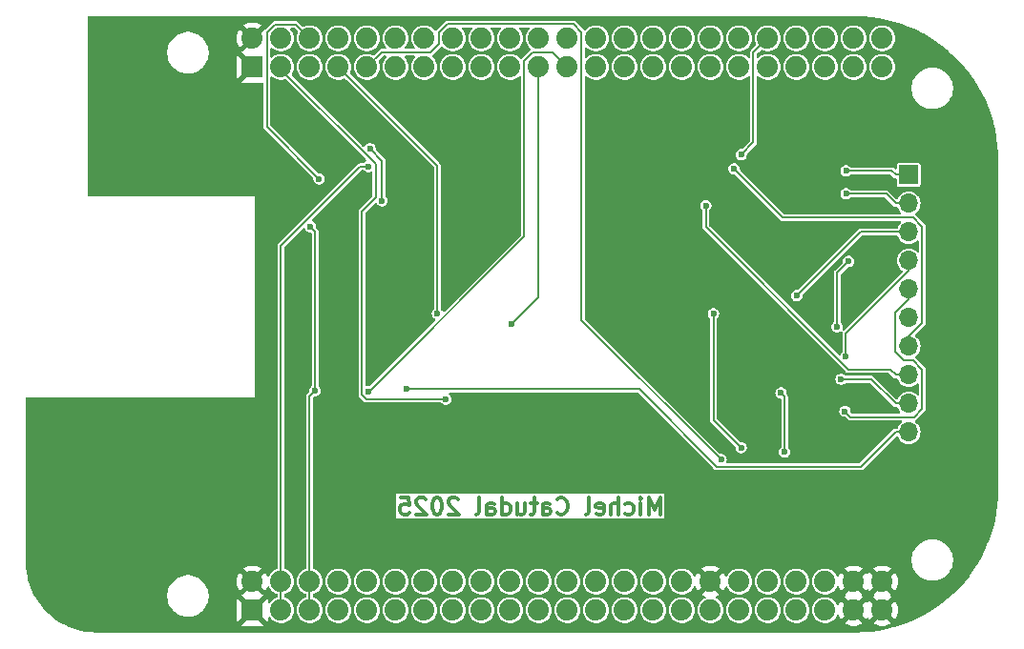
<source format=gbl>
G04 #@! TF.GenerationSoftware,KiCad,Pcbnew,8.0.6*
G04 #@! TF.CreationDate,2025-01-05T21:46:19-05:00*
G04 #@! TF.ProjectId,Beagle-AI-64-CAN-Part1,42656167-6c65-42d4-9149-2d36342d4341,rev?*
G04 #@! TF.SameCoordinates,Original*
G04 #@! TF.FileFunction,Copper,L2,Bot*
G04 #@! TF.FilePolarity,Positive*
%FSLAX46Y46*%
G04 Gerber Fmt 4.6, Leading zero omitted, Abs format (unit mm)*
G04 Created by KiCad (PCBNEW 8.0.6) date 2025-01-05 21:46:19*
%MOMM*%
%LPD*%
G01*
G04 APERTURE LIST*
%ADD10C,0.300000*%
G04 #@! TA.AperFunction,NonConductor*
%ADD11C,0.300000*%
G04 #@! TD*
G04 #@! TA.AperFunction,ComponentPad*
%ADD12R,1.700000X1.700000*%
G04 #@! TD*
G04 #@! TA.AperFunction,ComponentPad*
%ADD13O,1.700000X1.700000*%
G04 #@! TD*
G04 #@! TA.AperFunction,ComponentPad*
%ADD14R,1.879600X1.879600*%
G04 #@! TD*
G04 #@! TA.AperFunction,ComponentPad*
%ADD15C,1.879600*%
G04 #@! TD*
G04 #@! TA.AperFunction,ViaPad*
%ADD16C,0.600000*%
G04 #@! TD*
G04 #@! TA.AperFunction,Conductor*
%ADD17C,0.200000*%
G04 #@! TD*
G04 APERTURE END LIST*
D10*
D11*
X161645489Y-121800828D02*
X161645489Y-120300828D01*
X161645489Y-120300828D02*
X161145489Y-121372257D01*
X161145489Y-121372257D02*
X160645489Y-120300828D01*
X160645489Y-120300828D02*
X160645489Y-121800828D01*
X159931203Y-121800828D02*
X159931203Y-120800828D01*
X159931203Y-120300828D02*
X160002631Y-120372257D01*
X160002631Y-120372257D02*
X159931203Y-120443685D01*
X159931203Y-120443685D02*
X159859774Y-120372257D01*
X159859774Y-120372257D02*
X159931203Y-120300828D01*
X159931203Y-120300828D02*
X159931203Y-120443685D01*
X158574060Y-121729400D02*
X158716917Y-121800828D01*
X158716917Y-121800828D02*
X159002631Y-121800828D01*
X159002631Y-121800828D02*
X159145488Y-121729400D01*
X159145488Y-121729400D02*
X159216917Y-121657971D01*
X159216917Y-121657971D02*
X159288345Y-121515114D01*
X159288345Y-121515114D02*
X159288345Y-121086542D01*
X159288345Y-121086542D02*
X159216917Y-120943685D01*
X159216917Y-120943685D02*
X159145488Y-120872257D01*
X159145488Y-120872257D02*
X159002631Y-120800828D01*
X159002631Y-120800828D02*
X158716917Y-120800828D01*
X158716917Y-120800828D02*
X158574060Y-120872257D01*
X157931203Y-121800828D02*
X157931203Y-120300828D01*
X157288346Y-121800828D02*
X157288346Y-121015114D01*
X157288346Y-121015114D02*
X157359774Y-120872257D01*
X157359774Y-120872257D02*
X157502631Y-120800828D01*
X157502631Y-120800828D02*
X157716917Y-120800828D01*
X157716917Y-120800828D02*
X157859774Y-120872257D01*
X157859774Y-120872257D02*
X157931203Y-120943685D01*
X156002631Y-121729400D02*
X156145488Y-121800828D01*
X156145488Y-121800828D02*
X156431203Y-121800828D01*
X156431203Y-121800828D02*
X156574060Y-121729400D01*
X156574060Y-121729400D02*
X156645488Y-121586542D01*
X156645488Y-121586542D02*
X156645488Y-121015114D01*
X156645488Y-121015114D02*
X156574060Y-120872257D01*
X156574060Y-120872257D02*
X156431203Y-120800828D01*
X156431203Y-120800828D02*
X156145488Y-120800828D01*
X156145488Y-120800828D02*
X156002631Y-120872257D01*
X156002631Y-120872257D02*
X155931203Y-121015114D01*
X155931203Y-121015114D02*
X155931203Y-121157971D01*
X155931203Y-121157971D02*
X156645488Y-121300828D01*
X155074060Y-121800828D02*
X155216917Y-121729400D01*
X155216917Y-121729400D02*
X155288346Y-121586542D01*
X155288346Y-121586542D02*
X155288346Y-120300828D01*
X152502632Y-121657971D02*
X152574060Y-121729400D01*
X152574060Y-121729400D02*
X152788346Y-121800828D01*
X152788346Y-121800828D02*
X152931203Y-121800828D01*
X152931203Y-121800828D02*
X153145489Y-121729400D01*
X153145489Y-121729400D02*
X153288346Y-121586542D01*
X153288346Y-121586542D02*
X153359775Y-121443685D01*
X153359775Y-121443685D02*
X153431203Y-121157971D01*
X153431203Y-121157971D02*
X153431203Y-120943685D01*
X153431203Y-120943685D02*
X153359775Y-120657971D01*
X153359775Y-120657971D02*
X153288346Y-120515114D01*
X153288346Y-120515114D02*
X153145489Y-120372257D01*
X153145489Y-120372257D02*
X152931203Y-120300828D01*
X152931203Y-120300828D02*
X152788346Y-120300828D01*
X152788346Y-120300828D02*
X152574060Y-120372257D01*
X152574060Y-120372257D02*
X152502632Y-120443685D01*
X151216918Y-121800828D02*
X151216918Y-121015114D01*
X151216918Y-121015114D02*
X151288346Y-120872257D01*
X151288346Y-120872257D02*
X151431203Y-120800828D01*
X151431203Y-120800828D02*
X151716918Y-120800828D01*
X151716918Y-120800828D02*
X151859775Y-120872257D01*
X151216918Y-121729400D02*
X151359775Y-121800828D01*
X151359775Y-121800828D02*
X151716918Y-121800828D01*
X151716918Y-121800828D02*
X151859775Y-121729400D01*
X151859775Y-121729400D02*
X151931203Y-121586542D01*
X151931203Y-121586542D02*
X151931203Y-121443685D01*
X151931203Y-121443685D02*
X151859775Y-121300828D01*
X151859775Y-121300828D02*
X151716918Y-121229400D01*
X151716918Y-121229400D02*
X151359775Y-121229400D01*
X151359775Y-121229400D02*
X151216918Y-121157971D01*
X150716917Y-120800828D02*
X150145489Y-120800828D01*
X150502632Y-120300828D02*
X150502632Y-121586542D01*
X150502632Y-121586542D02*
X150431203Y-121729400D01*
X150431203Y-121729400D02*
X150288346Y-121800828D01*
X150288346Y-121800828D02*
X150145489Y-121800828D01*
X149002632Y-120800828D02*
X149002632Y-121800828D01*
X149645489Y-120800828D02*
X149645489Y-121586542D01*
X149645489Y-121586542D02*
X149574060Y-121729400D01*
X149574060Y-121729400D02*
X149431203Y-121800828D01*
X149431203Y-121800828D02*
X149216917Y-121800828D01*
X149216917Y-121800828D02*
X149074060Y-121729400D01*
X149074060Y-121729400D02*
X149002632Y-121657971D01*
X147645489Y-121800828D02*
X147645489Y-120300828D01*
X147645489Y-121729400D02*
X147788346Y-121800828D01*
X147788346Y-121800828D02*
X148074060Y-121800828D01*
X148074060Y-121800828D02*
X148216917Y-121729400D01*
X148216917Y-121729400D02*
X148288346Y-121657971D01*
X148288346Y-121657971D02*
X148359774Y-121515114D01*
X148359774Y-121515114D02*
X148359774Y-121086542D01*
X148359774Y-121086542D02*
X148288346Y-120943685D01*
X148288346Y-120943685D02*
X148216917Y-120872257D01*
X148216917Y-120872257D02*
X148074060Y-120800828D01*
X148074060Y-120800828D02*
X147788346Y-120800828D01*
X147788346Y-120800828D02*
X147645489Y-120872257D01*
X146288346Y-121800828D02*
X146288346Y-121015114D01*
X146288346Y-121015114D02*
X146359774Y-120872257D01*
X146359774Y-120872257D02*
X146502631Y-120800828D01*
X146502631Y-120800828D02*
X146788346Y-120800828D01*
X146788346Y-120800828D02*
X146931203Y-120872257D01*
X146288346Y-121729400D02*
X146431203Y-121800828D01*
X146431203Y-121800828D02*
X146788346Y-121800828D01*
X146788346Y-121800828D02*
X146931203Y-121729400D01*
X146931203Y-121729400D02*
X147002631Y-121586542D01*
X147002631Y-121586542D02*
X147002631Y-121443685D01*
X147002631Y-121443685D02*
X146931203Y-121300828D01*
X146931203Y-121300828D02*
X146788346Y-121229400D01*
X146788346Y-121229400D02*
X146431203Y-121229400D01*
X146431203Y-121229400D02*
X146288346Y-121157971D01*
X145359774Y-121800828D02*
X145502631Y-121729400D01*
X145502631Y-121729400D02*
X145574060Y-121586542D01*
X145574060Y-121586542D02*
X145574060Y-120300828D01*
X143716917Y-120443685D02*
X143645489Y-120372257D01*
X143645489Y-120372257D02*
X143502632Y-120300828D01*
X143502632Y-120300828D02*
X143145489Y-120300828D01*
X143145489Y-120300828D02*
X143002632Y-120372257D01*
X143002632Y-120372257D02*
X142931203Y-120443685D01*
X142931203Y-120443685D02*
X142859774Y-120586542D01*
X142859774Y-120586542D02*
X142859774Y-120729400D01*
X142859774Y-120729400D02*
X142931203Y-120943685D01*
X142931203Y-120943685D02*
X143788346Y-121800828D01*
X143788346Y-121800828D02*
X142859774Y-121800828D01*
X141931203Y-120300828D02*
X141788346Y-120300828D01*
X141788346Y-120300828D02*
X141645489Y-120372257D01*
X141645489Y-120372257D02*
X141574061Y-120443685D01*
X141574061Y-120443685D02*
X141502632Y-120586542D01*
X141502632Y-120586542D02*
X141431203Y-120872257D01*
X141431203Y-120872257D02*
X141431203Y-121229400D01*
X141431203Y-121229400D02*
X141502632Y-121515114D01*
X141502632Y-121515114D02*
X141574061Y-121657971D01*
X141574061Y-121657971D02*
X141645489Y-121729400D01*
X141645489Y-121729400D02*
X141788346Y-121800828D01*
X141788346Y-121800828D02*
X141931203Y-121800828D01*
X141931203Y-121800828D02*
X142074061Y-121729400D01*
X142074061Y-121729400D02*
X142145489Y-121657971D01*
X142145489Y-121657971D02*
X142216918Y-121515114D01*
X142216918Y-121515114D02*
X142288346Y-121229400D01*
X142288346Y-121229400D02*
X142288346Y-120872257D01*
X142288346Y-120872257D02*
X142216918Y-120586542D01*
X142216918Y-120586542D02*
X142145489Y-120443685D01*
X142145489Y-120443685D02*
X142074061Y-120372257D01*
X142074061Y-120372257D02*
X141931203Y-120300828D01*
X140859775Y-120443685D02*
X140788347Y-120372257D01*
X140788347Y-120372257D02*
X140645490Y-120300828D01*
X140645490Y-120300828D02*
X140288347Y-120300828D01*
X140288347Y-120300828D02*
X140145490Y-120372257D01*
X140145490Y-120372257D02*
X140074061Y-120443685D01*
X140074061Y-120443685D02*
X140002632Y-120586542D01*
X140002632Y-120586542D02*
X140002632Y-120729400D01*
X140002632Y-120729400D02*
X140074061Y-120943685D01*
X140074061Y-120943685D02*
X140931204Y-121800828D01*
X140931204Y-121800828D02*
X140002632Y-121800828D01*
X138645490Y-120300828D02*
X139359776Y-120300828D01*
X139359776Y-120300828D02*
X139431204Y-121015114D01*
X139431204Y-121015114D02*
X139359776Y-120943685D01*
X139359776Y-120943685D02*
X139216919Y-120872257D01*
X139216919Y-120872257D02*
X138859776Y-120872257D01*
X138859776Y-120872257D02*
X138716919Y-120943685D01*
X138716919Y-120943685D02*
X138645490Y-121015114D01*
X138645490Y-121015114D02*
X138574061Y-121157971D01*
X138574061Y-121157971D02*
X138574061Y-121515114D01*
X138574061Y-121515114D02*
X138645490Y-121657971D01*
X138645490Y-121657971D02*
X138716919Y-121729400D01*
X138716919Y-121729400D02*
X138859776Y-121800828D01*
X138859776Y-121800828D02*
X139216919Y-121800828D01*
X139216919Y-121800828D02*
X139359776Y-121729400D01*
X139359776Y-121729400D02*
X139431204Y-121657971D01*
D12*
X183700000Y-91625000D03*
D13*
X183700000Y-94165000D03*
X183700000Y-96705000D03*
X183700000Y-99245000D03*
X183700000Y-101785000D03*
X183700000Y-104325000D03*
X183700000Y-106865000D03*
X183700000Y-109405000D03*
X183700000Y-111945000D03*
X183700000Y-114485000D03*
D14*
X125476000Y-82042000D03*
D15*
X125476000Y-79502000D03*
X128016000Y-82042000D03*
X128016000Y-79502000D03*
X130556000Y-82042000D03*
X130556000Y-79502000D03*
X133096000Y-82042000D03*
X133096000Y-79502000D03*
X135636000Y-82042000D03*
X135636000Y-79502000D03*
X138176000Y-82042000D03*
X138176000Y-79502000D03*
X140716000Y-82042000D03*
X140716000Y-79502000D03*
X143256000Y-82042000D03*
X143256000Y-79502000D03*
X145796000Y-82042000D03*
X145796000Y-79502000D03*
X148336000Y-82042000D03*
X148336000Y-79502000D03*
X150876000Y-82042000D03*
X150876000Y-79502000D03*
X153416000Y-82042000D03*
X153416000Y-79502000D03*
X155956000Y-82042000D03*
X155956000Y-79502000D03*
X158496000Y-82042000D03*
X158496000Y-79502000D03*
X161036000Y-82042000D03*
X161036000Y-79502000D03*
X163576000Y-82042000D03*
X163576000Y-79502000D03*
X166116000Y-82042000D03*
X166116000Y-79502000D03*
X168656000Y-82042000D03*
X168656000Y-79502000D03*
X171196000Y-82042000D03*
X171196000Y-79502000D03*
X173736000Y-82042000D03*
X173736000Y-79502000D03*
X176276000Y-82042000D03*
X176276000Y-79502000D03*
X178816000Y-82042000D03*
X178816000Y-79502000D03*
X181356000Y-82042000D03*
X181356000Y-79502000D03*
D14*
X125476000Y-130302000D03*
D15*
X125476000Y-127762000D03*
X128016000Y-130302000D03*
X128016000Y-127762000D03*
X130556000Y-130302000D03*
X130556000Y-127762000D03*
X133096000Y-130302000D03*
X133096000Y-127762000D03*
X135636000Y-130302000D03*
X135636000Y-127762000D03*
X138176000Y-130302000D03*
X138176000Y-127762000D03*
X140716000Y-130302000D03*
X140716000Y-127762000D03*
X143256000Y-130302000D03*
X143256000Y-127762000D03*
X145796000Y-130302000D03*
X145796000Y-127762000D03*
X148336000Y-130302000D03*
X148336000Y-127762000D03*
X150876000Y-130302000D03*
X150876000Y-127762000D03*
X153416000Y-130302000D03*
X153416000Y-127762000D03*
X155956000Y-130302000D03*
X155956000Y-127762000D03*
X158496000Y-130302000D03*
X158496000Y-127762000D03*
X161036000Y-130302000D03*
X161036000Y-127762000D03*
X163576000Y-130302000D03*
X163576000Y-127762000D03*
X166116000Y-130302000D03*
X166116000Y-127762000D03*
X168656000Y-130302000D03*
X168656000Y-127762000D03*
X171196000Y-130302000D03*
X171196000Y-127762000D03*
X173736000Y-130302000D03*
X173736000Y-127762000D03*
X176276000Y-130302000D03*
X176276000Y-127762000D03*
X178816000Y-130302000D03*
X178816000Y-127762000D03*
X181356000Y-130302000D03*
X181356000Y-127762000D03*
D16*
X131400000Y-92000000D03*
X168841000Y-89840300D03*
X135786300Y-110903700D03*
X148502100Y-104905200D03*
X167058900Y-116928100D03*
X141897800Y-103961300D03*
X142625400Y-111564700D03*
X178052200Y-112635300D03*
X139112300Y-110680200D03*
X177710000Y-109795700D03*
X168209000Y-91105400D03*
X135905600Y-89305000D03*
X136985300Y-93932900D03*
X165696500Y-94382800D03*
X178143300Y-93319200D03*
X173768700Y-102366900D03*
X178143300Y-91267500D03*
X178118300Y-107797300D03*
X131034700Y-110803400D03*
X130592700Y-96217700D03*
X166373400Y-103960600D03*
X168830700Y-115864900D03*
X135784700Y-90905200D03*
X178362400Y-99332200D03*
X177346500Y-105138900D03*
X172381300Y-111018800D03*
X172687200Y-116250300D03*
D17*
X168209000Y-91105400D02*
X172538600Y-95435000D01*
X184906400Y-104772900D02*
X183700000Y-105979300D01*
X172538600Y-95435000D02*
X184125600Y-95435000D01*
X184906400Y-96215800D02*
X184906400Y-104772900D01*
X184125600Y-95435000D02*
X184906400Y-96215800D01*
X183700000Y-105979300D02*
X183700000Y-106865000D01*
X178052200Y-112635300D02*
X178559400Y-113142500D01*
X184905100Y-108934100D02*
X184106000Y-108135000D01*
X178559400Y-113142500D02*
X184192100Y-113142500D01*
X183700000Y-102670600D02*
X183700000Y-101785000D01*
X184192100Y-113142500D02*
X184905100Y-112429500D01*
X184905100Y-112429500D02*
X184905100Y-108934100D01*
X184106000Y-108135000D02*
X183292300Y-108135000D01*
X183292300Y-108135000D02*
X182496900Y-107339600D01*
X182496900Y-107339600D02*
X182496900Y-103873700D01*
X182496900Y-103873700D02*
X183700000Y-102670600D01*
X178118300Y-107797300D02*
X178118300Y-105712300D01*
X178118300Y-105712300D02*
X183700000Y-100130600D01*
X183700000Y-100130600D02*
X183700000Y-99245000D01*
X131400000Y-92000000D02*
X126773000Y-87373000D01*
X126773000Y-87373000D02*
X126773000Y-78987132D01*
X126773000Y-78987132D02*
X127501132Y-78259000D01*
X127501132Y-78259000D02*
X129313000Y-78259000D01*
X129313000Y-78259000D02*
X130556000Y-79502000D01*
X169926000Y-88755300D02*
X168841000Y-89840300D01*
X169926000Y-80772000D02*
X169926000Y-88755300D01*
X171196000Y-79502000D02*
X169926000Y-80772000D01*
X152146000Y-80772000D02*
X153416000Y-82042000D01*
X150340400Y-80772000D02*
X152146000Y-80772000D01*
X149606000Y-81506400D02*
X150340400Y-80772000D01*
X149606000Y-97108600D02*
X149606000Y-81506400D01*
X135810900Y-110903700D02*
X149606000Y-97108600D01*
X135786300Y-110903700D02*
X135810900Y-110903700D01*
X150876000Y-102531300D02*
X148502100Y-104905200D01*
X150876000Y-82042000D02*
X150876000Y-102531300D01*
X154686000Y-104555200D02*
X167058900Y-116928100D01*
X154686000Y-78976700D02*
X154686000Y-104555200D01*
X153933600Y-78224300D02*
X154686000Y-78976700D01*
X142773500Y-78224300D02*
X153933600Y-78224300D01*
X142011300Y-78986500D02*
X142773500Y-78224300D01*
X142011300Y-80017700D02*
X142011300Y-78986500D01*
X141282300Y-80746700D02*
X142011300Y-80017700D01*
X136931300Y-80746700D02*
X141282300Y-80746700D01*
X135636000Y-82042000D02*
X136931300Y-80746700D01*
X141897800Y-90843800D02*
X133096000Y-82042000D01*
X141897800Y-103961300D02*
X141897800Y-90843800D01*
X135559000Y-111564700D02*
X142625400Y-111564700D01*
X135181300Y-111187000D02*
X135559000Y-111564700D01*
X135181300Y-94881500D02*
X135181300Y-111187000D01*
X136435400Y-93627400D02*
X135181300Y-94881500D01*
X136435400Y-90690100D02*
X136435400Y-93627400D01*
X128016000Y-82270700D02*
X136435400Y-90690100D01*
X128016000Y-82042000D02*
X128016000Y-82270700D01*
X179466600Y-117563500D02*
X182545100Y-114485000D01*
X166689300Y-117563500D02*
X179466600Y-117563500D01*
X159806000Y-110680200D02*
X166689300Y-117563500D01*
X139112300Y-110680200D02*
X159806000Y-110680200D01*
X183700000Y-114485000D02*
X182545100Y-114485000D01*
X180395800Y-109795700D02*
X182545100Y-111945000D01*
X177710000Y-109795700D02*
X180395800Y-109795700D01*
X183700000Y-111945000D02*
X182545100Y-111945000D01*
X136985300Y-90384700D02*
X136985300Y-93932900D01*
X135905600Y-89305000D02*
X136985300Y-90384700D01*
X182066600Y-108926500D02*
X182545100Y-109405000D01*
X178360800Y-108926500D02*
X182066600Y-108926500D01*
X165696500Y-96262200D02*
X178360800Y-108926500D01*
X165696500Y-94382800D02*
X165696500Y-96262200D01*
X183700000Y-109405000D02*
X182545100Y-109405000D01*
X183700000Y-94165000D02*
X182545100Y-94165000D01*
X181699300Y-93319200D02*
X178143300Y-93319200D01*
X182545100Y-94165000D02*
X181699300Y-93319200D01*
X179430600Y-96705000D02*
X173768700Y-102366900D01*
X183700000Y-96705000D02*
X179430600Y-96705000D01*
X183700000Y-91625000D02*
X182545100Y-91625000D01*
X182187600Y-91267500D02*
X178143300Y-91267500D01*
X182545100Y-91625000D02*
X182187600Y-91267500D01*
X130556000Y-130302000D02*
X130556000Y-127762000D01*
X130556000Y-111282100D02*
X131034700Y-110803400D01*
X130556000Y-127762000D02*
X130556000Y-111282100D01*
X131034700Y-96659700D02*
X131034700Y-110803400D01*
X130592700Y-96217700D02*
X131034700Y-96659700D01*
X166373500Y-103960600D02*
X166373400Y-103960600D01*
X166373500Y-113407700D02*
X166373500Y-103960600D01*
X168830700Y-115864900D02*
X166373500Y-113407700D01*
X128016000Y-130302000D02*
X128016000Y-127762000D01*
X135018300Y-90905200D02*
X135784700Y-90905200D01*
X128016000Y-97907500D02*
X135018300Y-90905200D01*
X128016000Y-127762000D02*
X128016000Y-97907500D01*
X177346500Y-100348100D02*
X177346500Y-105138900D01*
X178362400Y-99332200D02*
X177346500Y-100348100D01*
X172687200Y-111324700D02*
X172687200Y-116250300D01*
X172381300Y-111018800D02*
X172687200Y-111324700D01*
G04 #@! TA.AperFunction,Conductor*
G36*
X126612258Y-128575534D02*
G01*
X126708127Y-128428800D01*
X126791535Y-128238649D01*
X126832882Y-128192215D01*
X126893626Y-128178954D01*
X126950563Y-128203929D01*
X126973715Y-128234218D01*
X127039608Y-128366548D01*
X127039614Y-128366559D01*
X127167319Y-128535668D01*
X127323929Y-128678437D01*
X127323933Y-128678440D01*
X127323935Y-128678442D01*
X127504115Y-128790005D01*
X127504117Y-128790005D01*
X127504121Y-128790008D01*
X127561025Y-128812052D01*
X127648042Y-128845762D01*
X127696238Y-128885037D01*
X127712300Y-128939568D01*
X127712300Y-129124430D01*
X127693087Y-129183561D01*
X127648041Y-129218237D01*
X127504118Y-129273993D01*
X127504114Y-129273995D01*
X127323934Y-129385558D01*
X127323929Y-129385562D01*
X127167319Y-129528331D01*
X127053080Y-129679609D01*
X127002114Y-129715218D01*
X126939950Y-129714069D01*
X126890334Y-129676601D01*
X126872200Y-129618984D01*
X126872200Y-129307236D01*
X126869307Y-129276389D01*
X126857649Y-129243074D01*
X126857648Y-129243074D01*
X125958979Y-130141742D01*
X125949381Y-130105919D01*
X125882502Y-129990080D01*
X125787920Y-129895498D01*
X125672081Y-129828619D01*
X125636254Y-129819019D01*
X126534924Y-128920350D01*
X126534924Y-128920349D01*
X126501607Y-128908692D01*
X126501608Y-128908692D01*
X126470763Y-128905800D01*
X126347525Y-128905800D01*
X126347525Y-128903254D01*
X126317827Y-128905590D01*
X126270182Y-128878906D01*
X125636256Y-128244980D01*
X125672081Y-128235381D01*
X125787920Y-128168502D01*
X125882502Y-128073920D01*
X125949381Y-127958081D01*
X125958980Y-127922256D01*
X126612258Y-128575534D01*
G37*
G04 #@! TD.AperFunction*
G04 #@! TA.AperFunction,Conductor*
G36*
X180882619Y-127958081D02*
G01*
X180949498Y-128073920D01*
X181044080Y-128168502D01*
X181159919Y-128235381D01*
X181195743Y-128244980D01*
X180542573Y-128898149D01*
X180589733Y-128934857D01*
X180605748Y-128943524D01*
X180648608Y-128988564D01*
X180656809Y-129050195D01*
X180627217Y-129104876D01*
X180605752Y-129120472D01*
X180589741Y-129129137D01*
X180542573Y-129165849D01*
X181195743Y-129819019D01*
X181159919Y-129828619D01*
X181044080Y-129895498D01*
X180949498Y-129990080D01*
X180882619Y-130105919D01*
X180873019Y-130141743D01*
X180219740Y-129488464D01*
X180170219Y-129564262D01*
X180121793Y-129603256D01*
X180059695Y-129606339D01*
X180007645Y-129572333D01*
X180001781Y-129564262D01*
X179952259Y-129488463D01*
X179298979Y-130141742D01*
X179289381Y-130105919D01*
X179222502Y-129990080D01*
X179127920Y-129895498D01*
X179012081Y-129828619D01*
X178976254Y-129819019D01*
X179629425Y-129165849D01*
X179629425Y-129165848D01*
X179582272Y-129129146D01*
X179582260Y-129129138D01*
X179566249Y-129120473D01*
X179523390Y-129075432D01*
X179515191Y-129013801D01*
X179544783Y-128959121D01*
X179566253Y-128943523D01*
X179582266Y-128934857D01*
X179629425Y-128898149D01*
X178976256Y-128244980D01*
X179012081Y-128235381D01*
X179127920Y-128168502D01*
X179222502Y-128073920D01*
X179289381Y-127958081D01*
X179298980Y-127922256D01*
X179952258Y-128575534D01*
X180001780Y-128499737D01*
X180050207Y-128460743D01*
X180112304Y-128457660D01*
X180164354Y-128491666D01*
X180170218Y-128499737D01*
X180219739Y-128575534D01*
X180873019Y-127922254D01*
X180882619Y-127958081D01*
G37*
G04 #@! TD.AperFunction*
G04 #@! TA.AperFunction,Conductor*
G36*
X178982681Y-77525561D02*
G01*
X179669623Y-77549505D01*
X179674992Y-77549837D01*
X180358714Y-77610854D01*
X180364088Y-77611480D01*
X181043470Y-77709419D01*
X181048837Y-77710341D01*
X181721915Y-77844916D01*
X181727217Y-77846126D01*
X182392017Y-78016942D01*
X182397214Y-78018428D01*
X183051830Y-78224997D01*
X183056955Y-78226769D01*
X183426638Y-78365848D01*
X183699383Y-78468458D01*
X183704429Y-78470514D01*
X183927861Y-78568689D01*
X184332834Y-78746631D01*
X184337745Y-78748950D01*
X184537441Y-78849928D01*
X184950283Y-79058685D01*
X184955076Y-79061274D01*
X185014528Y-79095498D01*
X185549943Y-79403713D01*
X185554568Y-79406545D01*
X186025933Y-79713013D01*
X186130036Y-79780698D01*
X186134522Y-79783791D01*
X186688865Y-80188531D01*
X186693176Y-80191861D01*
X186826331Y-80300605D01*
X187224823Y-80626042D01*
X187228925Y-80629583D01*
X187517420Y-80892471D01*
X187736257Y-81091885D01*
X187740184Y-81095662D01*
X187976886Y-81336065D01*
X188114607Y-81475940D01*
X188221767Y-81584775D01*
X188225483Y-81588760D01*
X188679851Y-82103198D01*
X188683346Y-82107377D01*
X189109222Y-82645689D01*
X189112485Y-82650052D01*
X189508570Y-83210600D01*
X189511593Y-83215133D01*
X189876769Y-83796334D01*
X189879541Y-83801024D01*
X190212703Y-84401118D01*
X190215218Y-84405952D01*
X190515407Y-85023213D01*
X190517656Y-85028175D01*
X190783989Y-85660787D01*
X190785966Y-85665864D01*
X191017654Y-86311949D01*
X191019354Y-86317126D01*
X191215727Y-86974821D01*
X191217144Y-86980082D01*
X191377621Y-87647441D01*
X191378751Y-87652770D01*
X191502867Y-88327860D01*
X191503706Y-88333244D01*
X191591088Y-89014027D01*
X191591635Y-89019448D01*
X191642031Y-89703974D01*
X191642284Y-89709416D01*
X191655574Y-90397033D01*
X191655590Y-90399751D01*
X191655424Y-90421303D01*
X191655600Y-90422439D01*
X191655600Y-119607241D01*
X191655563Y-119609965D01*
X191637085Y-120292059D01*
X191636790Y-120297499D01*
X191581523Y-120976236D01*
X191580934Y-120981653D01*
X191489002Y-121656396D01*
X191488121Y-121661773D01*
X191359787Y-122330579D01*
X191358615Y-122335899D01*
X191194273Y-122996736D01*
X191192816Y-123001986D01*
X190992929Y-123652982D01*
X190991189Y-123658146D01*
X190756351Y-124297366D01*
X190754336Y-124302422D01*
X190485238Y-124927989D01*
X190482960Y-124932913D01*
X190180381Y-125543006D01*
X190177829Y-125547819D01*
X189842679Y-126140611D01*
X189839870Y-126145280D01*
X189473104Y-126719079D01*
X189470046Y-126723588D01*
X189072777Y-127276659D01*
X189069480Y-127280997D01*
X188642827Y-127811775D01*
X188639300Y-127815927D01*
X188184552Y-128322815D01*
X188180805Y-128326771D01*
X187699271Y-128808305D01*
X187695315Y-128812052D01*
X187188427Y-129266800D01*
X187184275Y-129270327D01*
X186653497Y-129696980D01*
X186649159Y-129700277D01*
X186096088Y-130097546D01*
X186091579Y-130100604D01*
X185517780Y-130467370D01*
X185513111Y-130470179D01*
X184920319Y-130805329D01*
X184915506Y-130807881D01*
X184305413Y-131110460D01*
X184300489Y-131112738D01*
X183723538Y-131360924D01*
X183674927Y-131381835D01*
X183669866Y-131383851D01*
X183030646Y-131618689D01*
X183025482Y-131620429D01*
X182374486Y-131820316D01*
X182369236Y-131821773D01*
X181708399Y-131986115D01*
X181703079Y-131987287D01*
X181034273Y-132115621D01*
X181028896Y-132116502D01*
X180354153Y-132208434D01*
X180348736Y-132209023D01*
X179669999Y-132264290D01*
X179664559Y-132264585D01*
X178982466Y-132283063D01*
X178979742Y-132283100D01*
X111672991Y-132283100D01*
X111669229Y-132283030D01*
X111202219Y-132265555D01*
X111194718Y-132264992D01*
X110732228Y-132212883D01*
X110724788Y-132211762D01*
X110267463Y-132125231D01*
X110260129Y-132123557D01*
X109810563Y-132003095D01*
X109803374Y-132000878D01*
X109448196Y-131876597D01*
X109364042Y-131847150D01*
X109357050Y-131844405D01*
X109204918Y-131778031D01*
X108930453Y-131658283D01*
X108923675Y-131655019D01*
X108512172Y-131437533D01*
X108505657Y-131433771D01*
X108111569Y-131186149D01*
X108105361Y-131181918D01*
X107730859Y-130905522D01*
X107724991Y-130900842D01*
X107372202Y-130597243D01*
X107366687Y-130592126D01*
X107037573Y-130263012D01*
X107032456Y-130257497D01*
X106896182Y-130099144D01*
X106728856Y-129904707D01*
X106724180Y-129898843D01*
X106447777Y-129524332D01*
X106443550Y-129518130D01*
X106195928Y-129124042D01*
X106192166Y-129117527D01*
X106083292Y-128911528D01*
X117923000Y-128911528D01*
X117923000Y-129152471D01*
X117954445Y-129391330D01*
X117954446Y-129391339D01*
X118016807Y-129624073D01*
X118016808Y-129624075D01*
X118109010Y-129846670D01*
X118229476Y-130055324D01*
X118376152Y-130246477D01*
X118546522Y-130416847D01*
X118737675Y-130563523D01*
X118946329Y-130683989D01*
X119168924Y-130776191D01*
X119168926Y-130776192D01*
X119236991Y-130794430D01*
X119401655Y-130838552D01*
X119401657Y-130838552D01*
X119401660Y-130838553D01*
X119401669Y-130838554D01*
X119640529Y-130870000D01*
X119640531Y-130870000D01*
X119881471Y-130870000D01*
X120120330Y-130838554D01*
X120120339Y-130838553D01*
X120120340Y-130838552D01*
X120120345Y-130838552D01*
X120353073Y-130776192D01*
X120575671Y-130683989D01*
X120784329Y-130563520D01*
X120975478Y-130416847D01*
X121145847Y-130246478D01*
X121292520Y-130055329D01*
X121412989Y-129846671D01*
X121505192Y-129624073D01*
X121567552Y-129391345D01*
X121568314Y-129385558D01*
X121599000Y-129152471D01*
X121599000Y-128911528D01*
X121567554Y-128672669D01*
X121567553Y-128672660D01*
X121505192Y-128439926D01*
X121505191Y-128439924D01*
X121412989Y-128217329D01*
X121292523Y-128008675D01*
X121145847Y-127817522D01*
X120975477Y-127647152D01*
X120784324Y-127500476D01*
X120575670Y-127380010D01*
X120353075Y-127287808D01*
X120353073Y-127287807D01*
X120120339Y-127225446D01*
X120120330Y-127225445D01*
X119881471Y-127194000D01*
X119881469Y-127194000D01*
X119640531Y-127194000D01*
X119640529Y-127194000D01*
X119401669Y-127225445D01*
X119401660Y-127225446D01*
X119168926Y-127287807D01*
X119168924Y-127287808D01*
X118946329Y-127380010D01*
X118737675Y-127500476D01*
X118546522Y-127647152D01*
X118376152Y-127817522D01*
X118229476Y-128008675D01*
X118109010Y-128217329D01*
X118016808Y-128439924D01*
X118016807Y-128439926D01*
X117954446Y-128672660D01*
X117954445Y-128672669D01*
X117923000Y-128911528D01*
X106083292Y-128911528D01*
X105974680Y-128706024D01*
X105971416Y-128699246D01*
X105900048Y-128535668D01*
X105785288Y-128272635D01*
X105782554Y-128265671D01*
X105628821Y-127826325D01*
X105626604Y-127819136D01*
X105554753Y-127550986D01*
X105506140Y-127369563D01*
X105504468Y-127362236D01*
X105501612Y-127347141D01*
X105417934Y-126904891D01*
X105416819Y-126897492D01*
X105364705Y-126434964D01*
X105364145Y-126427496D01*
X105346670Y-125960469D01*
X105346600Y-125956708D01*
X105346600Y-111479700D01*
X105365813Y-111420569D01*
X105416113Y-111384024D01*
X105447200Y-111379100D01*
X125651662Y-111379100D01*
X125666600Y-111364162D01*
X125666600Y-93563038D01*
X125651662Y-93548100D01*
X110933500Y-93548100D01*
X110874369Y-93528887D01*
X110837824Y-93478587D01*
X110832900Y-93447500D01*
X110832900Y-80651528D01*
X117923000Y-80651528D01*
X117923000Y-80892471D01*
X117954445Y-81131330D01*
X117954446Y-81131339D01*
X118016807Y-81364073D01*
X118016808Y-81364075D01*
X118109010Y-81586670D01*
X118229476Y-81795324D01*
X118256839Y-81830985D01*
X118376153Y-81986478D01*
X118546522Y-82156847D01*
X118726580Y-82295010D01*
X118737675Y-82303523D01*
X118946329Y-82423989D01*
X119168924Y-82516191D01*
X119168926Y-82516192D01*
X119269960Y-82543264D01*
X119401655Y-82578552D01*
X119401657Y-82578552D01*
X119401660Y-82578553D01*
X119401669Y-82578554D01*
X119640529Y-82610000D01*
X119640531Y-82610000D01*
X119881471Y-82610000D01*
X120120330Y-82578554D01*
X120120339Y-82578553D01*
X120120340Y-82578552D01*
X120120345Y-82578552D01*
X120353073Y-82516192D01*
X120575671Y-82423989D01*
X120784329Y-82303520D01*
X120975478Y-82156847D01*
X121145847Y-81986478D01*
X121292520Y-81795329D01*
X121412989Y-81586671D01*
X121505192Y-81364073D01*
X121567552Y-81131345D01*
X121578045Y-81051639D01*
X121599000Y-80892471D01*
X121599000Y-80651528D01*
X121567554Y-80412669D01*
X121567553Y-80412660D01*
X121563164Y-80396281D01*
X121507929Y-80190140D01*
X121505192Y-80179926D01*
X121505191Y-80179924D01*
X121412989Y-79957329D01*
X121292523Y-79748675D01*
X121145847Y-79557522D01*
X121090320Y-79501995D01*
X124075015Y-79501995D01*
X124075015Y-79502004D01*
X124094121Y-79732588D01*
X124150924Y-79956899D01*
X124243873Y-80168800D01*
X124339739Y-80315534D01*
X124993019Y-79662254D01*
X125002619Y-79698081D01*
X125069498Y-79813920D01*
X125164080Y-79908502D01*
X125279919Y-79975381D01*
X125315743Y-79984980D01*
X124681817Y-80618906D01*
X124626419Y-80647132D01*
X124604475Y-80644534D01*
X124604475Y-80645800D01*
X124481237Y-80645800D01*
X124450389Y-80648692D01*
X124417074Y-80660349D01*
X124417074Y-80660350D01*
X125315743Y-81559019D01*
X125279919Y-81568619D01*
X125164080Y-81635498D01*
X125069498Y-81730080D01*
X125002619Y-81845919D01*
X124993019Y-81881743D01*
X124094350Y-80983074D01*
X124094349Y-80983074D01*
X124082692Y-81016389D01*
X124079800Y-81047236D01*
X124079800Y-83036763D01*
X124082692Y-83067608D01*
X124094350Y-83100924D01*
X124993019Y-82202254D01*
X125002619Y-82238081D01*
X125069498Y-82353920D01*
X125164080Y-82448502D01*
X125279919Y-82515381D01*
X125315742Y-82524979D01*
X124417074Y-83423648D01*
X124417074Y-83423649D01*
X124450390Y-83435307D01*
X124450388Y-83435307D01*
X124481237Y-83438200D01*
X126368700Y-83438200D01*
X126427831Y-83457413D01*
X126464376Y-83507713D01*
X126469300Y-83538800D01*
X126469300Y-87412981D01*
X126469301Y-87412989D01*
X126489993Y-87490219D01*
X126489996Y-87490225D01*
X126529977Y-87559474D01*
X126529978Y-87559475D01*
X126529979Y-87559476D01*
X128705790Y-89735287D01*
X130865491Y-91894987D01*
X130893717Y-91950385D01*
X130893932Y-91980437D01*
X130891120Y-91999997D01*
X130891120Y-92000000D01*
X130911733Y-92143367D01*
X130971901Y-92275118D01*
X130971902Y-92275119D01*
X130971903Y-92275121D01*
X131066754Y-92384586D01*
X131188604Y-92462894D01*
X131327579Y-92503700D01*
X131327580Y-92503700D01*
X131472420Y-92503700D01*
X131472421Y-92503700D01*
X131611396Y-92462894D01*
X131733246Y-92384586D01*
X131828097Y-92275121D01*
X131888267Y-92143368D01*
X131908880Y-92000000D01*
X131888267Y-91856632D01*
X131828097Y-91724879D01*
X131733246Y-91615414D01*
X131611396Y-91537106D01*
X131611394Y-91537105D01*
X131472421Y-91496300D01*
X131367466Y-91496300D01*
X131308335Y-91477087D01*
X131296331Y-91466835D01*
X127106165Y-87276668D01*
X127077939Y-87221270D01*
X127076700Y-87205533D01*
X127076700Y-82960895D01*
X127095913Y-82901764D01*
X127146213Y-82865219D01*
X127208387Y-82865219D01*
X127245074Y-82886551D01*
X127323929Y-82958437D01*
X127323933Y-82958440D01*
X127323935Y-82958442D01*
X127504115Y-83070005D01*
X127701726Y-83146560D01*
X127712297Y-83148536D01*
X127910037Y-83185500D01*
X127910039Y-83185500D01*
X128121962Y-83185500D01*
X128184153Y-83173874D01*
X128330274Y-83146560D01*
X128364353Y-83133356D01*
X128426431Y-83129910D01*
X128471831Y-83156028D01*
X135597717Y-90281914D01*
X135625943Y-90337312D01*
X135616217Y-90398720D01*
X135578247Y-90436689D01*
X135579357Y-90438416D01*
X135451458Y-90520611D01*
X135451455Y-90520613D01*
X135451454Y-90520614D01*
X135411451Y-90566779D01*
X135358210Y-90598886D01*
X135335424Y-90601500D01*
X135064461Y-90601500D01*
X135064445Y-90601499D01*
X135058284Y-90601499D01*
X134978317Y-90601499D01*
X134978314Y-90601499D01*
X134901073Y-90622196D01*
X134831825Y-90662177D01*
X134831824Y-90662179D01*
X127772979Y-97721024D01*
X127772977Y-97721025D01*
X127732996Y-97790274D01*
X127732993Y-97790280D01*
X127712301Y-97867510D01*
X127712300Y-97867518D01*
X127712300Y-126584430D01*
X127693087Y-126643561D01*
X127648041Y-126678237D01*
X127504118Y-126733993D01*
X127504114Y-126733995D01*
X127323934Y-126845558D01*
X127323929Y-126845562D01*
X127167319Y-126988331D01*
X127039614Y-127157440D01*
X127039610Y-127157447D01*
X126973715Y-127289782D01*
X126930159Y-127334150D01*
X126868843Y-127344443D01*
X126813187Y-127316729D01*
X126791535Y-127285351D01*
X126708126Y-127095199D01*
X126612259Y-126948463D01*
X125958979Y-127601742D01*
X125949381Y-127565919D01*
X125882502Y-127450080D01*
X125787920Y-127355498D01*
X125672081Y-127288619D01*
X125636254Y-127279019D01*
X126289425Y-126625849D01*
X126289425Y-126625848D01*
X126242272Y-126589146D01*
X126242260Y-126589138D01*
X126038769Y-126479015D01*
X126038765Y-126479013D01*
X125819922Y-126403885D01*
X125591697Y-126365800D01*
X125360302Y-126365800D01*
X125132078Y-126403885D01*
X125132076Y-126403885D01*
X124913234Y-126479013D01*
X124913230Y-126479015D01*
X124709741Y-126589137D01*
X124662573Y-126625849D01*
X125315743Y-127279019D01*
X125279919Y-127288619D01*
X125164080Y-127355498D01*
X125069498Y-127450080D01*
X125002619Y-127565919D01*
X124993019Y-127601743D01*
X124339740Y-126948464D01*
X124243871Y-127095202D01*
X124150924Y-127307100D01*
X124094121Y-127531411D01*
X124075015Y-127761995D01*
X124075015Y-127762004D01*
X124094121Y-127992588D01*
X124150924Y-128216899D01*
X124243873Y-128428800D01*
X124339739Y-128575534D01*
X124993019Y-127922254D01*
X125002619Y-127958081D01*
X125069498Y-128073920D01*
X125164080Y-128168502D01*
X125279919Y-128235381D01*
X125315743Y-128244980D01*
X124681817Y-128878906D01*
X124626419Y-128907132D01*
X124604475Y-128904534D01*
X124604475Y-128905800D01*
X124481237Y-128905800D01*
X124450389Y-128908692D01*
X124417074Y-128920349D01*
X124417074Y-128920350D01*
X125315743Y-129819019D01*
X125279919Y-129828619D01*
X125164080Y-129895498D01*
X125069498Y-129990080D01*
X125002619Y-130105919D01*
X124993019Y-130141743D01*
X124094350Y-129243074D01*
X124094349Y-129243074D01*
X124082692Y-129276389D01*
X124079800Y-129307236D01*
X124079800Y-131296763D01*
X124082692Y-131327608D01*
X124094350Y-131360924D01*
X124993019Y-130462254D01*
X125002619Y-130498081D01*
X125069498Y-130613920D01*
X125164080Y-130708502D01*
X125279919Y-130775381D01*
X125315743Y-130784980D01*
X124417074Y-131683648D01*
X124417074Y-131683649D01*
X124450390Y-131695307D01*
X124450388Y-131695307D01*
X124481237Y-131698200D01*
X126470763Y-131698200D01*
X126501610Y-131695307D01*
X126534925Y-131683649D01*
X125636256Y-130784980D01*
X125672081Y-130775381D01*
X125787920Y-130708502D01*
X125882502Y-130613920D01*
X125949381Y-130498081D01*
X125958980Y-130462256D01*
X126857649Y-131360925D01*
X126869307Y-131327610D01*
X126872200Y-131296763D01*
X126872200Y-130985015D01*
X126891413Y-130925884D01*
X126941713Y-130889339D01*
X127003887Y-130889339D01*
X127053079Y-130924388D01*
X127110740Y-131000743D01*
X127167323Y-131075671D01*
X127323929Y-131218437D01*
X127323933Y-131218440D01*
X127323935Y-131218442D01*
X127504115Y-131330005D01*
X127701726Y-131406560D01*
X127752850Y-131416116D01*
X127910037Y-131445500D01*
X127910039Y-131445500D01*
X128121962Y-131445500D01*
X128200555Y-131430808D01*
X128330274Y-131406560D01*
X128527885Y-131330005D01*
X128708065Y-131218442D01*
X128864677Y-131075671D01*
X128864677Y-131075670D01*
X128864680Y-131075668D01*
X128962524Y-130946100D01*
X128992389Y-130906554D01*
X129086850Y-130716850D01*
X129144845Y-130513018D01*
X129164399Y-130302000D01*
X129144845Y-130090982D01*
X129086850Y-129887150D01*
X129066693Y-129846670D01*
X129040019Y-129793101D01*
X128992389Y-129697446D01*
X128992386Y-129697442D01*
X128992385Y-129697440D01*
X128864680Y-129528331D01*
X128708070Y-129385562D01*
X128708065Y-129385558D01*
X128527885Y-129273995D01*
X128527881Y-129273993D01*
X128383959Y-129218237D01*
X128335761Y-129178960D01*
X128319700Y-129124430D01*
X128319700Y-128939568D01*
X128338913Y-128880437D01*
X128383957Y-128845762D01*
X128493209Y-128803438D01*
X128527878Y-128790008D01*
X128527882Y-128790006D01*
X128527885Y-128790005D01*
X128708065Y-128678442D01*
X128864677Y-128535671D01*
X128864677Y-128535670D01*
X128864680Y-128535668D01*
X128992385Y-128366559D01*
X128992389Y-128366554D01*
X129086850Y-128176850D01*
X129144845Y-127973018D01*
X129164399Y-127762000D01*
X129144845Y-127550982D01*
X129086850Y-127347150D01*
X129085502Y-127344443D01*
X129040019Y-127253101D01*
X128992389Y-127157446D01*
X128992386Y-127157442D01*
X128992385Y-127157440D01*
X128864680Y-126988331D01*
X128708070Y-126845562D01*
X128708065Y-126845558D01*
X128527885Y-126733995D01*
X128527881Y-126733993D01*
X128383959Y-126678237D01*
X128335761Y-126638960D01*
X128319700Y-126584430D01*
X128319700Y-98074966D01*
X128338913Y-98015835D01*
X128349159Y-98003837D01*
X129966709Y-96386286D01*
X130022105Y-96358062D01*
X130083513Y-96367788D01*
X130127477Y-96411752D01*
X130129351Y-96415631D01*
X130150517Y-96461977D01*
X130164603Y-96492821D01*
X130259454Y-96602286D01*
X130381304Y-96680594D01*
X130520279Y-96721400D01*
X130520280Y-96721400D01*
X130625234Y-96721400D01*
X130684365Y-96740613D01*
X130696369Y-96750865D01*
X130701535Y-96756031D01*
X130729761Y-96811429D01*
X130731000Y-96827166D01*
X130731000Y-110347270D01*
X130711787Y-110406401D01*
X130705731Y-110413000D01*
X130706166Y-110413377D01*
X130701455Y-110418812D01*
X130701454Y-110418814D01*
X130662476Y-110463798D01*
X130606601Y-110528281D01*
X130546433Y-110660032D01*
X130525820Y-110803399D01*
X130525820Y-110803400D01*
X130528632Y-110822960D01*
X130518029Y-110884224D01*
X130500191Y-110908411D01*
X130369524Y-111039079D01*
X130312979Y-111095624D01*
X130312977Y-111095625D01*
X130272996Y-111164874D01*
X130272993Y-111164880D01*
X130252301Y-111242110D01*
X130252300Y-111242118D01*
X130252300Y-126584430D01*
X130233087Y-126643561D01*
X130188041Y-126678237D01*
X130044118Y-126733993D01*
X130044114Y-126733995D01*
X129863934Y-126845558D01*
X129863929Y-126845562D01*
X129707319Y-126988331D01*
X129579614Y-127157440D01*
X129579608Y-127157451D01*
X129485153Y-127347141D01*
X129485150Y-127347147D01*
X129427154Y-127550985D01*
X129427154Y-127550986D01*
X129407601Y-127762000D01*
X129427154Y-127973013D01*
X129427154Y-127973014D01*
X129485150Y-128176852D01*
X129485153Y-128176858D01*
X129579608Y-128366548D01*
X129579614Y-128366559D01*
X129707319Y-128535668D01*
X129863929Y-128678437D01*
X129863933Y-128678440D01*
X129863935Y-128678442D01*
X130044115Y-128790005D01*
X130044117Y-128790005D01*
X130044121Y-128790008D01*
X130101025Y-128812052D01*
X130188042Y-128845762D01*
X130236238Y-128885037D01*
X130252300Y-128939568D01*
X130252300Y-129124430D01*
X130233087Y-129183561D01*
X130188041Y-129218237D01*
X130044118Y-129273993D01*
X130044114Y-129273995D01*
X129863934Y-129385558D01*
X129863929Y-129385562D01*
X129707319Y-129528331D01*
X129579614Y-129697440D01*
X129579608Y-129697451D01*
X129485153Y-129887141D01*
X129485150Y-129887147D01*
X129427154Y-130090985D01*
X129427154Y-130090986D01*
X129407601Y-130302000D01*
X129427154Y-130513013D01*
X129427154Y-130513014D01*
X129485150Y-130716852D01*
X129485153Y-130716858D01*
X129579608Y-130906548D01*
X129579614Y-130906559D01*
X129707319Y-131075668D01*
X129863929Y-131218437D01*
X129863933Y-131218440D01*
X129863935Y-131218442D01*
X130044115Y-131330005D01*
X130241726Y-131406560D01*
X130292850Y-131416116D01*
X130450037Y-131445500D01*
X130450039Y-131445500D01*
X130661962Y-131445500D01*
X130740555Y-131430808D01*
X130870274Y-131406560D01*
X131067885Y-131330005D01*
X131248065Y-131218442D01*
X131404677Y-131075671D01*
X131404677Y-131075670D01*
X131404680Y-131075668D01*
X131502524Y-130946100D01*
X131532389Y-130906554D01*
X131626850Y-130716850D01*
X131684845Y-130513018D01*
X131704399Y-130302000D01*
X131947601Y-130302000D01*
X131967154Y-130513013D01*
X131967154Y-130513014D01*
X132025150Y-130716852D01*
X132025153Y-130716858D01*
X132119608Y-130906548D01*
X132119614Y-130906559D01*
X132247319Y-131075668D01*
X132403929Y-131218437D01*
X132403933Y-131218440D01*
X132403935Y-131218442D01*
X132584115Y-131330005D01*
X132781726Y-131406560D01*
X132832850Y-131416116D01*
X132990037Y-131445500D01*
X132990039Y-131445500D01*
X133201962Y-131445500D01*
X133280555Y-131430808D01*
X133410274Y-131406560D01*
X133607885Y-131330005D01*
X133788065Y-131218442D01*
X133944677Y-131075671D01*
X133944677Y-131075670D01*
X133944680Y-131075668D01*
X134042524Y-130946100D01*
X134072389Y-130906554D01*
X134166850Y-130716850D01*
X134224845Y-130513018D01*
X134244399Y-130302000D01*
X134487601Y-130302000D01*
X134507154Y-130513013D01*
X134507154Y-130513014D01*
X134565150Y-130716852D01*
X134565153Y-130716858D01*
X134659608Y-130906548D01*
X134659614Y-130906559D01*
X134787319Y-131075668D01*
X134943929Y-131218437D01*
X134943933Y-131218440D01*
X134943935Y-131218442D01*
X135124115Y-131330005D01*
X135321726Y-131406560D01*
X135372850Y-131416116D01*
X135530037Y-131445500D01*
X135530039Y-131445500D01*
X135741962Y-131445500D01*
X135820555Y-131430808D01*
X135950274Y-131406560D01*
X136147885Y-131330005D01*
X136328065Y-131218442D01*
X136484677Y-131075671D01*
X136484677Y-131075670D01*
X136484680Y-131075668D01*
X136582524Y-130946100D01*
X136612389Y-130906554D01*
X136706850Y-130716850D01*
X136764845Y-130513018D01*
X136784399Y-130302000D01*
X137027601Y-130302000D01*
X137047154Y-130513013D01*
X137047154Y-130513014D01*
X137105150Y-130716852D01*
X137105153Y-130716858D01*
X137199608Y-130906548D01*
X137199614Y-130906559D01*
X137327319Y-131075668D01*
X137483929Y-131218437D01*
X137483933Y-131218440D01*
X137483935Y-131218442D01*
X137664115Y-131330005D01*
X137861726Y-131406560D01*
X137912850Y-131416116D01*
X138070037Y-131445500D01*
X138070039Y-131445500D01*
X138281962Y-131445500D01*
X138360555Y-131430808D01*
X138490274Y-131406560D01*
X138687885Y-131330005D01*
X138868065Y-131218442D01*
X139024677Y-131075671D01*
X139024677Y-131075670D01*
X139024680Y-131075668D01*
X139122524Y-130946100D01*
X139152389Y-130906554D01*
X139246850Y-130716850D01*
X139304845Y-130513018D01*
X139324399Y-130302000D01*
X139567601Y-130302000D01*
X139587154Y-130513013D01*
X139587154Y-130513014D01*
X139645150Y-130716852D01*
X139645153Y-130716858D01*
X139739608Y-130906548D01*
X139739614Y-130906559D01*
X139867319Y-131075668D01*
X140023929Y-131218437D01*
X140023933Y-131218440D01*
X140023935Y-131218442D01*
X140204115Y-131330005D01*
X140401726Y-131406560D01*
X140452850Y-131416116D01*
X140610037Y-131445500D01*
X140610039Y-131445500D01*
X140821962Y-131445500D01*
X140900555Y-131430808D01*
X141030274Y-131406560D01*
X141227885Y-131330005D01*
X141408065Y-131218442D01*
X141564677Y-131075671D01*
X141564677Y-131075670D01*
X141564680Y-131075668D01*
X141662524Y-130946100D01*
X141692389Y-130906554D01*
X141786850Y-130716850D01*
X141844845Y-130513018D01*
X141864399Y-130302000D01*
X142107601Y-130302000D01*
X142127154Y-130513013D01*
X142127154Y-130513014D01*
X142185150Y-130716852D01*
X142185153Y-130716858D01*
X142279608Y-130906548D01*
X142279614Y-130906559D01*
X142407319Y-131075668D01*
X142563929Y-131218437D01*
X142563933Y-131218440D01*
X142563935Y-131218442D01*
X142744115Y-131330005D01*
X142941726Y-131406560D01*
X142992850Y-131416116D01*
X143150037Y-131445500D01*
X143150039Y-131445500D01*
X143361962Y-131445500D01*
X143440555Y-131430808D01*
X143570274Y-131406560D01*
X143767885Y-131330005D01*
X143948065Y-131218442D01*
X144104677Y-131075671D01*
X144104677Y-131075670D01*
X144104680Y-131075668D01*
X144202524Y-130946100D01*
X144232389Y-130906554D01*
X144326850Y-130716850D01*
X144384845Y-130513018D01*
X144404399Y-130302000D01*
X144647601Y-130302000D01*
X144667154Y-130513013D01*
X144667154Y-130513014D01*
X144725150Y-130716852D01*
X144725153Y-130716858D01*
X144819608Y-130906548D01*
X144819614Y-130906559D01*
X144947319Y-131075668D01*
X145103929Y-131218437D01*
X145103933Y-131218440D01*
X145103935Y-131218442D01*
X145284115Y-131330005D01*
X145481726Y-131406560D01*
X145532850Y-131416116D01*
X145690037Y-131445500D01*
X145690039Y-131445500D01*
X145901962Y-131445500D01*
X145980555Y-131430808D01*
X146110274Y-131406560D01*
X146307885Y-131330005D01*
X146488065Y-131218442D01*
X146644677Y-131075671D01*
X146644677Y-131075670D01*
X146644680Y-131075668D01*
X146742524Y-130946100D01*
X146772389Y-130906554D01*
X146866850Y-130716850D01*
X146924845Y-130513018D01*
X146944399Y-130302000D01*
X147187601Y-130302000D01*
X147207154Y-130513013D01*
X147207154Y-130513014D01*
X147265150Y-130716852D01*
X147265153Y-130716858D01*
X147359608Y-130906548D01*
X147359614Y-130906559D01*
X147487319Y-131075668D01*
X147643929Y-131218437D01*
X147643933Y-131218440D01*
X147643935Y-131218442D01*
X147824115Y-131330005D01*
X148021726Y-131406560D01*
X148072850Y-131416116D01*
X148230037Y-131445500D01*
X148230039Y-131445500D01*
X148441962Y-131445500D01*
X148520555Y-131430808D01*
X148650274Y-131406560D01*
X148847885Y-131330005D01*
X149028065Y-131218442D01*
X149184677Y-131075671D01*
X149184677Y-131075670D01*
X149184680Y-131075668D01*
X149282524Y-130946100D01*
X149312389Y-130906554D01*
X149406850Y-130716850D01*
X149464845Y-130513018D01*
X149484399Y-130302000D01*
X149727601Y-130302000D01*
X149747154Y-130513013D01*
X149747154Y-130513014D01*
X149805150Y-130716852D01*
X149805153Y-130716858D01*
X149899608Y-130906548D01*
X149899614Y-130906559D01*
X150027319Y-131075668D01*
X150183929Y-131218437D01*
X150183933Y-131218440D01*
X150183935Y-131218442D01*
X150364115Y-131330005D01*
X150561726Y-131406560D01*
X150612850Y-131416116D01*
X150770037Y-131445500D01*
X150770039Y-131445500D01*
X150981962Y-131445500D01*
X151060555Y-131430808D01*
X151190274Y-131406560D01*
X151387885Y-131330005D01*
X151568065Y-131218442D01*
X151724677Y-131075671D01*
X151724677Y-131075670D01*
X151724680Y-131075668D01*
X151822524Y-130946100D01*
X151852389Y-130906554D01*
X151946850Y-130716850D01*
X152004845Y-130513018D01*
X152024399Y-130302000D01*
X152267601Y-130302000D01*
X152287154Y-130513013D01*
X152287154Y-130513014D01*
X152345150Y-130716852D01*
X152345153Y-130716858D01*
X152439608Y-130906548D01*
X152439614Y-130906559D01*
X152567319Y-131075668D01*
X152723929Y-131218437D01*
X152723933Y-131218440D01*
X152723935Y-131218442D01*
X152904115Y-131330005D01*
X153101726Y-131406560D01*
X153152850Y-131416116D01*
X153310037Y-131445500D01*
X153310039Y-131445500D01*
X153521962Y-131445500D01*
X153600555Y-131430808D01*
X153730274Y-131406560D01*
X153927885Y-131330005D01*
X154108065Y-131218442D01*
X154264677Y-131075671D01*
X154264677Y-131075670D01*
X154264680Y-131075668D01*
X154362524Y-130946100D01*
X154392389Y-130906554D01*
X154486850Y-130716850D01*
X154544845Y-130513018D01*
X154564399Y-130302000D01*
X154807601Y-130302000D01*
X154827154Y-130513013D01*
X154827154Y-130513014D01*
X154885150Y-130716852D01*
X154885153Y-130716858D01*
X154979608Y-130906548D01*
X154979614Y-130906559D01*
X155107319Y-131075668D01*
X155263929Y-131218437D01*
X155263933Y-131218440D01*
X155263935Y-131218442D01*
X155444115Y-131330005D01*
X155641726Y-131406560D01*
X155692850Y-131416116D01*
X155850037Y-131445500D01*
X155850039Y-131445500D01*
X156061962Y-131445500D01*
X156140555Y-131430808D01*
X156270274Y-131406560D01*
X156467885Y-131330005D01*
X156648065Y-131218442D01*
X156804677Y-131075671D01*
X156804677Y-131075670D01*
X156804680Y-131075668D01*
X156902524Y-130946100D01*
X156932389Y-130906554D01*
X157026850Y-130716850D01*
X157084845Y-130513018D01*
X157104399Y-130302000D01*
X157347601Y-130302000D01*
X157367154Y-130513013D01*
X157367154Y-130513014D01*
X157425150Y-130716852D01*
X157425153Y-130716858D01*
X157519608Y-130906548D01*
X157519614Y-130906559D01*
X157647319Y-131075668D01*
X157803929Y-131218437D01*
X157803933Y-131218440D01*
X157803935Y-131218442D01*
X157984115Y-131330005D01*
X158181726Y-131406560D01*
X158232850Y-131416116D01*
X158390037Y-131445500D01*
X158390039Y-131445500D01*
X158601962Y-131445500D01*
X158680555Y-131430808D01*
X158810274Y-131406560D01*
X159007885Y-131330005D01*
X159188065Y-131218442D01*
X159344677Y-131075671D01*
X159344677Y-131075670D01*
X159344680Y-131075668D01*
X159442524Y-130946100D01*
X159472389Y-130906554D01*
X159566850Y-130716850D01*
X159624845Y-130513018D01*
X159644399Y-130302000D01*
X159887601Y-130302000D01*
X159907154Y-130513013D01*
X159907154Y-130513014D01*
X159965150Y-130716852D01*
X159965153Y-130716858D01*
X160059608Y-130906548D01*
X160059614Y-130906559D01*
X160187319Y-131075668D01*
X160343929Y-131218437D01*
X160343933Y-131218440D01*
X160343935Y-131218442D01*
X160524115Y-131330005D01*
X160721726Y-131406560D01*
X160772850Y-131416116D01*
X160930037Y-131445500D01*
X160930039Y-131445500D01*
X161141962Y-131445500D01*
X161220555Y-131430808D01*
X161350274Y-131406560D01*
X161547885Y-131330005D01*
X161728065Y-131218442D01*
X161884677Y-131075671D01*
X161884677Y-131075670D01*
X161884680Y-131075668D01*
X161982524Y-130946100D01*
X162012389Y-130906554D01*
X162106850Y-130716850D01*
X162164845Y-130513018D01*
X162184399Y-130302000D01*
X162427601Y-130302000D01*
X162447154Y-130513013D01*
X162447154Y-130513014D01*
X162505150Y-130716852D01*
X162505153Y-130716858D01*
X162599608Y-130906548D01*
X162599614Y-130906559D01*
X162727319Y-131075668D01*
X162883929Y-131218437D01*
X162883933Y-131218440D01*
X162883935Y-131218442D01*
X163064115Y-131330005D01*
X163261726Y-131406560D01*
X163312850Y-131416116D01*
X163470037Y-131445500D01*
X163470039Y-131445500D01*
X163681962Y-131445500D01*
X163760555Y-131430808D01*
X163890274Y-131406560D01*
X164087885Y-131330005D01*
X164268065Y-131218442D01*
X164424677Y-131075671D01*
X164424677Y-131075670D01*
X164424680Y-131075668D01*
X164522524Y-130946100D01*
X164552389Y-130906554D01*
X164646850Y-130716850D01*
X164704845Y-130513018D01*
X164724399Y-130302000D01*
X164704845Y-130090982D01*
X164646850Y-129887150D01*
X164626693Y-129846670D01*
X164600019Y-129793101D01*
X164552389Y-129697446D01*
X164552386Y-129697442D01*
X164552385Y-129697440D01*
X164424680Y-129528331D01*
X164268070Y-129385562D01*
X164268065Y-129385558D01*
X164087885Y-129273995D01*
X164087881Y-129273993D01*
X163890272Y-129197439D01*
X163890267Y-129197438D01*
X163681963Y-129158500D01*
X163681961Y-129158500D01*
X163470039Y-129158500D01*
X163470037Y-129158500D01*
X163261732Y-129197438D01*
X163261727Y-129197439D01*
X163064118Y-129273993D01*
X163064114Y-129273995D01*
X162883934Y-129385558D01*
X162883929Y-129385562D01*
X162727319Y-129528331D01*
X162599614Y-129697440D01*
X162599608Y-129697451D01*
X162505153Y-129887141D01*
X162505150Y-129887147D01*
X162447154Y-130090985D01*
X162447154Y-130090986D01*
X162427601Y-130302000D01*
X162184399Y-130302000D01*
X162164845Y-130090982D01*
X162106850Y-129887150D01*
X162086693Y-129846670D01*
X162060019Y-129793101D01*
X162012389Y-129697446D01*
X162012386Y-129697442D01*
X162012385Y-129697440D01*
X161884680Y-129528331D01*
X161728070Y-129385562D01*
X161728065Y-129385558D01*
X161547885Y-129273995D01*
X161547881Y-129273993D01*
X161350272Y-129197439D01*
X161350267Y-129197438D01*
X161141963Y-129158500D01*
X161141961Y-129158500D01*
X160930039Y-129158500D01*
X160930037Y-129158500D01*
X160721732Y-129197438D01*
X160721727Y-129197439D01*
X160524118Y-129273993D01*
X160524114Y-129273995D01*
X160343934Y-129385558D01*
X160343929Y-129385562D01*
X160187319Y-129528331D01*
X160059614Y-129697440D01*
X160059608Y-129697451D01*
X159965153Y-129887141D01*
X159965150Y-129887147D01*
X159907154Y-130090985D01*
X159907154Y-130090986D01*
X159887601Y-130302000D01*
X159644399Y-130302000D01*
X159624845Y-130090982D01*
X159566850Y-129887150D01*
X159546693Y-129846670D01*
X159520019Y-129793101D01*
X159472389Y-129697446D01*
X159472386Y-129697442D01*
X159472385Y-129697440D01*
X159344680Y-129528331D01*
X159188070Y-129385562D01*
X159188065Y-129385558D01*
X159007885Y-129273995D01*
X159007881Y-129273993D01*
X158810272Y-129197439D01*
X158810267Y-129197438D01*
X158601963Y-129158500D01*
X158601961Y-129158500D01*
X158390039Y-129158500D01*
X158390037Y-129158500D01*
X158181732Y-129197438D01*
X158181727Y-129197439D01*
X157984118Y-129273993D01*
X157984114Y-129273995D01*
X157803934Y-129385558D01*
X157803929Y-129385562D01*
X157647319Y-129528331D01*
X157519614Y-129697440D01*
X157519608Y-129697451D01*
X157425153Y-129887141D01*
X157425150Y-129887147D01*
X157367154Y-130090985D01*
X157367154Y-130090986D01*
X157347601Y-130302000D01*
X157104399Y-130302000D01*
X157084845Y-130090982D01*
X157026850Y-129887150D01*
X157006693Y-129846670D01*
X156980019Y-129793101D01*
X156932389Y-129697446D01*
X156932386Y-129697442D01*
X156932385Y-129697440D01*
X156804680Y-129528331D01*
X156648070Y-129385562D01*
X156648065Y-129385558D01*
X156467885Y-129273995D01*
X156467881Y-129273993D01*
X156270272Y-129197439D01*
X156270267Y-129197438D01*
X156061963Y-129158500D01*
X156061961Y-129158500D01*
X155850039Y-129158500D01*
X155850037Y-129158500D01*
X155641732Y-129197438D01*
X155641727Y-129197439D01*
X155444118Y-129273993D01*
X155444114Y-129273995D01*
X155263934Y-129385558D01*
X155263929Y-129385562D01*
X155107319Y-129528331D01*
X154979614Y-129697440D01*
X154979608Y-129697451D01*
X154885153Y-129887141D01*
X154885150Y-129887147D01*
X154827154Y-130090985D01*
X154827154Y-130090986D01*
X154807601Y-130302000D01*
X154564399Y-130302000D01*
X154544845Y-130090982D01*
X154486850Y-129887150D01*
X154466693Y-129846670D01*
X154440019Y-129793101D01*
X154392389Y-129697446D01*
X154392386Y-129697442D01*
X154392385Y-129697440D01*
X154264680Y-129528331D01*
X154108070Y-129385562D01*
X154108065Y-129385558D01*
X153927885Y-129273995D01*
X153927881Y-129273993D01*
X153730272Y-129197439D01*
X153730267Y-129197438D01*
X153521963Y-129158500D01*
X153521961Y-129158500D01*
X153310039Y-129158500D01*
X153310037Y-129158500D01*
X153101732Y-129197438D01*
X153101727Y-129197439D01*
X152904118Y-129273993D01*
X152904114Y-129273995D01*
X152723934Y-129385558D01*
X152723929Y-129385562D01*
X152567319Y-129528331D01*
X152439614Y-129697440D01*
X152439608Y-129697451D01*
X152345153Y-129887141D01*
X152345150Y-129887147D01*
X152287154Y-130090985D01*
X152287154Y-130090986D01*
X152267601Y-130302000D01*
X152024399Y-130302000D01*
X152004845Y-130090982D01*
X151946850Y-129887150D01*
X151926693Y-129846670D01*
X151900019Y-129793101D01*
X151852389Y-129697446D01*
X151852386Y-129697442D01*
X151852385Y-129697440D01*
X151724680Y-129528331D01*
X151568070Y-129385562D01*
X151568065Y-129385558D01*
X151387885Y-129273995D01*
X151387881Y-129273993D01*
X151190272Y-129197439D01*
X151190267Y-129197438D01*
X150981963Y-129158500D01*
X150981961Y-129158500D01*
X150770039Y-129158500D01*
X150770037Y-129158500D01*
X150561732Y-129197438D01*
X150561727Y-129197439D01*
X150364118Y-129273993D01*
X150364114Y-129273995D01*
X150183934Y-129385558D01*
X150183929Y-129385562D01*
X150027319Y-129528331D01*
X149899614Y-129697440D01*
X149899608Y-129697451D01*
X149805153Y-129887141D01*
X149805150Y-129887147D01*
X149747154Y-130090985D01*
X149747154Y-130090986D01*
X149727601Y-130302000D01*
X149484399Y-130302000D01*
X149464845Y-130090982D01*
X149406850Y-129887150D01*
X149386693Y-129846670D01*
X149360019Y-129793101D01*
X149312389Y-129697446D01*
X149312386Y-129697442D01*
X149312385Y-129697440D01*
X149184680Y-129528331D01*
X149028070Y-129385562D01*
X149028065Y-129385558D01*
X148847885Y-129273995D01*
X148847881Y-129273993D01*
X148650272Y-129197439D01*
X148650267Y-129197438D01*
X148441963Y-129158500D01*
X148441961Y-129158500D01*
X148230039Y-129158500D01*
X148230037Y-129158500D01*
X148021732Y-129197438D01*
X148021727Y-129197439D01*
X147824118Y-129273993D01*
X147824114Y-129273995D01*
X147643934Y-129385558D01*
X147643929Y-129385562D01*
X147487319Y-129528331D01*
X147359614Y-129697440D01*
X147359608Y-129697451D01*
X147265153Y-129887141D01*
X147265150Y-129887147D01*
X147207154Y-130090985D01*
X147207154Y-130090986D01*
X147187601Y-130302000D01*
X146944399Y-130302000D01*
X146924845Y-130090982D01*
X146866850Y-129887150D01*
X146846693Y-129846670D01*
X146820019Y-129793101D01*
X146772389Y-129697446D01*
X146772386Y-129697442D01*
X146772385Y-129697440D01*
X146644680Y-129528331D01*
X146488070Y-129385562D01*
X146488065Y-129385558D01*
X146307885Y-129273995D01*
X146307881Y-129273993D01*
X146110272Y-129197439D01*
X146110267Y-129197438D01*
X145901963Y-129158500D01*
X145901961Y-129158500D01*
X145690039Y-129158500D01*
X145690037Y-129158500D01*
X145481732Y-129197438D01*
X145481727Y-129197439D01*
X145284118Y-129273993D01*
X145284114Y-129273995D01*
X145103934Y-129385558D01*
X145103929Y-129385562D01*
X144947319Y-129528331D01*
X144819614Y-129697440D01*
X144819608Y-129697451D01*
X144725153Y-129887141D01*
X144725150Y-129887147D01*
X144667154Y-130090985D01*
X144667154Y-130090986D01*
X144647601Y-130302000D01*
X144404399Y-130302000D01*
X144384845Y-130090982D01*
X144326850Y-129887150D01*
X144306693Y-129846670D01*
X144280019Y-129793101D01*
X144232389Y-129697446D01*
X144232386Y-129697442D01*
X144232385Y-129697440D01*
X144104680Y-129528331D01*
X143948070Y-129385562D01*
X143948065Y-129385558D01*
X143767885Y-129273995D01*
X143767881Y-129273993D01*
X143570272Y-129197439D01*
X143570267Y-129197438D01*
X143361963Y-129158500D01*
X143361961Y-129158500D01*
X143150039Y-129158500D01*
X143150037Y-129158500D01*
X142941732Y-129197438D01*
X142941727Y-129197439D01*
X142744118Y-129273993D01*
X142744114Y-129273995D01*
X142563934Y-129385558D01*
X142563929Y-129385562D01*
X142407319Y-129528331D01*
X142279614Y-129697440D01*
X142279608Y-129697451D01*
X142185153Y-129887141D01*
X142185150Y-129887147D01*
X142127154Y-130090985D01*
X142127154Y-130090986D01*
X142107601Y-130302000D01*
X141864399Y-130302000D01*
X141844845Y-130090982D01*
X141786850Y-129887150D01*
X141766693Y-129846670D01*
X141740019Y-129793101D01*
X141692389Y-129697446D01*
X141692386Y-129697442D01*
X141692385Y-129697440D01*
X141564680Y-129528331D01*
X141408070Y-129385562D01*
X141408065Y-129385558D01*
X141227885Y-129273995D01*
X141227881Y-129273993D01*
X141030272Y-129197439D01*
X141030267Y-129197438D01*
X140821963Y-129158500D01*
X140821961Y-129158500D01*
X140610039Y-129158500D01*
X140610037Y-129158500D01*
X140401732Y-129197438D01*
X140401727Y-129197439D01*
X140204118Y-129273993D01*
X140204114Y-129273995D01*
X140023934Y-129385558D01*
X140023929Y-129385562D01*
X139867319Y-129528331D01*
X139739614Y-129697440D01*
X139739608Y-129697451D01*
X139645153Y-129887141D01*
X139645150Y-129887147D01*
X139587154Y-130090985D01*
X139587154Y-130090986D01*
X139567601Y-130302000D01*
X139324399Y-130302000D01*
X139304845Y-130090982D01*
X139246850Y-129887150D01*
X139226693Y-129846670D01*
X139200019Y-129793101D01*
X139152389Y-129697446D01*
X139152386Y-129697442D01*
X139152385Y-129697440D01*
X139024680Y-129528331D01*
X138868070Y-129385562D01*
X138868065Y-129385558D01*
X138687885Y-129273995D01*
X138687881Y-129273993D01*
X138490272Y-129197439D01*
X138490267Y-129197438D01*
X138281963Y-129158500D01*
X138281961Y-129158500D01*
X138070039Y-129158500D01*
X138070037Y-129158500D01*
X137861732Y-129197438D01*
X137861727Y-129197439D01*
X137664118Y-129273993D01*
X137664114Y-129273995D01*
X137483934Y-129385558D01*
X137483929Y-129385562D01*
X137327319Y-129528331D01*
X137199614Y-129697440D01*
X137199608Y-129697451D01*
X137105153Y-129887141D01*
X137105150Y-129887147D01*
X137047154Y-130090985D01*
X137047154Y-130090986D01*
X137027601Y-130302000D01*
X136784399Y-130302000D01*
X136764845Y-130090982D01*
X136706850Y-129887150D01*
X136686693Y-129846670D01*
X136660019Y-129793101D01*
X136612389Y-129697446D01*
X136612386Y-129697442D01*
X136612385Y-129697440D01*
X136484680Y-129528331D01*
X136328070Y-129385562D01*
X136328065Y-129385558D01*
X136147885Y-129273995D01*
X136147881Y-129273993D01*
X135950272Y-129197439D01*
X135950267Y-129197438D01*
X135741963Y-129158500D01*
X135741961Y-129158500D01*
X135530039Y-129158500D01*
X135530037Y-129158500D01*
X135321732Y-129197438D01*
X135321727Y-129197439D01*
X135124118Y-129273993D01*
X135124114Y-129273995D01*
X134943934Y-129385558D01*
X134943929Y-129385562D01*
X134787319Y-129528331D01*
X134659614Y-129697440D01*
X134659608Y-129697451D01*
X134565153Y-129887141D01*
X134565150Y-129887147D01*
X134507154Y-130090985D01*
X134507154Y-130090986D01*
X134487601Y-130302000D01*
X134244399Y-130302000D01*
X134224845Y-130090982D01*
X134166850Y-129887150D01*
X134146693Y-129846670D01*
X134120019Y-129793101D01*
X134072389Y-129697446D01*
X134072386Y-129697442D01*
X134072385Y-129697440D01*
X133944680Y-129528331D01*
X133788070Y-129385562D01*
X133788065Y-129385558D01*
X133607885Y-129273995D01*
X133607881Y-129273993D01*
X133410272Y-129197439D01*
X133410267Y-129197438D01*
X133201963Y-129158500D01*
X133201961Y-129158500D01*
X132990039Y-129158500D01*
X132990037Y-129158500D01*
X132781732Y-129197438D01*
X132781727Y-129197439D01*
X132584118Y-129273993D01*
X132584114Y-129273995D01*
X132403934Y-129385558D01*
X132403929Y-129385562D01*
X132247319Y-129528331D01*
X132119614Y-129697440D01*
X132119608Y-129697451D01*
X132025153Y-129887141D01*
X132025150Y-129887147D01*
X131967154Y-130090985D01*
X131967154Y-130090986D01*
X131947601Y-130302000D01*
X131704399Y-130302000D01*
X131684845Y-130090982D01*
X131626850Y-129887150D01*
X131606693Y-129846670D01*
X131580019Y-129793101D01*
X131532389Y-129697446D01*
X131532386Y-129697442D01*
X131532385Y-129697440D01*
X131404680Y-129528331D01*
X131248070Y-129385562D01*
X131248065Y-129385558D01*
X131067885Y-129273995D01*
X131067881Y-129273993D01*
X130923959Y-129218237D01*
X130875761Y-129178960D01*
X130859700Y-129124430D01*
X130859700Y-128939568D01*
X130878913Y-128880437D01*
X130923957Y-128845762D01*
X131033209Y-128803438D01*
X131067878Y-128790008D01*
X131067882Y-128790006D01*
X131067885Y-128790005D01*
X131248065Y-128678442D01*
X131404677Y-128535671D01*
X131404677Y-128535670D01*
X131404680Y-128535668D01*
X131532385Y-128366559D01*
X131532389Y-128366554D01*
X131626850Y-128176850D01*
X131684845Y-127973018D01*
X131704399Y-127762000D01*
X131947601Y-127762000D01*
X131967154Y-127973013D01*
X131967154Y-127973014D01*
X132025150Y-128176852D01*
X132025153Y-128176858D01*
X132119608Y-128366548D01*
X132119614Y-128366559D01*
X132247319Y-128535668D01*
X132403929Y-128678437D01*
X132403933Y-128678440D01*
X132403935Y-128678442D01*
X132584115Y-128790005D01*
X132781726Y-128866560D01*
X132792297Y-128868536D01*
X132990037Y-128905500D01*
X132990039Y-128905500D01*
X133201962Y-128905500D01*
X133280555Y-128890808D01*
X133410274Y-128866560D01*
X133607885Y-128790005D01*
X133788065Y-128678442D01*
X133944677Y-128535671D01*
X133944677Y-128535670D01*
X133944680Y-128535668D01*
X134072385Y-128366559D01*
X134072389Y-128366554D01*
X134166850Y-128176850D01*
X134224845Y-127973018D01*
X134244399Y-127762000D01*
X134487601Y-127762000D01*
X134507154Y-127973013D01*
X134507154Y-127973014D01*
X134565150Y-128176852D01*
X134565153Y-128176858D01*
X134659608Y-128366548D01*
X134659614Y-128366559D01*
X134787319Y-128535668D01*
X134943929Y-128678437D01*
X134943933Y-128678440D01*
X134943935Y-128678442D01*
X135124115Y-128790005D01*
X135321726Y-128866560D01*
X135332297Y-128868536D01*
X135530037Y-128905500D01*
X135530039Y-128905500D01*
X135741962Y-128905500D01*
X135820555Y-128890808D01*
X135950274Y-128866560D01*
X136147885Y-128790005D01*
X136328065Y-128678442D01*
X136484677Y-128535671D01*
X136484677Y-128535670D01*
X136484680Y-128535668D01*
X136612385Y-128366559D01*
X136612389Y-128366554D01*
X136706850Y-128176850D01*
X136764845Y-127973018D01*
X136784399Y-127762000D01*
X137027601Y-127762000D01*
X137047154Y-127973013D01*
X137047154Y-127973014D01*
X137105150Y-128176852D01*
X137105153Y-128176858D01*
X137199608Y-128366548D01*
X137199614Y-128366559D01*
X137327319Y-128535668D01*
X137483929Y-128678437D01*
X137483933Y-128678440D01*
X137483935Y-128678442D01*
X137664115Y-128790005D01*
X137861726Y-128866560D01*
X137872297Y-128868536D01*
X138070037Y-128905500D01*
X138070039Y-128905500D01*
X138281962Y-128905500D01*
X138360555Y-128890808D01*
X138490274Y-128866560D01*
X138687885Y-128790005D01*
X138868065Y-128678442D01*
X139024677Y-128535671D01*
X139024677Y-128535670D01*
X139024680Y-128535668D01*
X139152385Y-128366559D01*
X139152389Y-128366554D01*
X139246850Y-128176850D01*
X139304845Y-127973018D01*
X139324399Y-127762000D01*
X139567601Y-127762000D01*
X139587154Y-127973013D01*
X139587154Y-127973014D01*
X139645150Y-128176852D01*
X139645153Y-128176858D01*
X139739608Y-128366548D01*
X139739614Y-128366559D01*
X139867319Y-128535668D01*
X140023929Y-128678437D01*
X140023933Y-128678440D01*
X140023935Y-128678442D01*
X140204115Y-128790005D01*
X140401726Y-128866560D01*
X140412297Y-128868536D01*
X140610037Y-128905500D01*
X140610039Y-128905500D01*
X140821962Y-128905500D01*
X140900555Y-128890808D01*
X141030274Y-128866560D01*
X141227885Y-128790005D01*
X141408065Y-128678442D01*
X141564677Y-128535671D01*
X141564677Y-128535670D01*
X141564680Y-128535668D01*
X141692385Y-128366559D01*
X141692389Y-128366554D01*
X141786850Y-128176850D01*
X141844845Y-127973018D01*
X141864399Y-127762000D01*
X142107601Y-127762000D01*
X142127154Y-127973013D01*
X142127154Y-127973014D01*
X142185150Y-128176852D01*
X142185153Y-128176858D01*
X142279608Y-128366548D01*
X142279614Y-128366559D01*
X142407319Y-128535668D01*
X142563929Y-128678437D01*
X142563933Y-128678440D01*
X142563935Y-128678442D01*
X142744115Y-128790005D01*
X142941726Y-128866560D01*
X142952297Y-128868536D01*
X143150037Y-128905500D01*
X143150039Y-128905500D01*
X143361962Y-128905500D01*
X143440555Y-128890808D01*
X143570274Y-128866560D01*
X143767885Y-128790005D01*
X143948065Y-128678442D01*
X144104677Y-128535671D01*
X144104677Y-128535670D01*
X144104680Y-128535668D01*
X144232385Y-128366559D01*
X144232389Y-128366554D01*
X144326850Y-128176850D01*
X144384845Y-127973018D01*
X144404399Y-127762000D01*
X144647601Y-127762000D01*
X144667154Y-127973013D01*
X144667154Y-127973014D01*
X144725150Y-128176852D01*
X144725153Y-128176858D01*
X144819608Y-128366548D01*
X144819614Y-128366559D01*
X144947319Y-128535668D01*
X145103929Y-128678437D01*
X145103933Y-128678440D01*
X145103935Y-128678442D01*
X145284115Y-128790005D01*
X145481726Y-128866560D01*
X145492297Y-128868536D01*
X145690037Y-128905500D01*
X145690039Y-128905500D01*
X145901962Y-128905500D01*
X145980555Y-128890808D01*
X146110274Y-128866560D01*
X146307885Y-128790005D01*
X146488065Y-128678442D01*
X146644677Y-128535671D01*
X146644677Y-128535670D01*
X146644680Y-128535668D01*
X146772385Y-128366559D01*
X146772389Y-128366554D01*
X146866850Y-128176850D01*
X146924845Y-127973018D01*
X146944399Y-127762000D01*
X147187601Y-127762000D01*
X147207154Y-127973013D01*
X147207154Y-127973014D01*
X147265150Y-128176852D01*
X147265153Y-128176858D01*
X147359608Y-128366548D01*
X147359614Y-128366559D01*
X147487319Y-128535668D01*
X147643929Y-128678437D01*
X147643933Y-128678440D01*
X147643935Y-128678442D01*
X147824115Y-128790005D01*
X148021726Y-128866560D01*
X148032297Y-128868536D01*
X148230037Y-128905500D01*
X148230039Y-128905500D01*
X148441962Y-128905500D01*
X148520555Y-128890808D01*
X148650274Y-128866560D01*
X148847885Y-128790005D01*
X149028065Y-128678442D01*
X149184677Y-128535671D01*
X149184677Y-128535670D01*
X149184680Y-128535668D01*
X149312385Y-128366559D01*
X149312389Y-128366554D01*
X149406850Y-128176850D01*
X149464845Y-127973018D01*
X149484399Y-127762000D01*
X149727601Y-127762000D01*
X149747154Y-127973013D01*
X149747154Y-127973014D01*
X149805150Y-128176852D01*
X149805153Y-128176858D01*
X149899608Y-128366548D01*
X149899614Y-128366559D01*
X150027319Y-128535668D01*
X150183929Y-128678437D01*
X150183933Y-128678440D01*
X150183935Y-128678442D01*
X150364115Y-128790005D01*
X150561726Y-128866560D01*
X150572297Y-128868536D01*
X150770037Y-128905500D01*
X150770039Y-128905500D01*
X150981962Y-128905500D01*
X151060555Y-128890808D01*
X151190274Y-128866560D01*
X151387885Y-128790005D01*
X151568065Y-128678442D01*
X151724677Y-128535671D01*
X151724677Y-128535670D01*
X151724680Y-128535668D01*
X151852385Y-128366559D01*
X151852389Y-128366554D01*
X151946850Y-128176850D01*
X152004845Y-127973018D01*
X152024399Y-127762000D01*
X152267601Y-127762000D01*
X152287154Y-127973013D01*
X152287154Y-127973014D01*
X152345150Y-128176852D01*
X152345153Y-128176858D01*
X152439608Y-128366548D01*
X152439614Y-128366559D01*
X152567319Y-128535668D01*
X152723929Y-128678437D01*
X152723933Y-128678440D01*
X152723935Y-128678442D01*
X152904115Y-128790005D01*
X153101726Y-128866560D01*
X153112297Y-128868536D01*
X153310037Y-128905500D01*
X153310039Y-128905500D01*
X153521962Y-128905500D01*
X153600555Y-128890808D01*
X153730274Y-128866560D01*
X153927885Y-128790005D01*
X154108065Y-128678442D01*
X154264677Y-128535671D01*
X154264677Y-128535670D01*
X154264680Y-128535668D01*
X154392385Y-128366559D01*
X154392389Y-128366554D01*
X154486850Y-128176850D01*
X154544845Y-127973018D01*
X154564399Y-127762000D01*
X154807601Y-127762000D01*
X154827154Y-127973013D01*
X154827154Y-127973014D01*
X154885150Y-128176852D01*
X154885153Y-128176858D01*
X154979608Y-128366548D01*
X154979614Y-128366559D01*
X155107319Y-128535668D01*
X155263929Y-128678437D01*
X155263933Y-128678440D01*
X155263935Y-128678442D01*
X155444115Y-128790005D01*
X155641726Y-128866560D01*
X155652297Y-128868536D01*
X155850037Y-128905500D01*
X155850039Y-128905500D01*
X156061962Y-128905500D01*
X156140555Y-128890808D01*
X156270274Y-128866560D01*
X156467885Y-128790005D01*
X156648065Y-128678442D01*
X156804677Y-128535671D01*
X156804677Y-128535670D01*
X156804680Y-128535668D01*
X156932385Y-128366559D01*
X156932389Y-128366554D01*
X157026850Y-128176850D01*
X157084845Y-127973018D01*
X157104399Y-127762000D01*
X157347601Y-127762000D01*
X157367154Y-127973013D01*
X157367154Y-127973014D01*
X157425150Y-128176852D01*
X157425153Y-128176858D01*
X157519608Y-128366548D01*
X157519614Y-128366559D01*
X157647319Y-128535668D01*
X157803929Y-128678437D01*
X157803933Y-128678440D01*
X157803935Y-128678442D01*
X157984115Y-128790005D01*
X158181726Y-128866560D01*
X158192297Y-128868536D01*
X158390037Y-128905500D01*
X158390039Y-128905500D01*
X158601962Y-128905500D01*
X158680555Y-128890808D01*
X158810274Y-128866560D01*
X159007885Y-128790005D01*
X159188065Y-128678442D01*
X159344677Y-128535671D01*
X159344677Y-128535670D01*
X159344680Y-128535668D01*
X159472385Y-128366559D01*
X159472389Y-128366554D01*
X159566850Y-128176850D01*
X159624845Y-127973018D01*
X159644399Y-127762000D01*
X159887601Y-127762000D01*
X159907154Y-127973013D01*
X159907154Y-127973014D01*
X159965150Y-128176852D01*
X159965153Y-128176858D01*
X160059608Y-128366548D01*
X160059614Y-128366559D01*
X160187319Y-128535668D01*
X160343929Y-128678437D01*
X160343933Y-128678440D01*
X160343935Y-128678442D01*
X160524115Y-128790005D01*
X160721726Y-128866560D01*
X160732297Y-128868536D01*
X160930037Y-128905500D01*
X160930039Y-128905500D01*
X161141962Y-128905500D01*
X161220555Y-128890808D01*
X161350274Y-128866560D01*
X161547885Y-128790005D01*
X161728065Y-128678442D01*
X161884677Y-128535671D01*
X161884677Y-128535670D01*
X161884680Y-128535668D01*
X162012385Y-128366559D01*
X162012389Y-128366554D01*
X162106850Y-128176850D01*
X162164845Y-127973018D01*
X162184399Y-127762000D01*
X162427601Y-127762000D01*
X162447154Y-127973013D01*
X162447154Y-127973014D01*
X162505150Y-128176852D01*
X162505153Y-128176858D01*
X162599608Y-128366548D01*
X162599614Y-128366559D01*
X162727319Y-128535668D01*
X162883929Y-128678437D01*
X162883933Y-128678440D01*
X162883935Y-128678442D01*
X163064115Y-128790005D01*
X163261726Y-128866560D01*
X163272297Y-128868536D01*
X163470037Y-128905500D01*
X163470039Y-128905500D01*
X163681962Y-128905500D01*
X163760555Y-128890808D01*
X163890274Y-128866560D01*
X164087885Y-128790005D01*
X164268065Y-128678442D01*
X164424677Y-128535671D01*
X164424677Y-128535670D01*
X164424680Y-128535668D01*
X164552385Y-128366559D01*
X164552384Y-128366559D01*
X164552389Y-128366554D01*
X164618285Y-128234215D01*
X164661839Y-128189850D01*
X164723155Y-128179556D01*
X164778811Y-128207269D01*
X164800464Y-128238648D01*
X164883873Y-128428800D01*
X164979739Y-128575534D01*
X165633019Y-127922254D01*
X165642619Y-127958081D01*
X165709498Y-128073920D01*
X165804080Y-128168502D01*
X165919919Y-128235381D01*
X165955743Y-128244980D01*
X165302573Y-128898149D01*
X165349735Y-128934858D01*
X165349739Y-128934861D01*
X165553230Y-129044984D01*
X165553234Y-129044986D01*
X165633074Y-129072395D01*
X165682763Y-129109766D01*
X165700996Y-129169207D01*
X165680809Y-129228012D01*
X165636752Y-129261350D01*
X165604124Y-129273990D01*
X165604114Y-129273995D01*
X165423934Y-129385558D01*
X165423929Y-129385562D01*
X165267319Y-129528331D01*
X165139614Y-129697440D01*
X165139608Y-129697451D01*
X165045153Y-129887141D01*
X165045150Y-129887147D01*
X164987154Y-130090985D01*
X164987154Y-130090986D01*
X164967601Y-130302000D01*
X164987154Y-130513013D01*
X164987154Y-130513014D01*
X165045150Y-130716852D01*
X165045153Y-130716858D01*
X165139608Y-130906548D01*
X165139614Y-130906559D01*
X165267319Y-131075668D01*
X165423929Y-131218437D01*
X165423933Y-131218440D01*
X165423935Y-131218442D01*
X165604115Y-131330005D01*
X165801726Y-131406560D01*
X165852850Y-131416116D01*
X166010037Y-131445500D01*
X166010039Y-131445500D01*
X166221962Y-131445500D01*
X166300555Y-131430808D01*
X166430274Y-131406560D01*
X166627885Y-131330005D01*
X166808065Y-131218442D01*
X166964677Y-131075671D01*
X166964677Y-131075670D01*
X166964680Y-131075668D01*
X167062524Y-130946100D01*
X167092389Y-130906554D01*
X167186850Y-130716850D01*
X167244845Y-130513018D01*
X167264399Y-130302000D01*
X167507601Y-130302000D01*
X167527154Y-130513013D01*
X167527154Y-130513014D01*
X167585150Y-130716852D01*
X167585153Y-130716858D01*
X167679608Y-130906548D01*
X167679614Y-130906559D01*
X167807319Y-131075668D01*
X167963929Y-131218437D01*
X167963933Y-131218440D01*
X167963935Y-131218442D01*
X168144115Y-131330005D01*
X168341726Y-131406560D01*
X168392850Y-131416116D01*
X168550037Y-131445500D01*
X168550039Y-131445500D01*
X168761962Y-131445500D01*
X168840555Y-131430808D01*
X168970274Y-131406560D01*
X169167885Y-131330005D01*
X169348065Y-131218442D01*
X169504677Y-131075671D01*
X169504677Y-131075670D01*
X169504680Y-131075668D01*
X169602524Y-130946100D01*
X169632389Y-130906554D01*
X169726850Y-130716850D01*
X169784845Y-130513018D01*
X169804399Y-130302000D01*
X170047601Y-130302000D01*
X170067154Y-130513013D01*
X170067154Y-130513014D01*
X170125150Y-130716852D01*
X170125153Y-130716858D01*
X170219608Y-130906548D01*
X170219614Y-130906559D01*
X170347319Y-131075668D01*
X170503929Y-131218437D01*
X170503933Y-131218440D01*
X170503935Y-131218442D01*
X170684115Y-131330005D01*
X170881726Y-131406560D01*
X170932850Y-131416116D01*
X171090037Y-131445500D01*
X171090039Y-131445500D01*
X171301962Y-131445500D01*
X171380555Y-131430808D01*
X171510274Y-131406560D01*
X171707885Y-131330005D01*
X171888065Y-131218442D01*
X172044677Y-131075671D01*
X172044677Y-131075670D01*
X172044680Y-131075668D01*
X172142524Y-130946100D01*
X172172389Y-130906554D01*
X172266850Y-130716850D01*
X172324845Y-130513018D01*
X172344399Y-130302000D01*
X172587601Y-130302000D01*
X172607154Y-130513013D01*
X172607154Y-130513014D01*
X172665150Y-130716852D01*
X172665153Y-130716858D01*
X172759608Y-130906548D01*
X172759614Y-130906559D01*
X172887319Y-131075668D01*
X173043929Y-131218437D01*
X173043933Y-131218440D01*
X173043935Y-131218442D01*
X173224115Y-131330005D01*
X173421726Y-131406560D01*
X173472850Y-131416116D01*
X173630037Y-131445500D01*
X173630039Y-131445500D01*
X173841962Y-131445500D01*
X173920555Y-131430808D01*
X174050274Y-131406560D01*
X174247885Y-131330005D01*
X174428065Y-131218442D01*
X174584677Y-131075671D01*
X174584677Y-131075670D01*
X174584680Y-131075668D01*
X174682524Y-130946100D01*
X174712389Y-130906554D01*
X174806850Y-130716850D01*
X174864845Y-130513018D01*
X174884399Y-130302000D01*
X174864845Y-130090982D01*
X174806850Y-129887150D01*
X174786693Y-129846670D01*
X174760019Y-129793101D01*
X174712389Y-129697446D01*
X174712386Y-129697442D01*
X174712385Y-129697440D01*
X174584680Y-129528331D01*
X174428070Y-129385562D01*
X174428065Y-129385558D01*
X174247885Y-129273995D01*
X174247881Y-129273993D01*
X174050272Y-129197439D01*
X174050267Y-129197438D01*
X173841963Y-129158500D01*
X173841961Y-129158500D01*
X173630039Y-129158500D01*
X173630037Y-129158500D01*
X173421732Y-129197438D01*
X173421727Y-129197439D01*
X173224118Y-129273993D01*
X173224114Y-129273995D01*
X173043934Y-129385558D01*
X173043929Y-129385562D01*
X172887319Y-129528331D01*
X172759614Y-129697440D01*
X172759608Y-129697451D01*
X172665153Y-129887141D01*
X172665150Y-129887147D01*
X172607154Y-130090985D01*
X172607154Y-130090986D01*
X172587601Y-130302000D01*
X172344399Y-130302000D01*
X172324845Y-130090982D01*
X172266850Y-129887150D01*
X172246693Y-129846670D01*
X172220019Y-129793101D01*
X172172389Y-129697446D01*
X172172386Y-129697442D01*
X172172385Y-129697440D01*
X172044680Y-129528331D01*
X171888070Y-129385562D01*
X171888065Y-129385558D01*
X171707885Y-129273995D01*
X171707881Y-129273993D01*
X171510272Y-129197439D01*
X171510267Y-129197438D01*
X171301963Y-129158500D01*
X171301961Y-129158500D01*
X171090039Y-129158500D01*
X171090037Y-129158500D01*
X170881732Y-129197438D01*
X170881727Y-129197439D01*
X170684118Y-129273993D01*
X170684114Y-129273995D01*
X170503934Y-129385558D01*
X170503929Y-129385562D01*
X170347319Y-129528331D01*
X170219614Y-129697440D01*
X170219608Y-129697451D01*
X170125153Y-129887141D01*
X170125150Y-129887147D01*
X170067154Y-130090985D01*
X170067154Y-130090986D01*
X170047601Y-130302000D01*
X169804399Y-130302000D01*
X169784845Y-130090982D01*
X169726850Y-129887150D01*
X169706693Y-129846670D01*
X169680019Y-129793101D01*
X169632389Y-129697446D01*
X169632386Y-129697442D01*
X169632385Y-129697440D01*
X169504680Y-129528331D01*
X169348070Y-129385562D01*
X169348065Y-129385558D01*
X169167885Y-129273995D01*
X169167881Y-129273993D01*
X168970272Y-129197439D01*
X168970267Y-129197438D01*
X168761963Y-129158500D01*
X168761961Y-129158500D01*
X168550039Y-129158500D01*
X168550037Y-129158500D01*
X168341732Y-129197438D01*
X168341727Y-129197439D01*
X168144118Y-129273993D01*
X168144114Y-129273995D01*
X167963934Y-129385558D01*
X167963929Y-129385562D01*
X167807319Y-129528331D01*
X167679614Y-129697440D01*
X167679608Y-129697451D01*
X167585153Y-129887141D01*
X167585150Y-129887147D01*
X167527154Y-130090985D01*
X167527154Y-130090986D01*
X167507601Y-130302000D01*
X167264399Y-130302000D01*
X167244845Y-130090982D01*
X167186850Y-129887150D01*
X167166693Y-129846670D01*
X167140019Y-129793101D01*
X167092389Y-129697446D01*
X167092386Y-129697442D01*
X167092385Y-129697440D01*
X166964680Y-129528331D01*
X166808070Y-129385562D01*
X166808065Y-129385558D01*
X166627885Y-129273995D01*
X166627881Y-129273993D01*
X166595248Y-129261351D01*
X166547050Y-129222074D01*
X166531144Y-129161969D01*
X166553604Y-129103994D01*
X166598925Y-129072395D01*
X166678765Y-129044986D01*
X166678769Y-129044984D01*
X166882266Y-128934857D01*
X166929425Y-128898149D01*
X166276256Y-128244980D01*
X166312081Y-128235381D01*
X166427920Y-128168502D01*
X166522502Y-128073920D01*
X166589381Y-127958081D01*
X166598980Y-127922256D01*
X167252258Y-128575534D01*
X167348127Y-128428800D01*
X167431535Y-128238649D01*
X167472882Y-128192215D01*
X167533626Y-128178954D01*
X167590563Y-128203929D01*
X167613715Y-128234218D01*
X167679608Y-128366548D01*
X167679614Y-128366559D01*
X167807319Y-128535668D01*
X167963929Y-128678437D01*
X167963933Y-128678440D01*
X167963935Y-128678442D01*
X168144115Y-128790005D01*
X168341726Y-128866560D01*
X168352297Y-128868536D01*
X168550037Y-128905500D01*
X168550039Y-128905500D01*
X168761962Y-128905500D01*
X168840555Y-128890808D01*
X168970274Y-128866560D01*
X169167885Y-128790005D01*
X169348065Y-128678442D01*
X169504677Y-128535671D01*
X169504677Y-128535670D01*
X169504680Y-128535668D01*
X169632385Y-128366559D01*
X169632389Y-128366554D01*
X169726850Y-128176850D01*
X169784845Y-127973018D01*
X169804399Y-127762000D01*
X170047601Y-127762000D01*
X170067154Y-127973013D01*
X170067154Y-127973014D01*
X170125150Y-128176852D01*
X170125153Y-128176858D01*
X170219608Y-128366548D01*
X170219614Y-128366559D01*
X170347319Y-128535668D01*
X170503929Y-128678437D01*
X170503933Y-128678440D01*
X170503935Y-128678442D01*
X170684115Y-128790005D01*
X170881726Y-128866560D01*
X170892297Y-128868536D01*
X171090037Y-128905500D01*
X171090039Y-128905500D01*
X171301962Y-128905500D01*
X171380555Y-128890808D01*
X171510274Y-128866560D01*
X171707885Y-128790005D01*
X171888065Y-128678442D01*
X172044677Y-128535671D01*
X172044677Y-128535670D01*
X172044680Y-128535668D01*
X172172385Y-128366559D01*
X172172389Y-128366554D01*
X172266850Y-128176850D01*
X172324845Y-127973018D01*
X172344399Y-127762000D01*
X172587601Y-127762000D01*
X172607154Y-127973013D01*
X172607154Y-127973014D01*
X172665150Y-128176852D01*
X172665153Y-128176858D01*
X172759608Y-128366548D01*
X172759614Y-128366559D01*
X172887319Y-128535668D01*
X173043929Y-128678437D01*
X173043933Y-128678440D01*
X173043935Y-128678442D01*
X173224115Y-128790005D01*
X173421726Y-128866560D01*
X173432297Y-128868536D01*
X173630037Y-128905500D01*
X173630039Y-128905500D01*
X173841962Y-128905500D01*
X173920555Y-128890808D01*
X174050274Y-128866560D01*
X174247885Y-128790005D01*
X174428065Y-128678442D01*
X174584677Y-128535671D01*
X174584677Y-128535670D01*
X174584680Y-128535668D01*
X174712385Y-128366559D01*
X174712389Y-128366554D01*
X174806850Y-128176850D01*
X174864845Y-127973018D01*
X174884399Y-127762000D01*
X175127601Y-127762000D01*
X175147154Y-127973013D01*
X175147154Y-127973014D01*
X175205150Y-128176852D01*
X175205153Y-128176858D01*
X175299608Y-128366548D01*
X175299614Y-128366559D01*
X175427319Y-128535668D01*
X175583929Y-128678437D01*
X175583933Y-128678440D01*
X175583935Y-128678442D01*
X175764115Y-128790005D01*
X175961726Y-128866560D01*
X175972297Y-128868536D01*
X176170037Y-128905500D01*
X176170039Y-128905500D01*
X176381962Y-128905500D01*
X176460555Y-128890808D01*
X176590274Y-128866560D01*
X176787885Y-128790005D01*
X176968065Y-128678442D01*
X177124677Y-128535671D01*
X177124677Y-128535670D01*
X177124680Y-128535668D01*
X177252385Y-128366559D01*
X177252384Y-128366559D01*
X177252389Y-128366554D01*
X177318285Y-128234215D01*
X177361839Y-128189850D01*
X177423155Y-128179556D01*
X177478811Y-128207269D01*
X177500464Y-128238648D01*
X177583873Y-128428800D01*
X177679739Y-128575534D01*
X178333019Y-127922254D01*
X178342619Y-127958081D01*
X178409498Y-128073920D01*
X178504080Y-128168502D01*
X178619919Y-128235381D01*
X178655743Y-128244980D01*
X178002573Y-128898149D01*
X178049733Y-128934857D01*
X178065748Y-128943524D01*
X178108608Y-128988564D01*
X178116809Y-129050195D01*
X178087217Y-129104876D01*
X178065752Y-129120472D01*
X178049741Y-129129137D01*
X178002573Y-129165849D01*
X178655743Y-129819019D01*
X178619919Y-129828619D01*
X178504080Y-129895498D01*
X178409498Y-129990080D01*
X178342619Y-130105919D01*
X178333019Y-130141743D01*
X177679740Y-129488464D01*
X177583871Y-129635202D01*
X177500464Y-129825351D01*
X177459116Y-129871784D01*
X177398373Y-129885045D01*
X177341435Y-129860070D01*
X177318285Y-129829783D01*
X177252389Y-129697446D01*
X177252386Y-129697442D01*
X177252385Y-129697440D01*
X177124680Y-129528331D01*
X176968070Y-129385562D01*
X176968065Y-129385558D01*
X176787885Y-129273995D01*
X176787881Y-129273993D01*
X176590272Y-129197439D01*
X176590267Y-129197438D01*
X176381963Y-129158500D01*
X176381961Y-129158500D01*
X176170039Y-129158500D01*
X176170037Y-129158500D01*
X175961732Y-129197438D01*
X175961727Y-129197439D01*
X175764118Y-129273993D01*
X175764114Y-129273995D01*
X175583934Y-129385558D01*
X175583929Y-129385562D01*
X175427319Y-129528331D01*
X175299614Y-129697440D01*
X175299608Y-129697451D01*
X175205153Y-129887141D01*
X175205150Y-129887147D01*
X175147154Y-130090985D01*
X175147154Y-130090986D01*
X175127601Y-130302000D01*
X175147154Y-130513013D01*
X175147154Y-130513014D01*
X175205150Y-130716852D01*
X175205153Y-130716858D01*
X175299608Y-130906548D01*
X175299614Y-130906559D01*
X175427319Y-131075668D01*
X175583929Y-131218437D01*
X175583933Y-131218440D01*
X175583935Y-131218442D01*
X175764115Y-131330005D01*
X175961726Y-131406560D01*
X176012850Y-131416116D01*
X176170037Y-131445500D01*
X176170039Y-131445500D01*
X176381962Y-131445500D01*
X176460555Y-131430808D01*
X176590274Y-131406560D01*
X176787885Y-131330005D01*
X176968065Y-131218442D01*
X177124677Y-131075671D01*
X177124677Y-131075670D01*
X177124680Y-131075668D01*
X177222524Y-130946100D01*
X177252389Y-130906554D01*
X177318285Y-130774215D01*
X177361839Y-130729850D01*
X177423155Y-130719556D01*
X177478811Y-130747269D01*
X177500464Y-130778648D01*
X177583873Y-130968800D01*
X177679739Y-131115534D01*
X178333019Y-130462254D01*
X178342619Y-130498081D01*
X178409498Y-130613920D01*
X178504080Y-130708502D01*
X178619919Y-130775381D01*
X178655743Y-130784980D01*
X178002573Y-131438149D01*
X178049735Y-131474858D01*
X178049739Y-131474861D01*
X178253230Y-131584984D01*
X178253234Y-131584986D01*
X178472077Y-131660114D01*
X178700302Y-131698199D01*
X178700312Y-131698200D01*
X178931688Y-131698200D01*
X178931697Y-131698199D01*
X179159921Y-131660114D01*
X179159923Y-131660114D01*
X179378765Y-131584986D01*
X179378769Y-131584984D01*
X179582266Y-131474857D01*
X179629425Y-131438149D01*
X178976256Y-130784980D01*
X179012081Y-130775381D01*
X179127920Y-130708502D01*
X179222502Y-130613920D01*
X179289381Y-130498081D01*
X179298980Y-130462256D01*
X179952258Y-131115534D01*
X180001780Y-131039737D01*
X180050207Y-131000743D01*
X180112304Y-130997660D01*
X180164354Y-131031666D01*
X180170218Y-131039737D01*
X180219739Y-131115534D01*
X180873019Y-130462254D01*
X180882619Y-130498081D01*
X180949498Y-130613920D01*
X181044080Y-130708502D01*
X181159919Y-130775381D01*
X181195743Y-130784980D01*
X180542573Y-131438149D01*
X180589735Y-131474858D01*
X180589739Y-131474861D01*
X180793230Y-131584984D01*
X180793234Y-131584986D01*
X181012077Y-131660114D01*
X181240302Y-131698199D01*
X181240312Y-131698200D01*
X181471688Y-131698200D01*
X181471697Y-131698199D01*
X181699921Y-131660114D01*
X181699923Y-131660114D01*
X181918765Y-131584986D01*
X181918769Y-131584984D01*
X182122266Y-131474857D01*
X182169425Y-131438149D01*
X181516256Y-130784980D01*
X181552081Y-130775381D01*
X181667920Y-130708502D01*
X181762502Y-130613920D01*
X181829381Y-130498081D01*
X181838980Y-130462256D01*
X182492258Y-131115534D01*
X182588126Y-130968802D01*
X182681075Y-130756899D01*
X182737878Y-130532588D01*
X182756985Y-130302004D01*
X182756985Y-130301995D01*
X182737878Y-130071411D01*
X182681075Y-129847100D01*
X182588126Y-129635199D01*
X182492259Y-129488463D01*
X181838979Y-130141742D01*
X181829381Y-130105919D01*
X181762502Y-129990080D01*
X181667920Y-129895498D01*
X181552081Y-129828619D01*
X181516254Y-129819019D01*
X182169425Y-129165849D01*
X182169425Y-129165848D01*
X182122272Y-129129146D01*
X182122260Y-129129138D01*
X182106249Y-129120473D01*
X182063390Y-129075432D01*
X182055191Y-129013801D01*
X182084783Y-128959121D01*
X182106253Y-128943523D01*
X182122266Y-128934857D01*
X182169425Y-128898149D01*
X181516256Y-128244980D01*
X181552081Y-128235381D01*
X181667920Y-128168502D01*
X181762502Y-128073920D01*
X181829381Y-127958081D01*
X181838980Y-127922256D01*
X182492258Y-128575534D01*
X182588126Y-128428802D01*
X182681075Y-128216899D01*
X182737878Y-127992588D01*
X182756985Y-127762004D01*
X182756985Y-127761995D01*
X182737878Y-127531411D01*
X182681075Y-127307100D01*
X182588126Y-127095199D01*
X182492259Y-126948463D01*
X181838979Y-127601742D01*
X181829381Y-127565919D01*
X181762502Y-127450080D01*
X181667920Y-127355498D01*
X181552081Y-127288619D01*
X181516254Y-127279019D01*
X182169425Y-126625849D01*
X182169425Y-126625848D01*
X182122272Y-126589146D01*
X182122260Y-126589138D01*
X181918769Y-126479015D01*
X181918765Y-126479013D01*
X181699922Y-126403885D01*
X181471697Y-126365800D01*
X181240302Y-126365800D01*
X181012078Y-126403885D01*
X181012076Y-126403885D01*
X180793234Y-126479013D01*
X180793230Y-126479015D01*
X180589741Y-126589137D01*
X180542573Y-126625849D01*
X181195743Y-127279019D01*
X181159919Y-127288619D01*
X181044080Y-127355498D01*
X180949498Y-127450080D01*
X180882619Y-127565919D01*
X180873019Y-127601743D01*
X180219740Y-126948464D01*
X180170219Y-127024262D01*
X180121793Y-127063256D01*
X180059695Y-127066339D01*
X180007645Y-127032333D01*
X180001781Y-127024262D01*
X179952259Y-126948463D01*
X179298979Y-127601742D01*
X179289381Y-127565919D01*
X179222502Y-127450080D01*
X179127920Y-127355498D01*
X179012081Y-127288619D01*
X178976254Y-127279019D01*
X179629425Y-126625849D01*
X179629425Y-126625848D01*
X179582272Y-126589146D01*
X179582260Y-126589138D01*
X179378769Y-126479015D01*
X179378765Y-126479013D01*
X179159922Y-126403885D01*
X178931697Y-126365800D01*
X178700302Y-126365800D01*
X178472078Y-126403885D01*
X178472076Y-126403885D01*
X178253234Y-126479013D01*
X178253230Y-126479015D01*
X178049741Y-126589137D01*
X178002573Y-126625849D01*
X178655743Y-127279019D01*
X178619919Y-127288619D01*
X178504080Y-127355498D01*
X178409498Y-127450080D01*
X178342619Y-127565919D01*
X178333019Y-127601743D01*
X177679740Y-126948464D01*
X177583871Y-127095202D01*
X177500464Y-127285351D01*
X177459116Y-127331784D01*
X177398373Y-127345045D01*
X177341435Y-127320070D01*
X177318284Y-127289782D01*
X177252389Y-127157446D01*
X177252386Y-127157442D01*
X177252385Y-127157440D01*
X177124680Y-126988331D01*
X176968070Y-126845562D01*
X176968065Y-126845558D01*
X176787885Y-126733995D01*
X176787881Y-126733993D01*
X176590272Y-126657439D01*
X176590267Y-126657438D01*
X176381963Y-126618500D01*
X176381961Y-126618500D01*
X176170039Y-126618500D01*
X176170037Y-126618500D01*
X175961732Y-126657438D01*
X175961727Y-126657439D01*
X175764118Y-126733993D01*
X175764114Y-126733995D01*
X175583934Y-126845558D01*
X175583929Y-126845562D01*
X175427319Y-126988331D01*
X175299614Y-127157440D01*
X175299608Y-127157451D01*
X175205153Y-127347141D01*
X175205150Y-127347147D01*
X175147154Y-127550985D01*
X175147154Y-127550986D01*
X175127601Y-127762000D01*
X174884399Y-127762000D01*
X174864845Y-127550982D01*
X174806850Y-127347150D01*
X174805502Y-127344443D01*
X174760019Y-127253101D01*
X174712389Y-127157446D01*
X174712386Y-127157442D01*
X174712385Y-127157440D01*
X174584680Y-126988331D01*
X174428070Y-126845562D01*
X174428065Y-126845558D01*
X174247885Y-126733995D01*
X174247881Y-126733993D01*
X174050272Y-126657439D01*
X174050267Y-126657438D01*
X173841963Y-126618500D01*
X173841961Y-126618500D01*
X173630039Y-126618500D01*
X173630037Y-126618500D01*
X173421732Y-126657438D01*
X173421727Y-126657439D01*
X173224118Y-126733993D01*
X173224114Y-126733995D01*
X173043934Y-126845558D01*
X173043929Y-126845562D01*
X172887319Y-126988331D01*
X172759614Y-127157440D01*
X172759608Y-127157451D01*
X172665153Y-127347141D01*
X172665150Y-127347147D01*
X172607154Y-127550985D01*
X172607154Y-127550986D01*
X172587601Y-127762000D01*
X172344399Y-127762000D01*
X172324845Y-127550982D01*
X172266850Y-127347150D01*
X172265502Y-127344443D01*
X172220019Y-127253101D01*
X172172389Y-127157446D01*
X172172386Y-127157442D01*
X172172385Y-127157440D01*
X172044680Y-126988331D01*
X171888070Y-126845562D01*
X171888065Y-126845558D01*
X171707885Y-126733995D01*
X171707881Y-126733993D01*
X171510272Y-126657439D01*
X171510267Y-126657438D01*
X171301963Y-126618500D01*
X171301961Y-126618500D01*
X171090039Y-126618500D01*
X171090037Y-126618500D01*
X170881732Y-126657438D01*
X170881727Y-126657439D01*
X170684118Y-126733993D01*
X170684114Y-126733995D01*
X170503934Y-126845558D01*
X170503929Y-126845562D01*
X170347319Y-126988331D01*
X170219614Y-127157440D01*
X170219608Y-127157451D01*
X170125153Y-127347141D01*
X170125150Y-127347147D01*
X170067154Y-127550985D01*
X170067154Y-127550986D01*
X170047601Y-127762000D01*
X169804399Y-127762000D01*
X169784845Y-127550982D01*
X169726850Y-127347150D01*
X169725502Y-127344443D01*
X169680019Y-127253101D01*
X169632389Y-127157446D01*
X169632386Y-127157442D01*
X169632385Y-127157440D01*
X169504680Y-126988331D01*
X169348070Y-126845562D01*
X169348065Y-126845558D01*
X169167885Y-126733995D01*
X169167881Y-126733993D01*
X168970272Y-126657439D01*
X168970267Y-126657438D01*
X168761963Y-126618500D01*
X168761961Y-126618500D01*
X168550039Y-126618500D01*
X168550037Y-126618500D01*
X168341732Y-126657438D01*
X168341727Y-126657439D01*
X168144118Y-126733993D01*
X168144114Y-126733995D01*
X167963934Y-126845558D01*
X167963929Y-126845562D01*
X167807319Y-126988331D01*
X167679614Y-127157440D01*
X167679610Y-127157447D01*
X167613715Y-127289782D01*
X167570159Y-127334150D01*
X167508843Y-127344443D01*
X167453187Y-127316729D01*
X167431535Y-127285351D01*
X167348126Y-127095199D01*
X167252259Y-126948463D01*
X166598979Y-127601742D01*
X166589381Y-127565919D01*
X166522502Y-127450080D01*
X166427920Y-127355498D01*
X166312081Y-127288619D01*
X166276254Y-127279019D01*
X166929425Y-126625849D01*
X166929425Y-126625848D01*
X166882272Y-126589146D01*
X166882260Y-126589138D01*
X166678769Y-126479015D01*
X166678765Y-126479013D01*
X166459922Y-126403885D01*
X166231697Y-126365800D01*
X166000302Y-126365800D01*
X165772078Y-126403885D01*
X165772076Y-126403885D01*
X165553234Y-126479013D01*
X165553230Y-126479015D01*
X165349741Y-126589137D01*
X165302573Y-126625849D01*
X165955743Y-127279019D01*
X165919919Y-127288619D01*
X165804080Y-127355498D01*
X165709498Y-127450080D01*
X165642619Y-127565919D01*
X165633019Y-127601743D01*
X164979740Y-126948464D01*
X164883871Y-127095202D01*
X164800464Y-127285351D01*
X164759116Y-127331784D01*
X164698373Y-127345045D01*
X164641435Y-127320070D01*
X164618284Y-127289782D01*
X164552389Y-127157446D01*
X164552386Y-127157442D01*
X164552385Y-127157440D01*
X164424680Y-126988331D01*
X164268070Y-126845562D01*
X164268065Y-126845558D01*
X164087885Y-126733995D01*
X164087881Y-126733993D01*
X163890272Y-126657439D01*
X163890267Y-126657438D01*
X163681963Y-126618500D01*
X163681961Y-126618500D01*
X163470039Y-126618500D01*
X163470037Y-126618500D01*
X163261732Y-126657438D01*
X163261727Y-126657439D01*
X163064118Y-126733993D01*
X163064114Y-126733995D01*
X162883934Y-126845558D01*
X162883929Y-126845562D01*
X162727319Y-126988331D01*
X162599614Y-127157440D01*
X162599608Y-127157451D01*
X162505153Y-127347141D01*
X162505150Y-127347147D01*
X162447154Y-127550985D01*
X162447154Y-127550986D01*
X162427601Y-127762000D01*
X162184399Y-127762000D01*
X162164845Y-127550982D01*
X162106850Y-127347150D01*
X162105502Y-127344443D01*
X162060019Y-127253101D01*
X162012389Y-127157446D01*
X162012386Y-127157442D01*
X162012385Y-127157440D01*
X161884680Y-126988331D01*
X161728070Y-126845562D01*
X161728065Y-126845558D01*
X161547885Y-126733995D01*
X161547881Y-126733993D01*
X161350272Y-126657439D01*
X161350267Y-126657438D01*
X161141963Y-126618500D01*
X161141961Y-126618500D01*
X160930039Y-126618500D01*
X160930037Y-126618500D01*
X160721732Y-126657438D01*
X160721727Y-126657439D01*
X160524118Y-126733993D01*
X160524114Y-126733995D01*
X160343934Y-126845558D01*
X160343929Y-126845562D01*
X160187319Y-126988331D01*
X160059614Y-127157440D01*
X160059608Y-127157451D01*
X159965153Y-127347141D01*
X159965150Y-127347147D01*
X159907154Y-127550985D01*
X159907154Y-127550986D01*
X159887601Y-127762000D01*
X159644399Y-127762000D01*
X159624845Y-127550982D01*
X159566850Y-127347150D01*
X159565502Y-127344443D01*
X159520019Y-127253101D01*
X159472389Y-127157446D01*
X159472386Y-127157442D01*
X159472385Y-127157440D01*
X159344680Y-126988331D01*
X159188070Y-126845562D01*
X159188065Y-126845558D01*
X159007885Y-126733995D01*
X159007881Y-126733993D01*
X158810272Y-126657439D01*
X158810267Y-126657438D01*
X158601963Y-126618500D01*
X158601961Y-126618500D01*
X158390039Y-126618500D01*
X158390037Y-126618500D01*
X158181732Y-126657438D01*
X158181727Y-126657439D01*
X157984118Y-126733993D01*
X157984114Y-126733995D01*
X157803934Y-126845558D01*
X157803929Y-126845562D01*
X157647319Y-126988331D01*
X157519614Y-127157440D01*
X157519608Y-127157451D01*
X157425153Y-127347141D01*
X157425150Y-127347147D01*
X157367154Y-127550985D01*
X157367154Y-127550986D01*
X157347601Y-127762000D01*
X157104399Y-127762000D01*
X157084845Y-127550982D01*
X157026850Y-127347150D01*
X157025502Y-127344443D01*
X156980019Y-127253101D01*
X156932389Y-127157446D01*
X156932386Y-127157442D01*
X156932385Y-127157440D01*
X156804680Y-126988331D01*
X156648070Y-126845562D01*
X156648065Y-126845558D01*
X156467885Y-126733995D01*
X156467881Y-126733993D01*
X156270272Y-126657439D01*
X156270267Y-126657438D01*
X156061963Y-126618500D01*
X156061961Y-126618500D01*
X155850039Y-126618500D01*
X155850037Y-126618500D01*
X155641732Y-126657438D01*
X155641727Y-126657439D01*
X155444118Y-126733993D01*
X155444114Y-126733995D01*
X155263934Y-126845558D01*
X155263929Y-126845562D01*
X155107319Y-126988331D01*
X154979614Y-127157440D01*
X154979608Y-127157451D01*
X154885153Y-127347141D01*
X154885150Y-127347147D01*
X154827154Y-127550985D01*
X154827154Y-127550986D01*
X154807601Y-127762000D01*
X154564399Y-127762000D01*
X154544845Y-127550982D01*
X154486850Y-127347150D01*
X154485502Y-127344443D01*
X154440019Y-127253101D01*
X154392389Y-127157446D01*
X154392386Y-127157442D01*
X154392385Y-127157440D01*
X154264680Y-126988331D01*
X154108070Y-126845562D01*
X154108065Y-126845558D01*
X153927885Y-126733995D01*
X153927881Y-126733993D01*
X153730272Y-126657439D01*
X153730267Y-126657438D01*
X153521963Y-126618500D01*
X153521961Y-126618500D01*
X153310039Y-126618500D01*
X153310037Y-126618500D01*
X153101732Y-126657438D01*
X153101727Y-126657439D01*
X152904118Y-126733993D01*
X152904114Y-126733995D01*
X152723934Y-126845558D01*
X152723929Y-126845562D01*
X152567319Y-126988331D01*
X152439614Y-127157440D01*
X152439608Y-127157451D01*
X152345153Y-127347141D01*
X152345150Y-127347147D01*
X152287154Y-127550985D01*
X152287154Y-127550986D01*
X152267601Y-127762000D01*
X152024399Y-127762000D01*
X152004845Y-127550982D01*
X151946850Y-127347150D01*
X151945502Y-127344443D01*
X151900019Y-127253101D01*
X151852389Y-127157446D01*
X151852386Y-127157442D01*
X151852385Y-127157440D01*
X151724680Y-126988331D01*
X151568070Y-126845562D01*
X151568065Y-126845558D01*
X151387885Y-126733995D01*
X151387881Y-126733993D01*
X151190272Y-126657439D01*
X151190267Y-126657438D01*
X150981963Y-126618500D01*
X150981961Y-126618500D01*
X150770039Y-126618500D01*
X150770037Y-126618500D01*
X150561732Y-126657438D01*
X150561727Y-126657439D01*
X150364118Y-126733993D01*
X150364114Y-126733995D01*
X150183934Y-126845558D01*
X150183929Y-126845562D01*
X150027319Y-126988331D01*
X149899614Y-127157440D01*
X149899608Y-127157451D01*
X149805153Y-127347141D01*
X149805150Y-127347147D01*
X149747154Y-127550985D01*
X149747154Y-127550986D01*
X149727601Y-127762000D01*
X149484399Y-127762000D01*
X149464845Y-127550982D01*
X149406850Y-127347150D01*
X149405502Y-127344443D01*
X149360019Y-127253101D01*
X149312389Y-127157446D01*
X149312386Y-127157442D01*
X149312385Y-127157440D01*
X149184680Y-126988331D01*
X149028070Y-126845562D01*
X149028065Y-126845558D01*
X148847885Y-126733995D01*
X148847881Y-126733993D01*
X148650272Y-126657439D01*
X148650267Y-126657438D01*
X148441963Y-126618500D01*
X148441961Y-126618500D01*
X148230039Y-126618500D01*
X148230037Y-126618500D01*
X148021732Y-126657438D01*
X148021727Y-126657439D01*
X147824118Y-126733993D01*
X147824114Y-126733995D01*
X147643934Y-126845558D01*
X147643929Y-126845562D01*
X147487319Y-126988331D01*
X147359614Y-127157440D01*
X147359608Y-127157451D01*
X147265153Y-127347141D01*
X147265150Y-127347147D01*
X147207154Y-127550985D01*
X147207154Y-127550986D01*
X147187601Y-127762000D01*
X146944399Y-127762000D01*
X146924845Y-127550982D01*
X146866850Y-127347150D01*
X146865502Y-127344443D01*
X146820019Y-127253101D01*
X146772389Y-127157446D01*
X146772386Y-127157442D01*
X146772385Y-127157440D01*
X146644680Y-126988331D01*
X146488070Y-126845562D01*
X146488065Y-126845558D01*
X146307885Y-126733995D01*
X146307881Y-126733993D01*
X146110272Y-126657439D01*
X146110267Y-126657438D01*
X145901963Y-126618500D01*
X145901961Y-126618500D01*
X145690039Y-126618500D01*
X145690037Y-126618500D01*
X145481732Y-126657438D01*
X145481727Y-126657439D01*
X145284118Y-126733993D01*
X145284114Y-126733995D01*
X145103934Y-126845558D01*
X145103929Y-126845562D01*
X144947319Y-126988331D01*
X144819614Y-127157440D01*
X144819608Y-127157451D01*
X144725153Y-127347141D01*
X144725150Y-127347147D01*
X144667154Y-127550985D01*
X144667154Y-127550986D01*
X144647601Y-127762000D01*
X144404399Y-127762000D01*
X144384845Y-127550982D01*
X144326850Y-127347150D01*
X144325502Y-127344443D01*
X144280019Y-127253101D01*
X144232389Y-127157446D01*
X144232386Y-127157442D01*
X144232385Y-127157440D01*
X144104680Y-126988331D01*
X143948070Y-126845562D01*
X143948065Y-126845558D01*
X143767885Y-126733995D01*
X143767881Y-126733993D01*
X143570272Y-126657439D01*
X143570267Y-126657438D01*
X143361963Y-126618500D01*
X143361961Y-126618500D01*
X143150039Y-126618500D01*
X143150037Y-126618500D01*
X142941732Y-126657438D01*
X142941727Y-126657439D01*
X142744118Y-126733993D01*
X142744114Y-126733995D01*
X142563934Y-126845558D01*
X142563929Y-126845562D01*
X142407319Y-126988331D01*
X142279614Y-127157440D01*
X142279608Y-127157451D01*
X142185153Y-127347141D01*
X142185150Y-127347147D01*
X142127154Y-127550985D01*
X142127154Y-127550986D01*
X142107601Y-127762000D01*
X141864399Y-127762000D01*
X141844845Y-127550982D01*
X141786850Y-127347150D01*
X141785502Y-127344443D01*
X141740019Y-127253101D01*
X141692389Y-127157446D01*
X141692386Y-127157442D01*
X141692385Y-127157440D01*
X141564680Y-126988331D01*
X141408070Y-126845562D01*
X141408065Y-126845558D01*
X141227885Y-126733995D01*
X141227881Y-126733993D01*
X141030272Y-126657439D01*
X141030267Y-126657438D01*
X140821963Y-126618500D01*
X140821961Y-126618500D01*
X140610039Y-126618500D01*
X140610037Y-126618500D01*
X140401732Y-126657438D01*
X140401727Y-126657439D01*
X140204118Y-126733993D01*
X140204114Y-126733995D01*
X140023934Y-126845558D01*
X140023929Y-126845562D01*
X139867319Y-126988331D01*
X139739614Y-127157440D01*
X139739608Y-127157451D01*
X139645153Y-127347141D01*
X139645150Y-127347147D01*
X139587154Y-127550985D01*
X139587154Y-127550986D01*
X139567601Y-127762000D01*
X139324399Y-127762000D01*
X139304845Y-127550982D01*
X139246850Y-127347150D01*
X139245502Y-127344443D01*
X139200019Y-127253101D01*
X139152389Y-127157446D01*
X139152386Y-127157442D01*
X139152385Y-127157440D01*
X139024680Y-126988331D01*
X138868070Y-126845562D01*
X138868065Y-126845558D01*
X138687885Y-126733995D01*
X138687881Y-126733993D01*
X138490272Y-126657439D01*
X138490267Y-126657438D01*
X138281963Y-126618500D01*
X138281961Y-126618500D01*
X138070039Y-126618500D01*
X138070037Y-126618500D01*
X137861732Y-126657438D01*
X137861727Y-126657439D01*
X137664118Y-126733993D01*
X137664114Y-126733995D01*
X137483934Y-126845558D01*
X137483929Y-126845562D01*
X137327319Y-126988331D01*
X137199614Y-127157440D01*
X137199608Y-127157451D01*
X137105153Y-127347141D01*
X137105150Y-127347147D01*
X137047154Y-127550985D01*
X137047154Y-127550986D01*
X137027601Y-127762000D01*
X136784399Y-127762000D01*
X136764845Y-127550982D01*
X136706850Y-127347150D01*
X136705502Y-127344443D01*
X136660019Y-127253101D01*
X136612389Y-127157446D01*
X136612386Y-127157442D01*
X136612385Y-127157440D01*
X136484680Y-126988331D01*
X136328070Y-126845562D01*
X136328065Y-126845558D01*
X136147885Y-126733995D01*
X136147881Y-126733993D01*
X135950272Y-126657439D01*
X135950267Y-126657438D01*
X135741963Y-126618500D01*
X135741961Y-126618500D01*
X135530039Y-126618500D01*
X135530037Y-126618500D01*
X135321732Y-126657438D01*
X135321727Y-126657439D01*
X135124118Y-126733993D01*
X135124114Y-126733995D01*
X134943934Y-126845558D01*
X134943929Y-126845562D01*
X134787319Y-126988331D01*
X134659614Y-127157440D01*
X134659608Y-127157451D01*
X134565153Y-127347141D01*
X134565150Y-127347147D01*
X134507154Y-127550985D01*
X134507154Y-127550986D01*
X134487601Y-127762000D01*
X134244399Y-127762000D01*
X134224845Y-127550982D01*
X134166850Y-127347150D01*
X134165502Y-127344443D01*
X134120019Y-127253101D01*
X134072389Y-127157446D01*
X134072386Y-127157442D01*
X134072385Y-127157440D01*
X133944680Y-126988331D01*
X133788070Y-126845562D01*
X133788065Y-126845558D01*
X133607885Y-126733995D01*
X133607881Y-126733993D01*
X133410272Y-126657439D01*
X133410267Y-126657438D01*
X133201963Y-126618500D01*
X133201961Y-126618500D01*
X132990039Y-126618500D01*
X132990037Y-126618500D01*
X132781732Y-126657438D01*
X132781727Y-126657439D01*
X132584118Y-126733993D01*
X132584114Y-126733995D01*
X132403934Y-126845558D01*
X132403929Y-126845562D01*
X132247319Y-126988331D01*
X132119614Y-127157440D01*
X132119608Y-127157451D01*
X132025153Y-127347141D01*
X132025150Y-127347147D01*
X131967154Y-127550985D01*
X131967154Y-127550986D01*
X131947601Y-127762000D01*
X131704399Y-127762000D01*
X131684845Y-127550982D01*
X131626850Y-127347150D01*
X131625502Y-127344443D01*
X131580019Y-127253101D01*
X131532389Y-127157446D01*
X131532386Y-127157442D01*
X131532385Y-127157440D01*
X131404680Y-126988331D01*
X131248070Y-126845562D01*
X131248065Y-126845558D01*
X131067885Y-126733995D01*
X131067881Y-126733993D01*
X130923959Y-126678237D01*
X130875761Y-126638960D01*
X130859700Y-126584430D01*
X130859700Y-125736528D01*
X183963000Y-125736528D01*
X183963000Y-125977471D01*
X183994445Y-126216330D01*
X183994446Y-126216339D01*
X184056807Y-126449073D01*
X184056808Y-126449075D01*
X184149010Y-126671670D01*
X184269476Y-126880324D01*
X184412209Y-127066339D01*
X184416153Y-127071478D01*
X184586522Y-127241847D01*
X184766580Y-127380010D01*
X184777675Y-127388523D01*
X184986329Y-127508989D01*
X185208924Y-127601191D01*
X185208926Y-127601192D01*
X185241257Y-127609855D01*
X185441655Y-127663552D01*
X185441657Y-127663552D01*
X185441660Y-127663553D01*
X185441669Y-127663554D01*
X185680529Y-127695000D01*
X185680531Y-127695000D01*
X185921471Y-127695000D01*
X186160330Y-127663554D01*
X186160339Y-127663553D01*
X186160340Y-127663552D01*
X186160345Y-127663552D01*
X186393073Y-127601192D01*
X186615671Y-127508989D01*
X186824329Y-127388520D01*
X187015478Y-127241847D01*
X187185847Y-127071478D01*
X187332520Y-126880329D01*
X187452989Y-126671671D01*
X187545192Y-126449073D01*
X187607552Y-126216345D01*
X187607554Y-126216330D01*
X187639000Y-125977471D01*
X187639000Y-125736528D01*
X187607554Y-125497669D01*
X187607553Y-125497660D01*
X187545192Y-125264926D01*
X187545191Y-125264924D01*
X187452989Y-125042329D01*
X187332523Y-124833675D01*
X187185847Y-124642522D01*
X187015477Y-124472152D01*
X186824324Y-124325476D01*
X186615670Y-124205010D01*
X186393075Y-124112808D01*
X186393073Y-124112807D01*
X186160339Y-124050446D01*
X186160330Y-124050445D01*
X185921471Y-124019000D01*
X185921469Y-124019000D01*
X185680531Y-124019000D01*
X185680529Y-124019000D01*
X185441669Y-124050445D01*
X185441660Y-124050446D01*
X185208926Y-124112807D01*
X185208924Y-124112808D01*
X184986329Y-124205010D01*
X184777675Y-124325476D01*
X184586522Y-124472152D01*
X184416152Y-124642522D01*
X184269476Y-124833675D01*
X184149010Y-125042329D01*
X184056808Y-125264924D01*
X184056807Y-125264926D01*
X183994446Y-125497660D01*
X183994445Y-125497669D01*
X183963000Y-125736528D01*
X130859700Y-125736528D01*
X130859700Y-122161253D01*
X138213636Y-122161253D01*
X162005350Y-122161253D01*
X162005350Y-119939929D01*
X138213636Y-119939929D01*
X138213636Y-122161253D01*
X130859700Y-122161253D01*
X130859700Y-111449566D01*
X130878913Y-111390435D01*
X130889160Y-111378435D01*
X130931031Y-111336564D01*
X130986429Y-111308339D01*
X131002166Y-111307100D01*
X131107120Y-111307100D01*
X131107121Y-111307100D01*
X131246096Y-111266294D01*
X131367946Y-111187986D01*
X131462797Y-111078521D01*
X131522967Y-110946768D01*
X131543580Y-110803400D01*
X131522967Y-110660032D01*
X131462797Y-110528279D01*
X131367946Y-110418814D01*
X131367944Y-110418812D01*
X131363234Y-110413377D01*
X131365795Y-110411157D01*
X131341009Y-110370032D01*
X131338400Y-110347270D01*
X131338400Y-96619718D01*
X131338398Y-96619710D01*
X131317706Y-96542480D01*
X131317703Y-96542474D01*
X131277722Y-96473225D01*
X131217668Y-96413171D01*
X131217657Y-96413161D01*
X131127208Y-96322711D01*
X131098981Y-96267313D01*
X131098767Y-96237264D01*
X131101580Y-96217700D01*
X131080967Y-96074332D01*
X131020797Y-95942579D01*
X130925946Y-95833114D01*
X130804096Y-95754806D01*
X130797549Y-95751816D01*
X130798543Y-95749637D01*
X130756289Y-95720746D01*
X130735394Y-95662188D01*
X130752909Y-95602532D01*
X130764813Y-95588183D01*
X135114632Y-91238365D01*
X135170030Y-91210139D01*
X135185767Y-91208900D01*
X135335424Y-91208900D01*
X135394555Y-91228113D01*
X135411450Y-91243618D01*
X135451454Y-91289786D01*
X135573304Y-91368094D01*
X135712279Y-91408900D01*
X135712280Y-91408900D01*
X135857120Y-91408900D01*
X135857121Y-91408900D01*
X135996096Y-91368094D01*
X135996095Y-91368094D01*
X136002758Y-91366138D01*
X136064907Y-91367914D01*
X136114143Y-91405881D01*
X136131700Y-91462663D01*
X136131700Y-93459932D01*
X136112487Y-93519063D01*
X136102235Y-93531067D01*
X134938277Y-94695025D01*
X134898296Y-94764274D01*
X134898293Y-94764280D01*
X134877601Y-94841510D01*
X134877600Y-94841518D01*
X134877600Y-111226981D01*
X134877601Y-111226989D01*
X134898293Y-111304219D01*
X134898296Y-111304225D01*
X134938277Y-111373474D01*
X134938278Y-111373475D01*
X135312461Y-111747657D01*
X135312466Y-111747663D01*
X135372525Y-111807722D01*
X135428117Y-111839818D01*
X135441776Y-111847704D01*
X135441777Y-111847704D01*
X135441779Y-111847705D01*
X135519010Y-111868399D01*
X135519014Y-111868399D01*
X135519016Y-111868400D01*
X135519017Y-111868400D01*
X142176124Y-111868400D01*
X142235255Y-111887613D01*
X142252150Y-111903118D01*
X142292154Y-111949286D01*
X142414004Y-112027594D01*
X142552979Y-112068400D01*
X142552980Y-112068400D01*
X142697820Y-112068400D01*
X142697821Y-112068400D01*
X142836796Y-112027594D01*
X142958646Y-111949286D01*
X143053497Y-111839821D01*
X143113667Y-111708068D01*
X143134280Y-111564700D01*
X143113667Y-111421332D01*
X143053497Y-111289579D01*
X142958646Y-111180114D01*
X142941553Y-111169129D01*
X142902197Y-111120998D01*
X142898648Y-111058925D01*
X142932263Y-111006621D01*
X142990201Y-110984064D01*
X142995943Y-110983900D01*
X159638533Y-110983900D01*
X159697664Y-111003113D01*
X159709668Y-111013365D01*
X166442761Y-117746457D01*
X166442766Y-117746463D01*
X166502825Y-117806522D01*
X166572074Y-117846503D01*
X166572076Y-117846504D01*
X166572077Y-117846504D01*
X166572079Y-117846505D01*
X166649310Y-117867199D01*
X166649314Y-117867199D01*
X166649316Y-117867200D01*
X166649317Y-117867200D01*
X166649318Y-117867200D01*
X179506582Y-117867200D01*
X179506583Y-117867200D01*
X179535375Y-117859485D01*
X179583819Y-117846506D01*
X179583821Y-117846504D01*
X179583824Y-117846504D01*
X179653076Y-117806521D01*
X182572805Y-114886790D01*
X182628201Y-114858566D01*
X182689609Y-114868292D01*
X182732659Y-114910504D01*
X182819639Y-115073233D01*
X182819642Y-115073237D01*
X182951317Y-115233683D01*
X183106696Y-115361200D01*
X183111762Y-115365357D01*
X183111769Y-115365362D01*
X183294813Y-115463201D01*
X183294820Y-115463204D01*
X183456458Y-115512235D01*
X183493439Y-115523453D01*
X183700000Y-115543798D01*
X183906561Y-115523453D01*
X184048783Y-115480311D01*
X184105179Y-115463204D01*
X184105186Y-115463201D01*
X184288230Y-115365362D01*
X184288231Y-115365360D01*
X184288237Y-115365358D01*
X184448683Y-115233683D01*
X184580358Y-115073237D01*
X184678202Y-114890184D01*
X184738453Y-114691561D01*
X184758798Y-114485000D01*
X184738453Y-114278439D01*
X184708981Y-114181281D01*
X184678204Y-114079820D01*
X184678201Y-114079813D01*
X184580362Y-113896769D01*
X184580357Y-113896762D01*
X184448683Y-113736317D01*
X184448682Y-113736316D01*
X184312513Y-113624565D01*
X184288237Y-113604642D01*
X184288234Y-113604640D01*
X184287290Y-113604009D01*
X184286968Y-113603600D01*
X184284417Y-113601507D01*
X184284876Y-113600947D01*
X184248801Y-113555181D01*
X184246363Y-113493054D01*
X184280908Y-113441360D01*
X184304695Y-113427420D01*
X184309309Y-113425507D01*
X184309324Y-113425504D01*
X184378576Y-113385521D01*
X185083293Y-112680801D01*
X185083297Y-112680799D01*
X185091574Y-112672521D01*
X185091576Y-112672521D01*
X185148121Y-112615976D01*
X185188104Y-112546724D01*
X185188104Y-112546721D01*
X185188106Y-112546719D01*
X185208798Y-112469489D01*
X185208800Y-112469481D01*
X185208800Y-108894118D01*
X185208798Y-108894110D01*
X185188106Y-108816880D01*
X185188103Y-108816874D01*
X185148122Y-108747625D01*
X184288519Y-107888022D01*
X184260293Y-107832624D01*
X184270019Y-107771216D01*
X184295830Y-107739125D01*
X184448683Y-107613683D01*
X184580358Y-107453237D01*
X184678202Y-107270184D01*
X184738453Y-107071561D01*
X184758798Y-106865000D01*
X184738453Y-106658439D01*
X184727235Y-106621458D01*
X184678204Y-106459820D01*
X184678201Y-106459813D01*
X184580362Y-106276769D01*
X184580357Y-106276762D01*
X184448683Y-106116317D01*
X184448682Y-106116316D01*
X184284417Y-105981507D01*
X184285967Y-105979617D01*
X184253314Y-105938215D01*
X184250860Y-105876089D01*
X184276552Y-105832243D01*
X185084593Y-105024201D01*
X185084597Y-105024199D01*
X185092874Y-105015921D01*
X185092876Y-105015921D01*
X185149421Y-104959376D01*
X185189404Y-104890124D01*
X185197770Y-104858900D01*
X185210100Y-104812884D01*
X185210100Y-104732917D01*
X185210100Y-96175817D01*
X185207434Y-96165868D01*
X185189406Y-96098580D01*
X185189403Y-96098574D01*
X185149422Y-96029325D01*
X184312074Y-95191977D01*
X184307988Y-95188842D01*
X184272771Y-95137604D01*
X184274398Y-95075451D01*
X184305406Y-95031267D01*
X184448683Y-94913683D01*
X184580358Y-94753237D01*
X184678202Y-94570184D01*
X184687329Y-94540098D01*
X184715264Y-94448006D01*
X184738453Y-94371561D01*
X184758798Y-94165000D01*
X184738453Y-93958439D01*
X184708987Y-93861300D01*
X184678204Y-93759820D01*
X184678201Y-93759813D01*
X184580362Y-93576769D01*
X184580357Y-93576762D01*
X184541426Y-93529325D01*
X184448683Y-93416317D01*
X184288237Y-93284642D01*
X184288230Y-93284637D01*
X184105186Y-93186798D01*
X184105179Y-93186795D01*
X183906566Y-93126548D01*
X183906563Y-93126547D01*
X183906561Y-93126547D01*
X183700000Y-93106202D01*
X183493439Y-93126547D01*
X183493437Y-93126547D01*
X183493433Y-93126548D01*
X183294820Y-93186795D01*
X183294813Y-93186798D01*
X183111769Y-93284637D01*
X183111762Y-93284642D01*
X182951317Y-93416316D01*
X182951316Y-93416317D01*
X182819642Y-93576762D01*
X182819639Y-93576766D01*
X182732659Y-93739494D01*
X182687840Y-93782586D01*
X182626252Y-93791104D01*
X182572803Y-93763206D01*
X181885774Y-93076177D01*
X181816525Y-93036196D01*
X181816519Y-93036193D01*
X181739289Y-93015501D01*
X181739284Y-93015500D01*
X181739283Y-93015500D01*
X181739282Y-93015500D01*
X178592576Y-93015500D01*
X178533445Y-92996287D01*
X178516549Y-92980781D01*
X178476546Y-92934614D01*
X178354696Y-92856306D01*
X178354694Y-92856305D01*
X178215721Y-92815500D01*
X178070879Y-92815500D01*
X178070878Y-92815500D01*
X177931905Y-92856305D01*
X177931903Y-92856306D01*
X177810058Y-92934611D01*
X177810054Y-92934614D01*
X177715201Y-93044081D01*
X177655033Y-93175832D01*
X177634420Y-93319199D01*
X177634420Y-93319200D01*
X177655033Y-93462567D01*
X177715201Y-93594318D01*
X177715202Y-93594319D01*
X177715203Y-93594321D01*
X177810054Y-93703786D01*
X177931904Y-93782094D01*
X178070879Y-93822900D01*
X178070880Y-93822900D01*
X178215720Y-93822900D01*
X178215721Y-93822900D01*
X178354696Y-93782094D01*
X178476546Y-93703786D01*
X178516548Y-93657620D01*
X178569790Y-93625514D01*
X178592576Y-93622900D01*
X181531833Y-93622900D01*
X181590964Y-93642113D01*
X181602968Y-93652365D01*
X182358625Y-94408022D01*
X182427874Y-94448003D01*
X182427880Y-94448006D01*
X182495981Y-94466252D01*
X182505117Y-94468700D01*
X182585083Y-94468700D01*
X182616403Y-94468700D01*
X182675534Y-94487913D01*
X182712079Y-94538213D01*
X182712671Y-94540098D01*
X182721795Y-94570179D01*
X182721798Y-94570186D01*
X182819637Y-94753230D01*
X182819642Y-94753237D01*
X182951316Y-94913682D01*
X182999146Y-94952935D01*
X183032666Y-95005299D01*
X183029006Y-95067365D01*
X182989564Y-95115427D01*
X182935326Y-95131300D01*
X172706067Y-95131300D01*
X172646936Y-95112087D01*
X172634932Y-95101835D01*
X168800597Y-91267500D01*
X177634420Y-91267500D01*
X177637624Y-91289788D01*
X177655033Y-91410867D01*
X177715201Y-91542618D01*
X177715202Y-91542619D01*
X177715203Y-91542621D01*
X177810054Y-91652086D01*
X177931904Y-91730394D01*
X178070879Y-91771200D01*
X178070880Y-91771200D01*
X178215720Y-91771200D01*
X178215721Y-91771200D01*
X178354696Y-91730394D01*
X178476546Y-91652086D01*
X178516548Y-91605920D01*
X178569790Y-91573814D01*
X178592576Y-91571200D01*
X182020133Y-91571200D01*
X182079264Y-91590413D01*
X182091268Y-91600665D01*
X182298561Y-91807957D01*
X182298566Y-91807963D01*
X182358625Y-91868022D01*
X182405330Y-91894987D01*
X182427876Y-91908004D01*
X182427877Y-91908004D01*
X182427879Y-91908005D01*
X182505110Y-91928699D01*
X182505114Y-91928699D01*
X182505116Y-91928700D01*
X182505117Y-91928700D01*
X182545700Y-91928700D01*
X182604831Y-91947913D01*
X182641376Y-91998213D01*
X182646300Y-92029300D01*
X182646300Y-92495063D01*
X182658118Y-92554479D01*
X182658119Y-92554480D01*
X182703140Y-92621860D01*
X182770520Y-92666881D01*
X182829936Y-92678700D01*
X182829937Y-92678700D01*
X184570063Y-92678700D01*
X184570064Y-92678700D01*
X184629480Y-92666881D01*
X184696860Y-92621860D01*
X184741881Y-92554480D01*
X184753700Y-92495064D01*
X184753700Y-90754936D01*
X184741881Y-90695520D01*
X184696860Y-90628140D01*
X184629480Y-90583119D01*
X184629479Y-90583118D01*
X184581882Y-90573650D01*
X184570064Y-90571300D01*
X182829936Y-90571300D01*
X182820078Y-90573260D01*
X182770520Y-90583118D01*
X182703140Y-90628140D01*
X182658118Y-90695520D01*
X182646300Y-90754936D01*
X182646300Y-91053833D01*
X182627087Y-91112964D01*
X182576787Y-91149509D01*
X182514613Y-91149509D01*
X182474565Y-91124968D01*
X182374074Y-91024477D01*
X182304825Y-90984496D01*
X182304819Y-90984493D01*
X182227589Y-90963801D01*
X182227584Y-90963800D01*
X182227583Y-90963800D01*
X182227582Y-90963800D01*
X178592576Y-90963800D01*
X178533445Y-90944587D01*
X178516549Y-90929081D01*
X178476546Y-90882914D01*
X178354696Y-90804606D01*
X178354694Y-90804605D01*
X178215721Y-90763800D01*
X178070879Y-90763800D01*
X178070878Y-90763800D01*
X177931905Y-90804605D01*
X177931903Y-90804606D01*
X177810058Y-90882911D01*
X177810054Y-90882914D01*
X177715201Y-90992381D01*
X177655033Y-91124132D01*
X177647748Y-91174804D01*
X177634420Y-91267500D01*
X168800597Y-91267500D01*
X168743508Y-91210411D01*
X168715282Y-91155013D01*
X168715067Y-91124964D01*
X168717880Y-91105400D01*
X168697267Y-90962032D01*
X168637097Y-90830279D01*
X168542246Y-90720814D01*
X168420396Y-90642506D01*
X168420394Y-90642505D01*
X168281421Y-90601700D01*
X168136579Y-90601700D01*
X168136578Y-90601700D01*
X167997605Y-90642505D01*
X167997603Y-90642506D01*
X167875758Y-90720811D01*
X167875754Y-90720814D01*
X167780901Y-90830281D01*
X167720733Y-90962032D01*
X167716370Y-90992381D01*
X167700120Y-91105400D01*
X167720733Y-91248768D01*
X167739466Y-91289788D01*
X167780901Y-91380518D01*
X167780902Y-91380519D01*
X167780903Y-91380521D01*
X167875754Y-91489986D01*
X167997604Y-91568294D01*
X168136579Y-91609100D01*
X168136580Y-91609100D01*
X168241533Y-91609100D01*
X168300664Y-91628313D01*
X168312668Y-91638565D01*
X172352125Y-95678022D01*
X172421374Y-95718003D01*
X172421380Y-95718006D01*
X172489481Y-95736252D01*
X172498617Y-95738700D01*
X182935326Y-95738700D01*
X182994457Y-95757913D01*
X183031002Y-95808213D01*
X183031002Y-95870387D01*
X182999146Y-95917065D01*
X182951316Y-95956317D01*
X182819642Y-96116762D01*
X182819637Y-96116769D01*
X182721798Y-96299813D01*
X182721795Y-96299820D01*
X182712671Y-96329902D01*
X182677121Y-96380910D01*
X182618379Y-96401281D01*
X182616403Y-96401300D01*
X179470584Y-96401300D01*
X179390617Y-96401300D01*
X179390616Y-96401300D01*
X179390610Y-96401301D01*
X179313380Y-96421993D01*
X179313374Y-96421996D01*
X179244125Y-96461977D01*
X173872367Y-101833735D01*
X173816969Y-101861961D01*
X173801232Y-101863200D01*
X173696278Y-101863200D01*
X173557305Y-101904005D01*
X173557303Y-101904006D01*
X173435458Y-101982311D01*
X173435454Y-101982314D01*
X173340601Y-102091781D01*
X173280433Y-102223532D01*
X173259820Y-102366900D01*
X173280433Y-102510268D01*
X173291846Y-102535258D01*
X173340601Y-102642018D01*
X173340602Y-102642019D01*
X173340603Y-102642021D01*
X173435454Y-102751486D01*
X173557304Y-102829794D01*
X173696279Y-102870600D01*
X173696280Y-102870600D01*
X173841120Y-102870600D01*
X173841121Y-102870600D01*
X173980096Y-102829794D01*
X174101946Y-102751486D01*
X174196797Y-102642021D01*
X174256967Y-102510268D01*
X174277580Y-102366900D01*
X174274767Y-102347338D01*
X174285368Y-102286077D01*
X174303205Y-102261890D01*
X179526932Y-97038165D01*
X179582330Y-97009939D01*
X179598067Y-97008700D01*
X182616403Y-97008700D01*
X182675534Y-97027913D01*
X182712079Y-97078213D01*
X182712671Y-97080098D01*
X182721795Y-97110179D01*
X182721798Y-97110186D01*
X182819637Y-97293230D01*
X182819642Y-97293237D01*
X182939726Y-97439560D01*
X182951317Y-97453683D01*
X183011798Y-97503319D01*
X183111762Y-97585357D01*
X183111769Y-97585362D01*
X183294813Y-97683201D01*
X183294820Y-97683204D01*
X183456458Y-97732235D01*
X183493439Y-97743453D01*
X183700000Y-97763798D01*
X183906561Y-97743453D01*
X184005872Y-97713327D01*
X184105179Y-97683204D01*
X184105186Y-97683201D01*
X184288230Y-97585362D01*
X184288231Y-97585360D01*
X184288237Y-97585358D01*
X184438281Y-97462219D01*
X184496177Y-97439560D01*
X184556337Y-97455258D01*
X184595780Y-97503319D01*
X184602700Y-97539985D01*
X184602700Y-98410014D01*
X184583487Y-98469145D01*
X184533187Y-98505690D01*
X184471013Y-98505690D01*
X184438280Y-98487779D01*
X184288237Y-98364642D01*
X184288230Y-98364637D01*
X184105186Y-98266798D01*
X184105179Y-98266795D01*
X183906566Y-98206548D01*
X183906563Y-98206547D01*
X183906561Y-98206547D01*
X183700000Y-98186202D01*
X183493439Y-98206547D01*
X183493437Y-98206547D01*
X183493433Y-98206548D01*
X183294820Y-98266795D01*
X183294813Y-98266798D01*
X183111769Y-98364637D01*
X183111762Y-98364642D01*
X182951317Y-98496316D01*
X182951316Y-98496317D01*
X182819642Y-98656762D01*
X182819637Y-98656769D01*
X182721798Y-98839813D01*
X182721795Y-98839820D01*
X182661548Y-99038433D01*
X182661547Y-99038437D01*
X182661547Y-99038439D01*
X182641202Y-99245000D01*
X182661547Y-99451561D01*
X182661547Y-99451563D01*
X182661548Y-99451566D01*
X182721795Y-99650179D01*
X182721798Y-99650186D01*
X182819637Y-99833230D01*
X182819642Y-99833237D01*
X182951316Y-99993682D01*
X182951317Y-99993683D01*
X183115583Y-100128493D01*
X183114006Y-100130414D01*
X183146595Y-100171664D01*
X183149101Y-100233788D01*
X183123384Y-100277717D01*
X177990267Y-105410835D01*
X177934869Y-105439061D01*
X177873461Y-105429335D01*
X177829497Y-105385371D01*
X177819771Y-105323963D01*
X177827625Y-105297906D01*
X177834767Y-105282268D01*
X177855380Y-105138900D01*
X177834767Y-104995532D01*
X177774597Y-104863779D01*
X177679746Y-104754314D01*
X177679744Y-104754312D01*
X177675034Y-104748877D01*
X177677595Y-104746657D01*
X177652809Y-104705532D01*
X177650200Y-104682770D01*
X177650200Y-100515566D01*
X177669413Y-100456435D01*
X177679659Y-100444437D01*
X178258731Y-99865364D01*
X178314129Y-99837139D01*
X178329866Y-99835900D01*
X178434820Y-99835900D01*
X178434821Y-99835900D01*
X178573796Y-99795094D01*
X178695646Y-99716786D01*
X178790497Y-99607321D01*
X178850667Y-99475568D01*
X178871280Y-99332200D01*
X178850667Y-99188832D01*
X178790497Y-99057079D01*
X178695646Y-98947614D01*
X178573796Y-98869306D01*
X178573794Y-98869305D01*
X178434821Y-98828500D01*
X178289979Y-98828500D01*
X178289978Y-98828500D01*
X178151005Y-98869305D01*
X178151003Y-98869306D01*
X178029158Y-98947611D01*
X178029154Y-98947614D01*
X177934301Y-99057081D01*
X177874133Y-99188832D01*
X177853520Y-99332199D01*
X177853520Y-99332200D01*
X177856332Y-99351760D01*
X177845729Y-99413024D01*
X177827891Y-99437211D01*
X177160024Y-100105079D01*
X177103479Y-100161624D01*
X177103477Y-100161625D01*
X177063496Y-100230874D01*
X177063493Y-100230880D01*
X177042801Y-100308110D01*
X177042800Y-100308118D01*
X177042800Y-104682770D01*
X177023587Y-104741901D01*
X177017531Y-104748500D01*
X177017966Y-104748877D01*
X177013255Y-104754312D01*
X177013254Y-104754314D01*
X176962502Y-104812886D01*
X176918401Y-104863781D01*
X176874746Y-104959374D01*
X176858233Y-104995532D01*
X176837620Y-105138900D01*
X176858233Y-105282268D01*
X176877275Y-105323963D01*
X176918401Y-105414018D01*
X176918402Y-105414019D01*
X176918403Y-105414021D01*
X177013254Y-105523486D01*
X177135104Y-105601794D01*
X177274079Y-105642600D01*
X177274080Y-105642600D01*
X177418920Y-105642600D01*
X177418921Y-105642600D01*
X177557896Y-105601794D01*
X177671918Y-105528516D01*
X177732048Y-105512711D01*
X177789986Y-105535268D01*
X177823600Y-105587573D01*
X177823477Y-105639183D01*
X177814601Y-105672309D01*
X177814600Y-105672318D01*
X177814600Y-107341170D01*
X177795387Y-107400301D01*
X177789331Y-107406900D01*
X177789766Y-107407277D01*
X177785055Y-107412712D01*
X177785054Y-107412714D01*
X177690203Y-107522179D01*
X177690200Y-107522183D01*
X177655013Y-107599230D01*
X177612972Y-107645036D01*
X177552036Y-107657382D01*
X177495481Y-107631553D01*
X177492370Y-107628573D01*
X166029665Y-96165868D01*
X166001439Y-96110470D01*
X166000200Y-96094733D01*
X166000200Y-94838929D01*
X166019413Y-94779798D01*
X166025475Y-94773205D01*
X166025034Y-94772823D01*
X166029743Y-94767387D01*
X166029746Y-94767386D01*
X166124597Y-94657921D01*
X166184767Y-94526168D01*
X166205380Y-94382800D01*
X166184767Y-94239432D01*
X166124597Y-94107679D01*
X166029746Y-93998214D01*
X165907896Y-93919906D01*
X165907894Y-93919905D01*
X165768921Y-93879100D01*
X165624079Y-93879100D01*
X165624078Y-93879100D01*
X165485105Y-93919905D01*
X165485103Y-93919906D01*
X165363258Y-93998211D01*
X165363254Y-93998214D01*
X165268401Y-94107681D01*
X165249726Y-94148575D01*
X165208233Y-94239432D01*
X165187620Y-94382800D01*
X165208233Y-94526168D01*
X165233520Y-94581539D01*
X165268401Y-94657918D01*
X165268402Y-94657919D01*
X165268403Y-94657921D01*
X165363254Y-94767386D01*
X165363255Y-94767387D01*
X165367966Y-94772823D01*
X165365377Y-94775066D01*
X165390141Y-94815954D01*
X165392800Y-94838929D01*
X165392800Y-96302181D01*
X165392801Y-96302189D01*
X165413493Y-96379419D01*
X165413496Y-96379425D01*
X165453477Y-96448674D01*
X178174325Y-109169522D01*
X178243574Y-109209503D01*
X178243580Y-109209506D01*
X178311681Y-109227752D01*
X178320817Y-109230200D01*
X178400783Y-109230200D01*
X181899133Y-109230200D01*
X181958264Y-109249413D01*
X181970268Y-109259665D01*
X182298561Y-109587957D01*
X182298566Y-109587963D01*
X182358625Y-109648022D01*
X182427874Y-109688003D01*
X182427880Y-109688006D01*
X182495981Y-109706252D01*
X182505117Y-109708700D01*
X182616403Y-109708700D01*
X182675534Y-109727913D01*
X182712079Y-109778213D01*
X182712671Y-109780098D01*
X182721795Y-109810179D01*
X182721798Y-109810186D01*
X182819637Y-109993230D01*
X182819642Y-109993237D01*
X182951317Y-110153683D01*
X183028840Y-110217305D01*
X183111762Y-110285357D01*
X183111769Y-110285362D01*
X183294813Y-110383201D01*
X183294820Y-110383204D01*
X183412214Y-110418814D01*
X183493439Y-110443453D01*
X183700000Y-110463798D01*
X183906561Y-110443453D01*
X184013028Y-110411157D01*
X184105179Y-110383204D01*
X184105186Y-110383201D01*
X184288230Y-110285362D01*
X184288231Y-110285360D01*
X184288237Y-110285358D01*
X184436981Y-110163286D01*
X184494877Y-110140626D01*
X184555037Y-110156325D01*
X184594480Y-110204386D01*
X184601400Y-110241052D01*
X184601400Y-111108947D01*
X184582187Y-111168078D01*
X184531887Y-111204623D01*
X184469713Y-111204623D01*
X184436980Y-111186712D01*
X184288237Y-111064642D01*
X184288230Y-111064637D01*
X184105186Y-110966798D01*
X184105179Y-110966795D01*
X183906566Y-110906548D01*
X183906563Y-110906547D01*
X183906561Y-110906547D01*
X183700000Y-110886202D01*
X183493439Y-110906547D01*
X183493437Y-110906547D01*
X183493433Y-110906548D01*
X183294820Y-110966795D01*
X183294813Y-110966798D01*
X183111769Y-111064637D01*
X183111762Y-111064642D01*
X182951317Y-111196316D01*
X182951316Y-111196317D01*
X182819642Y-111356762D01*
X182819639Y-111356766D01*
X182732659Y-111519495D01*
X182687841Y-111562587D01*
X182626253Y-111571105D01*
X182572803Y-111543207D01*
X181585502Y-110555906D01*
X180582276Y-109552679D01*
X180582275Y-109552678D01*
X180582274Y-109552677D01*
X180513025Y-109512696D01*
X180513019Y-109512693D01*
X180435789Y-109492001D01*
X180435784Y-109492000D01*
X180435783Y-109492000D01*
X180435782Y-109492000D01*
X178159276Y-109492000D01*
X178100145Y-109472787D01*
X178083249Y-109457281D01*
X178043246Y-109411114D01*
X177921396Y-109332806D01*
X177921394Y-109332805D01*
X177782421Y-109292000D01*
X177637579Y-109292000D01*
X177637578Y-109292000D01*
X177498605Y-109332805D01*
X177498603Y-109332806D01*
X177376758Y-109411111D01*
X177376754Y-109411114D01*
X177281901Y-109520581D01*
X177221733Y-109652332D01*
X177201120Y-109795699D01*
X177201120Y-109795700D01*
X177221733Y-109939067D01*
X177281901Y-110070818D01*
X177281902Y-110070819D01*
X177281903Y-110070821D01*
X177376754Y-110180286D01*
X177498604Y-110258594D01*
X177637579Y-110299400D01*
X177637580Y-110299400D01*
X177782420Y-110299400D01*
X177782421Y-110299400D01*
X177921396Y-110258594D01*
X178043246Y-110180286D01*
X178083248Y-110134120D01*
X178136490Y-110102014D01*
X178159276Y-110099400D01*
X180228333Y-110099400D01*
X180287464Y-110118613D01*
X180299468Y-110128865D01*
X182298561Y-112127957D01*
X182298566Y-112127963D01*
X182358625Y-112188022D01*
X182427874Y-112228003D01*
X182427876Y-112228004D01*
X182427877Y-112228004D01*
X182427879Y-112228005D01*
X182505110Y-112248699D01*
X182505114Y-112248699D01*
X182505116Y-112248700D01*
X182505117Y-112248700D01*
X182616403Y-112248700D01*
X182675534Y-112267913D01*
X182712079Y-112318213D01*
X182712671Y-112320098D01*
X182721795Y-112350179D01*
X182721798Y-112350186D01*
X182819637Y-112533230D01*
X182819642Y-112533237D01*
X182935475Y-112674380D01*
X182958136Y-112732278D01*
X182942437Y-112792437D01*
X182894376Y-112831880D01*
X182857710Y-112838800D01*
X178726866Y-112838800D01*
X178667735Y-112819587D01*
X178655731Y-112809334D01*
X178586708Y-112740310D01*
X178558481Y-112684913D01*
X178558267Y-112654864D01*
X178561080Y-112635300D01*
X178540467Y-112491932D01*
X178480297Y-112360179D01*
X178385446Y-112250714D01*
X178263596Y-112172406D01*
X178263594Y-112172405D01*
X178124621Y-112131600D01*
X177979779Y-112131600D01*
X177979778Y-112131600D01*
X177840805Y-112172405D01*
X177840803Y-112172406D01*
X177718958Y-112250711D01*
X177718954Y-112250714D01*
X177624101Y-112360181D01*
X177563933Y-112491932D01*
X177543320Y-112635299D01*
X177543320Y-112635300D01*
X177563933Y-112778667D01*
X177624101Y-112910418D01*
X177624102Y-112910419D01*
X177624103Y-112910421D01*
X177718954Y-113019886D01*
X177840804Y-113098194D01*
X177979779Y-113139000D01*
X177979780Y-113139000D01*
X178084733Y-113139000D01*
X178143864Y-113158213D01*
X178155868Y-113168465D01*
X178312861Y-113325457D01*
X178312866Y-113325463D01*
X178372925Y-113385522D01*
X178442174Y-113425503D01*
X178442180Y-113425506D01*
X178501353Y-113441360D01*
X178519417Y-113446200D01*
X183023667Y-113446200D01*
X183082798Y-113465413D01*
X183119343Y-113515713D01*
X183119343Y-113577887D01*
X183087487Y-113624565D01*
X182951316Y-113736317D01*
X182819642Y-113896762D01*
X182819637Y-113896769D01*
X182721798Y-114079813D01*
X182721795Y-114079820D01*
X182712671Y-114109902D01*
X182677121Y-114160910D01*
X182618379Y-114181281D01*
X182616403Y-114181300D01*
X182505110Y-114181300D01*
X182427879Y-114201994D01*
X182427874Y-114201996D01*
X182358625Y-114241977D01*
X182358624Y-114241979D01*
X179370268Y-117230335D01*
X179314870Y-117258561D01*
X179299133Y-117259800D01*
X167617695Y-117259800D01*
X167558564Y-117240587D01*
X167522019Y-117190287D01*
X167522019Y-117128113D01*
X167526186Y-117117409D01*
X167547167Y-117071468D01*
X167567780Y-116928100D01*
X167547167Y-116784732D01*
X167486997Y-116652979D01*
X167392146Y-116543514D01*
X167270296Y-116465206D01*
X167270294Y-116465205D01*
X167131321Y-116424400D01*
X167026367Y-116424400D01*
X166967236Y-116405187D01*
X166955232Y-116394935D01*
X155019165Y-104458868D01*
X154990939Y-104403470D01*
X154989700Y-104387733D01*
X154989700Y-103960600D01*
X165864520Y-103960600D01*
X165885133Y-104103968D01*
X165885453Y-104104668D01*
X165945302Y-104235720D01*
X166044866Y-104350625D01*
X166042322Y-104352828D01*
X166067166Y-104393948D01*
X166069800Y-104416817D01*
X166069800Y-113447681D01*
X166069801Y-113447689D01*
X166090493Y-113524919D01*
X166090496Y-113524925D01*
X166130477Y-113594174D01*
X168296191Y-115759888D01*
X168324417Y-115815286D01*
X168324632Y-115845338D01*
X168321820Y-115864898D01*
X168321820Y-115864900D01*
X168342433Y-116008267D01*
X168402601Y-116140018D01*
X168402602Y-116140019D01*
X168402603Y-116140021D01*
X168497454Y-116249486D01*
X168619304Y-116327794D01*
X168758279Y-116368600D01*
X168758280Y-116368600D01*
X168903120Y-116368600D01*
X168903121Y-116368600D01*
X169042096Y-116327794D01*
X169163946Y-116249486D01*
X169258797Y-116140021D01*
X169318967Y-116008268D01*
X169339580Y-115864900D01*
X169318967Y-115721532D01*
X169258797Y-115589779D01*
X169163946Y-115480314D01*
X169042096Y-115402006D01*
X169042094Y-115402005D01*
X168903121Y-115361200D01*
X168798167Y-115361200D01*
X168739036Y-115341987D01*
X168727032Y-115331735D01*
X166706665Y-113311368D01*
X166678439Y-113255970D01*
X166677200Y-113240233D01*
X166677200Y-111018800D01*
X171872420Y-111018800D01*
X171893033Y-111162168D01*
X171918320Y-111217539D01*
X171953201Y-111293918D01*
X171953202Y-111293919D01*
X171953203Y-111293921D01*
X172048054Y-111403386D01*
X172169904Y-111481694D01*
X172308879Y-111522500D01*
X172308881Y-111522500D01*
X172311241Y-111523193D01*
X172362565Y-111558286D01*
X172383459Y-111616844D01*
X172383500Y-111619718D01*
X172383500Y-115794170D01*
X172364287Y-115853301D01*
X172358231Y-115859900D01*
X172358666Y-115860277D01*
X172353955Y-115865712D01*
X172353954Y-115865714D01*
X172282679Y-115947969D01*
X172259101Y-115975181D01*
X172198933Y-116106932D01*
X172178320Y-116250300D01*
X172198933Y-116393668D01*
X172224220Y-116449039D01*
X172259101Y-116525418D01*
X172259102Y-116525419D01*
X172259103Y-116525421D01*
X172353954Y-116634886D01*
X172475804Y-116713194D01*
X172614779Y-116754000D01*
X172614780Y-116754000D01*
X172759620Y-116754000D01*
X172759621Y-116754000D01*
X172898596Y-116713194D01*
X173020446Y-116634886D01*
X173115297Y-116525421D01*
X173175467Y-116393668D01*
X173196080Y-116250300D01*
X173175467Y-116106932D01*
X173115297Y-115975179D01*
X173020446Y-115865714D01*
X173020444Y-115865712D01*
X173015734Y-115860277D01*
X173018295Y-115858057D01*
X172993509Y-115816932D01*
X172990900Y-115794170D01*
X172990900Y-111284718D01*
X172990898Y-111284710D01*
X172970206Y-111207480D01*
X172970203Y-111207474D01*
X172930222Y-111138225D01*
X172915808Y-111123811D01*
X172887582Y-111068413D01*
X172887367Y-111038364D01*
X172890180Y-111018800D01*
X172869567Y-110875432D01*
X172809397Y-110743679D01*
X172714546Y-110634214D01*
X172592696Y-110555906D01*
X172592694Y-110555905D01*
X172453721Y-110515100D01*
X172308879Y-110515100D01*
X172308878Y-110515100D01*
X172169905Y-110555905D01*
X172169903Y-110555906D01*
X172048058Y-110634211D01*
X172048054Y-110634214D01*
X171953201Y-110743681D01*
X171893033Y-110875432D01*
X171882777Y-110946768D01*
X171872420Y-111018800D01*
X166677200Y-111018800D01*
X166677200Y-104416644D01*
X166696413Y-104357513D01*
X166702382Y-104351013D01*
X166701934Y-104350625D01*
X166800890Y-104236421D01*
X166801497Y-104235721D01*
X166861667Y-104103968D01*
X166882280Y-103960600D01*
X166861667Y-103817232D01*
X166801497Y-103685479D01*
X166706646Y-103576014D01*
X166584796Y-103497706D01*
X166584794Y-103497705D01*
X166445821Y-103456900D01*
X166300979Y-103456900D01*
X166300978Y-103456900D01*
X166162005Y-103497705D01*
X166162003Y-103497706D01*
X166040158Y-103576011D01*
X166040154Y-103576014D01*
X165945301Y-103685481D01*
X165893286Y-103799380D01*
X165885133Y-103817232D01*
X165864520Y-103960600D01*
X154989700Y-103960600D01*
X154989700Y-82936281D01*
X155008913Y-82877150D01*
X155059213Y-82840605D01*
X155121387Y-82840605D01*
X155158074Y-82861937D01*
X155263929Y-82958437D01*
X155263933Y-82958440D01*
X155263935Y-82958442D01*
X155444115Y-83070005D01*
X155641726Y-83146560D01*
X155652297Y-83148536D01*
X155850037Y-83185500D01*
X155850039Y-83185500D01*
X156061962Y-83185500D01*
X156140555Y-83170808D01*
X156270274Y-83146560D01*
X156467885Y-83070005D01*
X156648065Y-82958442D01*
X156804677Y-82815671D01*
X156804677Y-82815670D01*
X156804680Y-82815668D01*
X156932385Y-82646559D01*
X156932389Y-82646554D01*
X157026850Y-82456850D01*
X157084845Y-82253018D01*
X157104399Y-82042000D01*
X157347601Y-82042000D01*
X157367154Y-82253013D01*
X157367154Y-82253014D01*
X157425150Y-82456852D01*
X157425153Y-82456858D01*
X157519608Y-82646548D01*
X157519614Y-82646559D01*
X157647319Y-82815668D01*
X157803929Y-82958437D01*
X157803933Y-82958440D01*
X157803935Y-82958442D01*
X157984115Y-83070005D01*
X158181726Y-83146560D01*
X158192297Y-83148536D01*
X158390037Y-83185500D01*
X158390039Y-83185500D01*
X158601962Y-83185500D01*
X158680555Y-83170808D01*
X158810274Y-83146560D01*
X159007885Y-83070005D01*
X159188065Y-82958442D01*
X159344677Y-82815671D01*
X159344677Y-82815670D01*
X159344680Y-82815668D01*
X159472385Y-82646559D01*
X159472389Y-82646554D01*
X159566850Y-82456850D01*
X159624845Y-82253018D01*
X159644399Y-82042000D01*
X159887601Y-82042000D01*
X159907154Y-82253013D01*
X159907154Y-82253014D01*
X159965150Y-82456852D01*
X159965153Y-82456858D01*
X160059608Y-82646548D01*
X160059614Y-82646559D01*
X160187319Y-82815668D01*
X160343929Y-82958437D01*
X160343933Y-82958440D01*
X160343935Y-82958442D01*
X160524115Y-83070005D01*
X160721726Y-83146560D01*
X160732297Y-83148536D01*
X160930037Y-83185500D01*
X160930039Y-83185500D01*
X161141962Y-83185500D01*
X161220555Y-83170808D01*
X161350274Y-83146560D01*
X161547885Y-83070005D01*
X161728065Y-82958442D01*
X161884677Y-82815671D01*
X161884677Y-82815670D01*
X161884680Y-82815668D01*
X162012385Y-82646559D01*
X162012389Y-82646554D01*
X162106850Y-82456850D01*
X162164845Y-82253018D01*
X162184399Y-82042000D01*
X162427601Y-82042000D01*
X162447154Y-82253013D01*
X162447154Y-82253014D01*
X162505150Y-82456852D01*
X162505153Y-82456858D01*
X162599608Y-82646548D01*
X162599614Y-82646559D01*
X162727319Y-82815668D01*
X162883929Y-82958437D01*
X162883933Y-82958440D01*
X162883935Y-82958442D01*
X163064115Y-83070005D01*
X163261726Y-83146560D01*
X163272297Y-83148536D01*
X163470037Y-83185500D01*
X163470039Y-83185500D01*
X163681962Y-83185500D01*
X163760555Y-83170808D01*
X163890274Y-83146560D01*
X164087885Y-83070005D01*
X164268065Y-82958442D01*
X164424677Y-82815671D01*
X164424677Y-82815670D01*
X164424680Y-82815668D01*
X164552385Y-82646559D01*
X164552389Y-82646554D01*
X164646850Y-82456850D01*
X164704845Y-82253018D01*
X164724399Y-82042000D01*
X164967601Y-82042000D01*
X164987154Y-82253013D01*
X164987154Y-82253014D01*
X165045150Y-82456852D01*
X165045153Y-82456858D01*
X165139608Y-82646548D01*
X165139614Y-82646559D01*
X165267319Y-82815668D01*
X165423929Y-82958437D01*
X165423933Y-82958440D01*
X165423935Y-82958442D01*
X165604115Y-83070005D01*
X165801726Y-83146560D01*
X165812297Y-83148536D01*
X166010037Y-83185500D01*
X166010039Y-83185500D01*
X166221962Y-83185500D01*
X166300555Y-83170808D01*
X166430274Y-83146560D01*
X166627885Y-83070005D01*
X166808065Y-82958442D01*
X166964677Y-82815671D01*
X166964677Y-82815670D01*
X166964680Y-82815668D01*
X167092385Y-82646559D01*
X167092389Y-82646554D01*
X167186850Y-82456850D01*
X167244845Y-82253018D01*
X167264399Y-82042000D01*
X167507601Y-82042000D01*
X167527154Y-82253013D01*
X167527154Y-82253014D01*
X167585150Y-82456852D01*
X167585153Y-82456858D01*
X167679608Y-82646548D01*
X167679614Y-82646559D01*
X167807319Y-82815668D01*
X167963929Y-82958437D01*
X167963933Y-82958440D01*
X167963935Y-82958442D01*
X168144115Y-83070005D01*
X168341726Y-83146560D01*
X168352297Y-83148536D01*
X168550037Y-83185500D01*
X168550039Y-83185500D01*
X168761962Y-83185500D01*
X168840555Y-83170808D01*
X168970274Y-83146560D01*
X169167885Y-83070005D01*
X169348065Y-82958442D01*
X169453926Y-82861937D01*
X169510568Y-82836299D01*
X169571462Y-82848850D01*
X169613349Y-82894798D01*
X169622300Y-82936281D01*
X169622300Y-88587832D01*
X169603087Y-88646963D01*
X169592835Y-88658967D01*
X168944667Y-89307135D01*
X168889269Y-89335361D01*
X168873532Y-89336600D01*
X168768578Y-89336600D01*
X168629605Y-89377405D01*
X168629603Y-89377406D01*
X168507758Y-89455711D01*
X168507754Y-89455714D01*
X168412901Y-89565181D01*
X168352733Y-89696932D01*
X168332120Y-89840299D01*
X168332120Y-89840300D01*
X168352733Y-89983667D01*
X168412901Y-90115418D01*
X168412902Y-90115419D01*
X168412903Y-90115421D01*
X168507754Y-90224886D01*
X168629604Y-90303194D01*
X168768579Y-90344000D01*
X168768580Y-90344000D01*
X168913420Y-90344000D01*
X168913421Y-90344000D01*
X169052396Y-90303194D01*
X169174246Y-90224886D01*
X169269097Y-90115421D01*
X169329267Y-89983668D01*
X169349880Y-89840300D01*
X169347067Y-89820738D01*
X169357668Y-89759477D01*
X169375505Y-89735290D01*
X170169021Y-88941776D01*
X170209004Y-88872524D01*
X170209004Y-88872521D01*
X170209006Y-88872519D01*
X170221985Y-88824075D01*
X170229700Y-88795283D01*
X170229700Y-88715316D01*
X170229700Y-83826528D01*
X183963000Y-83826528D01*
X183963000Y-84067471D01*
X183994445Y-84306330D01*
X183994446Y-84306339D01*
X184056807Y-84539073D01*
X184056808Y-84539075D01*
X184149010Y-84761670D01*
X184269476Y-84970324D01*
X184416152Y-85161477D01*
X184586522Y-85331847D01*
X184777675Y-85478523D01*
X184986329Y-85598989D01*
X185208924Y-85691191D01*
X185208926Y-85691192D01*
X185311542Y-85718688D01*
X185441655Y-85753552D01*
X185441657Y-85753552D01*
X185441660Y-85753553D01*
X185441669Y-85753554D01*
X185680529Y-85785000D01*
X185680531Y-85785000D01*
X185921471Y-85785000D01*
X186160330Y-85753554D01*
X186160339Y-85753553D01*
X186160340Y-85753552D01*
X186160345Y-85753552D01*
X186393073Y-85691192D01*
X186615671Y-85598989D01*
X186824329Y-85478520D01*
X187015478Y-85331847D01*
X187185847Y-85161478D01*
X187332520Y-84970329D01*
X187452989Y-84761671D01*
X187545192Y-84539073D01*
X187607552Y-84306345D01*
X187639000Y-84067469D01*
X187639000Y-83826531D01*
X187635327Y-83798634D01*
X187607554Y-83587669D01*
X187607553Y-83587660D01*
X187545192Y-83354926D01*
X187545191Y-83354924D01*
X187452989Y-83132329D01*
X187332523Y-82923675D01*
X187185847Y-82732522D01*
X187015477Y-82562152D01*
X186824324Y-82415476D01*
X186615670Y-82295010D01*
X186393075Y-82202808D01*
X186393073Y-82202807D01*
X186160339Y-82140446D01*
X186160330Y-82140445D01*
X185921471Y-82109000D01*
X185921469Y-82109000D01*
X185680531Y-82109000D01*
X185680529Y-82109000D01*
X185441669Y-82140445D01*
X185441660Y-82140446D01*
X185208926Y-82202807D01*
X185208924Y-82202808D01*
X184986329Y-82295010D01*
X184777675Y-82415476D01*
X184586522Y-82562152D01*
X184416152Y-82732522D01*
X184269476Y-82923675D01*
X184149010Y-83132329D01*
X184056808Y-83354924D01*
X184056807Y-83354926D01*
X183994446Y-83587660D01*
X183994445Y-83587669D01*
X183963000Y-83826528D01*
X170229700Y-83826528D01*
X170229700Y-82936281D01*
X170248913Y-82877150D01*
X170299213Y-82840605D01*
X170361387Y-82840605D01*
X170398074Y-82861937D01*
X170503929Y-82958437D01*
X170503933Y-82958440D01*
X170503935Y-82958442D01*
X170684115Y-83070005D01*
X170881726Y-83146560D01*
X170892297Y-83148536D01*
X171090037Y-83185500D01*
X171090039Y-83185500D01*
X171301962Y-83185500D01*
X171380555Y-83170808D01*
X171510274Y-83146560D01*
X171707885Y-83070005D01*
X171888065Y-82958442D01*
X172044677Y-82815671D01*
X172044677Y-82815670D01*
X172044680Y-82815668D01*
X172172385Y-82646559D01*
X172172389Y-82646554D01*
X172266850Y-82456850D01*
X172324845Y-82253018D01*
X172344399Y-82042000D01*
X172587601Y-82042000D01*
X172607154Y-82253013D01*
X172607154Y-82253014D01*
X172665150Y-82456852D01*
X172665153Y-82456858D01*
X172759608Y-82646548D01*
X172759614Y-82646559D01*
X172887319Y-82815668D01*
X173043929Y-82958437D01*
X173043933Y-82958440D01*
X173043935Y-82958442D01*
X173224115Y-83070005D01*
X173421726Y-83146560D01*
X173432297Y-83148536D01*
X173630037Y-83185500D01*
X173630039Y-83185500D01*
X173841962Y-83185500D01*
X173920555Y-83170808D01*
X174050274Y-83146560D01*
X174247885Y-83070005D01*
X174428065Y-82958442D01*
X174584677Y-82815671D01*
X174584677Y-82815670D01*
X174584680Y-82815668D01*
X174712385Y-82646559D01*
X174712389Y-82646554D01*
X174806850Y-82456850D01*
X174864845Y-82253018D01*
X174884399Y-82042000D01*
X175127601Y-82042000D01*
X175147154Y-82253013D01*
X175147154Y-82253014D01*
X175205150Y-82456852D01*
X175205153Y-82456858D01*
X175299608Y-82646548D01*
X175299614Y-82646559D01*
X175427319Y-82815668D01*
X175583929Y-82958437D01*
X175583933Y-82958440D01*
X175583935Y-82958442D01*
X175764115Y-83070005D01*
X175961726Y-83146560D01*
X175972297Y-83148536D01*
X176170037Y-83185500D01*
X176170039Y-83185500D01*
X176381962Y-83185500D01*
X176460555Y-83170808D01*
X176590274Y-83146560D01*
X176787885Y-83070005D01*
X176968065Y-82958442D01*
X177124677Y-82815671D01*
X177124677Y-82815670D01*
X177124680Y-82815668D01*
X177252385Y-82646559D01*
X177252389Y-82646554D01*
X177346850Y-82456850D01*
X177404845Y-82253018D01*
X177424399Y-82042000D01*
X177667601Y-82042000D01*
X177687154Y-82253013D01*
X177687154Y-82253014D01*
X177745150Y-82456852D01*
X177745153Y-82456858D01*
X177839608Y-82646548D01*
X177839614Y-82646559D01*
X177967319Y-82815668D01*
X178123929Y-82958437D01*
X178123933Y-82958440D01*
X178123935Y-82958442D01*
X178304115Y-83070005D01*
X178501726Y-83146560D01*
X178512297Y-83148536D01*
X178710037Y-83185500D01*
X178710039Y-83185500D01*
X178921962Y-83185500D01*
X179000555Y-83170808D01*
X179130274Y-83146560D01*
X179327885Y-83070005D01*
X179508065Y-82958442D01*
X179664677Y-82815671D01*
X179664677Y-82815670D01*
X179664680Y-82815668D01*
X179792385Y-82646559D01*
X179792389Y-82646554D01*
X179886850Y-82456850D01*
X179944845Y-82253018D01*
X179964399Y-82042000D01*
X180207601Y-82042000D01*
X180227154Y-82253013D01*
X180227154Y-82253014D01*
X180285150Y-82456852D01*
X180285153Y-82456858D01*
X180379608Y-82646548D01*
X180379614Y-82646559D01*
X180507319Y-82815668D01*
X180663929Y-82958437D01*
X180663933Y-82958440D01*
X180663935Y-82958442D01*
X180844115Y-83070005D01*
X181041726Y-83146560D01*
X181052297Y-83148536D01*
X181250037Y-83185500D01*
X181250039Y-83185500D01*
X181461962Y-83185500D01*
X181540555Y-83170808D01*
X181670274Y-83146560D01*
X181867885Y-83070005D01*
X182048065Y-82958442D01*
X182204677Y-82815671D01*
X182204677Y-82815670D01*
X182204680Y-82815668D01*
X182332385Y-82646559D01*
X182332389Y-82646554D01*
X182426850Y-82456850D01*
X182484845Y-82253018D01*
X182504399Y-82042000D01*
X182484845Y-81830982D01*
X182426850Y-81627150D01*
X182426848Y-81627146D01*
X182426846Y-81627141D01*
X182353199Y-81479238D01*
X182332389Y-81437446D01*
X182332386Y-81437442D01*
X182332385Y-81437440D01*
X182204680Y-81268331D01*
X182048070Y-81125562D01*
X182048065Y-81125558D01*
X181867885Y-81013995D01*
X181867881Y-81013993D01*
X181670272Y-80937439D01*
X181670267Y-80937438D01*
X181461963Y-80898500D01*
X181461961Y-80898500D01*
X181250039Y-80898500D01*
X181250037Y-80898500D01*
X181041732Y-80937438D01*
X181041727Y-80937439D01*
X180844118Y-81013993D01*
X180844114Y-81013995D01*
X180663934Y-81125558D01*
X180663929Y-81125562D01*
X180507319Y-81268331D01*
X180379614Y-81437440D01*
X180379608Y-81437451D01*
X180285153Y-81627141D01*
X180285150Y-81627147D01*
X180227154Y-81830985D01*
X180227154Y-81830986D01*
X180207601Y-82042000D01*
X179964399Y-82042000D01*
X179944845Y-81830982D01*
X179886850Y-81627150D01*
X179886848Y-81627146D01*
X179886846Y-81627141D01*
X179813199Y-81479238D01*
X179792389Y-81437446D01*
X179792386Y-81437442D01*
X179792385Y-81437440D01*
X179664680Y-81268331D01*
X179508070Y-81125562D01*
X179508065Y-81125558D01*
X179327885Y-81013995D01*
X179327881Y-81013993D01*
X179130272Y-80937439D01*
X179130267Y-80937438D01*
X178921963Y-80898500D01*
X178921961Y-80898500D01*
X178710039Y-80898500D01*
X178710037Y-80898500D01*
X178501732Y-80937438D01*
X178501727Y-80937439D01*
X178304118Y-81013993D01*
X178304114Y-81013995D01*
X178123934Y-81125558D01*
X178123929Y-81125562D01*
X177967319Y-81268331D01*
X177839614Y-81437440D01*
X177839608Y-81437451D01*
X177745153Y-81627141D01*
X177745150Y-81627147D01*
X177687154Y-81830985D01*
X177687154Y-81830986D01*
X177667601Y-82042000D01*
X177424399Y-82042000D01*
X177404845Y-81830982D01*
X177346850Y-81627150D01*
X177346848Y-81627146D01*
X177346846Y-81627141D01*
X177273199Y-81479238D01*
X177252389Y-81437446D01*
X177252386Y-81437442D01*
X177252385Y-81437440D01*
X177124680Y-81268331D01*
X176968070Y-81125562D01*
X176968065Y-81125558D01*
X176787885Y-81013995D01*
X176787881Y-81013993D01*
X176590272Y-80937439D01*
X176590267Y-80937438D01*
X176381963Y-80898500D01*
X176381961Y-80898500D01*
X176170039Y-80898500D01*
X176170037Y-80898500D01*
X175961732Y-80937438D01*
X175961727Y-80937439D01*
X175764118Y-81013993D01*
X175764114Y-81013995D01*
X175583934Y-81125558D01*
X175583929Y-81125562D01*
X175427319Y-81268331D01*
X175299614Y-81437440D01*
X175299608Y-81437451D01*
X175205153Y-81627141D01*
X175205150Y-81627147D01*
X175147154Y-81830985D01*
X175147154Y-81830986D01*
X175127601Y-82042000D01*
X174884399Y-82042000D01*
X174864845Y-81830982D01*
X174806850Y-81627150D01*
X174806848Y-81627146D01*
X174806846Y-81627141D01*
X174733199Y-81479238D01*
X174712389Y-81437446D01*
X174712386Y-81437442D01*
X174712385Y-81437440D01*
X174584680Y-81268331D01*
X174428070Y-81125562D01*
X174428065Y-81125558D01*
X174247885Y-81013995D01*
X174247881Y-81013993D01*
X174050272Y-80937439D01*
X174050267Y-80937438D01*
X173841963Y-80898500D01*
X173841961Y-80898500D01*
X173630039Y-80898500D01*
X173630037Y-80898500D01*
X173421732Y-80937438D01*
X173421727Y-80937439D01*
X173224118Y-81013993D01*
X173224114Y-81013995D01*
X173043934Y-81125558D01*
X173043929Y-81125562D01*
X172887319Y-81268331D01*
X172759614Y-81437440D01*
X172759608Y-81437451D01*
X172665153Y-81627141D01*
X172665150Y-81627147D01*
X172607154Y-81830985D01*
X172607154Y-81830986D01*
X172587601Y-82042000D01*
X172344399Y-82042000D01*
X172324845Y-81830982D01*
X172266850Y-81627150D01*
X172266848Y-81627146D01*
X172266846Y-81627141D01*
X172193199Y-81479238D01*
X172172389Y-81437446D01*
X172172386Y-81437442D01*
X172172385Y-81437440D01*
X172044680Y-81268331D01*
X171888070Y-81125562D01*
X171888065Y-81125558D01*
X171707885Y-81013995D01*
X171707881Y-81013993D01*
X171510272Y-80937439D01*
X171510267Y-80937438D01*
X171301963Y-80898500D01*
X171301961Y-80898500D01*
X171090039Y-80898500D01*
X171090037Y-80898500D01*
X170881732Y-80937438D01*
X170881727Y-80937439D01*
X170684118Y-81013993D01*
X170684114Y-81013995D01*
X170503934Y-81125558D01*
X170503929Y-81125562D01*
X170398074Y-81222062D01*
X170341432Y-81247700D01*
X170280537Y-81235148D01*
X170238651Y-81189201D01*
X170229700Y-81147718D01*
X170229700Y-80939466D01*
X170248913Y-80880335D01*
X170259165Y-80868331D01*
X170395486Y-80732010D01*
X170575329Y-80552166D01*
X170630725Y-80523942D01*
X170682803Y-80529496D01*
X170684111Y-80530003D01*
X170684115Y-80530005D01*
X170881726Y-80606560D01*
X170932850Y-80616116D01*
X171090037Y-80645500D01*
X171090039Y-80645500D01*
X171301962Y-80645500D01*
X171406101Y-80626033D01*
X171510274Y-80606560D01*
X171707885Y-80530005D01*
X171888065Y-80418442D01*
X172044677Y-80275671D01*
X172044677Y-80275670D01*
X172044680Y-80275668D01*
X172172385Y-80106559D01*
X172172389Y-80106554D01*
X172266850Y-79916850D01*
X172324845Y-79713018D01*
X172344399Y-79502000D01*
X172587601Y-79502000D01*
X172607154Y-79713013D01*
X172607154Y-79713014D01*
X172665150Y-79916852D01*
X172665153Y-79916858D01*
X172759608Y-80106548D01*
X172759614Y-80106559D01*
X172887319Y-80275668D01*
X173043929Y-80418437D01*
X173043933Y-80418440D01*
X173043935Y-80418442D01*
X173224115Y-80530005D01*
X173421726Y-80606560D01*
X173472850Y-80616116D01*
X173630037Y-80645500D01*
X173630039Y-80645500D01*
X173841962Y-80645500D01*
X173946101Y-80626033D01*
X174050274Y-80606560D01*
X174247885Y-80530005D01*
X174428065Y-80418442D01*
X174584677Y-80275671D01*
X174584677Y-80275670D01*
X174584680Y-80275668D01*
X174712385Y-80106559D01*
X174712389Y-80106554D01*
X174806850Y-79916850D01*
X174864845Y-79713018D01*
X174884399Y-79502000D01*
X175127601Y-79502000D01*
X175147154Y-79713013D01*
X175147154Y-79713014D01*
X175205150Y-79916852D01*
X175205153Y-79916858D01*
X175299608Y-80106548D01*
X175299614Y-80106559D01*
X175427319Y-80275668D01*
X175583929Y-80418437D01*
X175583933Y-80418440D01*
X175583935Y-80418442D01*
X175764115Y-80530005D01*
X175961726Y-80606560D01*
X176012850Y-80616116D01*
X176170037Y-80645500D01*
X176170039Y-80645500D01*
X176381962Y-80645500D01*
X176486101Y-80626033D01*
X176590274Y-80606560D01*
X176787885Y-80530005D01*
X176968065Y-80418442D01*
X177124677Y-80275671D01*
X177124677Y-80275670D01*
X177124680Y-80275668D01*
X177252385Y-80106559D01*
X177252389Y-80106554D01*
X177346850Y-79916850D01*
X177404845Y-79713018D01*
X177424399Y-79502000D01*
X177667601Y-79502000D01*
X177687154Y-79713013D01*
X177687154Y-79713014D01*
X177745150Y-79916852D01*
X177745153Y-79916858D01*
X177839608Y-80106548D01*
X177839614Y-80106559D01*
X177967319Y-80275668D01*
X178123929Y-80418437D01*
X178123933Y-80418440D01*
X178123935Y-80418442D01*
X178304115Y-80530005D01*
X178501726Y-80606560D01*
X178552850Y-80616116D01*
X178710037Y-80645500D01*
X178710039Y-80645500D01*
X178921962Y-80645500D01*
X179026101Y-80626033D01*
X179130274Y-80606560D01*
X179327885Y-80530005D01*
X179508065Y-80418442D01*
X179664677Y-80275671D01*
X179664677Y-80275670D01*
X179664680Y-80275668D01*
X179792385Y-80106559D01*
X179792389Y-80106554D01*
X179886850Y-79916850D01*
X179944845Y-79713018D01*
X179964399Y-79502000D01*
X180207601Y-79502000D01*
X180227154Y-79713013D01*
X180227154Y-79713014D01*
X180285150Y-79916852D01*
X180285153Y-79916858D01*
X180379608Y-80106548D01*
X180379614Y-80106559D01*
X180507319Y-80275668D01*
X180663929Y-80418437D01*
X180663933Y-80418440D01*
X180663935Y-80418442D01*
X180844115Y-80530005D01*
X181041726Y-80606560D01*
X181092850Y-80616116D01*
X181250037Y-80645500D01*
X181250039Y-80645500D01*
X181461962Y-80645500D01*
X181566101Y-80626033D01*
X181670274Y-80606560D01*
X181867885Y-80530005D01*
X182048065Y-80418442D01*
X182204677Y-80275671D01*
X182204677Y-80275670D01*
X182204680Y-80275668D01*
X182332385Y-80106559D01*
X182332389Y-80106554D01*
X182426850Y-79916850D01*
X182484845Y-79713018D01*
X182504399Y-79502000D01*
X182484845Y-79290982D01*
X182426850Y-79087150D01*
X182413965Y-79061274D01*
X182351556Y-78935939D01*
X182332389Y-78897446D01*
X182332386Y-78897442D01*
X182332385Y-78897440D01*
X182204680Y-78728331D01*
X182048070Y-78585562D01*
X182048065Y-78585558D01*
X181867885Y-78473995D01*
X181867881Y-78473993D01*
X181670272Y-78397439D01*
X181670267Y-78397438D01*
X181461963Y-78358500D01*
X181461961Y-78358500D01*
X181250039Y-78358500D01*
X181250037Y-78358500D01*
X181041732Y-78397438D01*
X181041727Y-78397439D01*
X180844118Y-78473993D01*
X180844114Y-78473995D01*
X180663934Y-78585558D01*
X180663929Y-78585562D01*
X180507319Y-78728331D01*
X180379614Y-78897440D01*
X180379608Y-78897451D01*
X180285153Y-79087141D01*
X180285150Y-79087147D01*
X180227154Y-79290985D01*
X180227154Y-79290986D01*
X180207601Y-79502000D01*
X179964399Y-79502000D01*
X179944845Y-79290982D01*
X179886850Y-79087150D01*
X179873965Y-79061274D01*
X179811556Y-78935939D01*
X179792389Y-78897446D01*
X179792386Y-78897442D01*
X179792385Y-78897440D01*
X179664680Y-78728331D01*
X179508070Y-78585562D01*
X179508065Y-78585558D01*
X179327885Y-78473995D01*
X179327881Y-78473993D01*
X179130272Y-78397439D01*
X179130267Y-78397438D01*
X178921963Y-78358500D01*
X178921961Y-78358500D01*
X178710039Y-78358500D01*
X178710037Y-78358500D01*
X178501732Y-78397438D01*
X178501727Y-78397439D01*
X178304118Y-78473993D01*
X178304114Y-78473995D01*
X178123934Y-78585558D01*
X178123929Y-78585562D01*
X177967319Y-78728331D01*
X177839614Y-78897440D01*
X177839608Y-78897451D01*
X177745153Y-79087141D01*
X177745150Y-79087147D01*
X177687154Y-79290985D01*
X177687154Y-79290986D01*
X177667601Y-79502000D01*
X177424399Y-79502000D01*
X177404845Y-79290982D01*
X177346850Y-79087150D01*
X177333965Y-79061274D01*
X177271556Y-78935939D01*
X177252389Y-78897446D01*
X177252386Y-78897442D01*
X177252385Y-78897440D01*
X177124680Y-78728331D01*
X176968070Y-78585562D01*
X176968065Y-78585558D01*
X176787885Y-78473995D01*
X176787881Y-78473993D01*
X176590272Y-78397439D01*
X176590267Y-78397438D01*
X176381963Y-78358500D01*
X176381961Y-78358500D01*
X176170039Y-78358500D01*
X176170037Y-78358500D01*
X175961732Y-78397438D01*
X175961727Y-78397439D01*
X175764118Y-78473993D01*
X175764114Y-78473995D01*
X175583934Y-78585558D01*
X175583929Y-78585562D01*
X175427319Y-78728331D01*
X175299614Y-78897440D01*
X175299608Y-78897451D01*
X175205153Y-79087141D01*
X175205150Y-79087147D01*
X175147154Y-79290985D01*
X175147154Y-79290986D01*
X175127601Y-79502000D01*
X174884399Y-79502000D01*
X174864845Y-79290982D01*
X174806850Y-79087150D01*
X174793965Y-79061274D01*
X174731556Y-78935939D01*
X174712389Y-78897446D01*
X174712386Y-78897442D01*
X174712385Y-78897440D01*
X174584680Y-78728331D01*
X174428070Y-78585562D01*
X174428065Y-78585558D01*
X174247885Y-78473995D01*
X174247881Y-78473993D01*
X174050272Y-78397439D01*
X174050267Y-78397438D01*
X173841963Y-78358500D01*
X173841961Y-78358500D01*
X173630039Y-78358500D01*
X173630037Y-78358500D01*
X173421732Y-78397438D01*
X173421727Y-78397439D01*
X173224118Y-78473993D01*
X173224114Y-78473995D01*
X173043934Y-78585558D01*
X173043929Y-78585562D01*
X172887319Y-78728331D01*
X172759614Y-78897440D01*
X172759608Y-78897451D01*
X172665153Y-79087141D01*
X172665150Y-79087147D01*
X172607154Y-79290985D01*
X172607154Y-79290986D01*
X172587601Y-79502000D01*
X172344399Y-79502000D01*
X172324845Y-79290982D01*
X172266850Y-79087150D01*
X172253965Y-79061274D01*
X172191556Y-78935939D01*
X172172389Y-78897446D01*
X172172386Y-78897442D01*
X172172385Y-78897440D01*
X172044680Y-78728331D01*
X171888070Y-78585562D01*
X171888065Y-78585558D01*
X171707885Y-78473995D01*
X171707881Y-78473993D01*
X171510272Y-78397439D01*
X171510267Y-78397438D01*
X171301963Y-78358500D01*
X171301961Y-78358500D01*
X171090039Y-78358500D01*
X171090037Y-78358500D01*
X170881732Y-78397438D01*
X170881727Y-78397439D01*
X170684118Y-78473993D01*
X170684114Y-78473995D01*
X170503934Y-78585558D01*
X170503929Y-78585562D01*
X170347319Y-78728331D01*
X170219614Y-78897440D01*
X170219608Y-78897451D01*
X170125153Y-79087141D01*
X170125150Y-79087147D01*
X170067154Y-79290985D01*
X170067154Y-79290986D01*
X170047601Y-79502000D01*
X170067154Y-79713013D01*
X170067154Y-79713014D01*
X170125150Y-79916852D01*
X170125151Y-79916854D01*
X170168179Y-80003267D01*
X170177337Y-80064763D01*
X170149260Y-80119242D01*
X169682979Y-80585523D01*
X169682979Y-80585524D01*
X169642996Y-80654774D01*
X169642993Y-80654780D01*
X169622301Y-80732010D01*
X169622300Y-80732018D01*
X169622300Y-81147718D01*
X169603087Y-81206849D01*
X169552787Y-81243394D01*
X169490613Y-81243394D01*
X169453926Y-81222062D01*
X169348070Y-81125562D01*
X169348065Y-81125558D01*
X169167885Y-81013995D01*
X169167881Y-81013993D01*
X168970272Y-80937439D01*
X168970267Y-80937438D01*
X168761963Y-80898500D01*
X168761961Y-80898500D01*
X168550039Y-80898500D01*
X168550037Y-80898500D01*
X168341732Y-80937438D01*
X168341727Y-80937439D01*
X168144118Y-81013993D01*
X168144114Y-81013995D01*
X167963934Y-81125558D01*
X167963929Y-81125562D01*
X167807319Y-81268331D01*
X167679614Y-81437440D01*
X167679608Y-81437451D01*
X167585153Y-81627141D01*
X167585150Y-81627147D01*
X167527154Y-81830985D01*
X167527154Y-81830986D01*
X167507601Y-82042000D01*
X167264399Y-82042000D01*
X167244845Y-81830982D01*
X167186850Y-81627150D01*
X167186848Y-81627146D01*
X167186846Y-81627141D01*
X167113199Y-81479238D01*
X167092389Y-81437446D01*
X167092386Y-81437442D01*
X167092385Y-81437440D01*
X166964680Y-81268331D01*
X166808070Y-81125562D01*
X166808065Y-81125558D01*
X166627885Y-81013995D01*
X166627881Y-81013993D01*
X166430272Y-80937439D01*
X166430267Y-80937438D01*
X166221963Y-80898500D01*
X166221961Y-80898500D01*
X166010039Y-80898500D01*
X166010037Y-80898500D01*
X165801732Y-80937438D01*
X165801727Y-80937439D01*
X165604118Y-81013993D01*
X165604114Y-81013995D01*
X165423934Y-81125558D01*
X165423929Y-81125562D01*
X165267319Y-81268331D01*
X165139614Y-81437440D01*
X165139608Y-81437451D01*
X165045153Y-81627141D01*
X165045150Y-81627147D01*
X164987154Y-81830985D01*
X164987154Y-81830986D01*
X164967601Y-82042000D01*
X164724399Y-82042000D01*
X164704845Y-81830982D01*
X164646850Y-81627150D01*
X164646848Y-81627146D01*
X164646846Y-81627141D01*
X164573199Y-81479238D01*
X164552389Y-81437446D01*
X164552386Y-81437442D01*
X164552385Y-81437440D01*
X164424680Y-81268331D01*
X164268070Y-81125562D01*
X164268065Y-81125558D01*
X164087885Y-81013995D01*
X164087881Y-81013993D01*
X163890272Y-80937439D01*
X163890267Y-80937438D01*
X163681963Y-80898500D01*
X163681961Y-80898500D01*
X163470039Y-80898500D01*
X163470037Y-80898500D01*
X163261732Y-80937438D01*
X163261727Y-80937439D01*
X163064118Y-81013993D01*
X163064114Y-81013995D01*
X162883934Y-81125558D01*
X162883929Y-81125562D01*
X162727319Y-81268331D01*
X162599614Y-81437440D01*
X162599608Y-81437451D01*
X162505153Y-81627141D01*
X162505150Y-81627147D01*
X162447154Y-81830985D01*
X162447154Y-81830986D01*
X162427601Y-82042000D01*
X162184399Y-82042000D01*
X162164845Y-81830982D01*
X162106850Y-81627150D01*
X162106848Y-81627146D01*
X162106846Y-81627141D01*
X162033199Y-81479238D01*
X162012389Y-81437446D01*
X162012386Y-81437442D01*
X162012385Y-81437440D01*
X161884680Y-81268331D01*
X161728070Y-81125562D01*
X161728065Y-81125558D01*
X161547885Y-81013995D01*
X161547881Y-81013993D01*
X161350272Y-80937439D01*
X161350267Y-80937438D01*
X161141963Y-80898500D01*
X161141961Y-80898500D01*
X160930039Y-80898500D01*
X160930037Y-80898500D01*
X160721732Y-80937438D01*
X160721727Y-80937439D01*
X160524118Y-81013993D01*
X160524114Y-81013995D01*
X160343934Y-81125558D01*
X160343929Y-81125562D01*
X160187319Y-81268331D01*
X160059614Y-81437440D01*
X160059608Y-81437451D01*
X159965153Y-81627141D01*
X159965150Y-81627147D01*
X159907154Y-81830985D01*
X159907154Y-81830986D01*
X159887601Y-82042000D01*
X159644399Y-82042000D01*
X159624845Y-81830982D01*
X159566850Y-81627150D01*
X159566848Y-81627146D01*
X159566846Y-81627141D01*
X159493199Y-81479238D01*
X159472389Y-81437446D01*
X159472386Y-81437442D01*
X159472385Y-81437440D01*
X159344680Y-81268331D01*
X159188070Y-81125562D01*
X159188065Y-81125558D01*
X159007885Y-81013995D01*
X159007881Y-81013993D01*
X158810272Y-80937439D01*
X158810267Y-80937438D01*
X158601963Y-80898500D01*
X158601961Y-80898500D01*
X158390039Y-80898500D01*
X158390037Y-80898500D01*
X158181732Y-80937438D01*
X158181727Y-80937439D01*
X157984118Y-81013993D01*
X157984114Y-81013995D01*
X157803934Y-81125558D01*
X157803929Y-81125562D01*
X157647319Y-81268331D01*
X157519614Y-81437440D01*
X157519608Y-81437451D01*
X157425153Y-81627141D01*
X157425150Y-81627147D01*
X157367154Y-81830985D01*
X157367154Y-81830986D01*
X157347601Y-82042000D01*
X157104399Y-82042000D01*
X157084845Y-81830982D01*
X157026850Y-81627150D01*
X157026848Y-81627146D01*
X157026846Y-81627141D01*
X156953199Y-81479238D01*
X156932389Y-81437446D01*
X156932386Y-81437442D01*
X156932385Y-81437440D01*
X156804680Y-81268331D01*
X156648070Y-81125562D01*
X156648065Y-81125558D01*
X156467885Y-81013995D01*
X156467881Y-81013993D01*
X156270272Y-80937439D01*
X156270267Y-80937438D01*
X156061963Y-80898500D01*
X156061961Y-80898500D01*
X155850039Y-80898500D01*
X155850037Y-80898500D01*
X155641732Y-80937438D01*
X155641727Y-80937439D01*
X155444118Y-81013993D01*
X155444114Y-81013995D01*
X155263934Y-81125558D01*
X155263929Y-81125562D01*
X155158074Y-81222062D01*
X155101432Y-81247700D01*
X155040537Y-81235148D01*
X154998651Y-81189201D01*
X154989700Y-81147718D01*
X154989700Y-80396281D01*
X155008913Y-80337150D01*
X155059213Y-80300605D01*
X155121387Y-80300605D01*
X155158074Y-80321937D01*
X155263929Y-80418437D01*
X155263933Y-80418440D01*
X155263935Y-80418442D01*
X155444115Y-80530005D01*
X155641726Y-80606560D01*
X155692850Y-80616116D01*
X155850037Y-80645500D01*
X155850039Y-80645500D01*
X156061962Y-80645500D01*
X156166101Y-80626033D01*
X156270274Y-80606560D01*
X156467885Y-80530005D01*
X156648065Y-80418442D01*
X156804677Y-80275671D01*
X156804677Y-80275670D01*
X156804680Y-80275668D01*
X156932385Y-80106559D01*
X156932389Y-80106554D01*
X157026850Y-79916850D01*
X157084845Y-79713018D01*
X157104399Y-79502000D01*
X157347601Y-79502000D01*
X157367154Y-79713013D01*
X157367154Y-79713014D01*
X157425150Y-79916852D01*
X157425153Y-79916858D01*
X157519608Y-80106548D01*
X157519614Y-80106559D01*
X157647319Y-80275668D01*
X157803929Y-80418437D01*
X157803933Y-80418440D01*
X157803935Y-80418442D01*
X157984115Y-80530005D01*
X158181726Y-80606560D01*
X158232850Y-80616116D01*
X158390037Y-80645500D01*
X158390039Y-80645500D01*
X158601962Y-80645500D01*
X158706101Y-80626033D01*
X158810274Y-80606560D01*
X159007885Y-80530005D01*
X159188065Y-80418442D01*
X159344677Y-80275671D01*
X159344677Y-80275670D01*
X159344680Y-80275668D01*
X159472385Y-80106559D01*
X159472389Y-80106554D01*
X159566850Y-79916850D01*
X159624845Y-79713018D01*
X159644399Y-79502000D01*
X159887601Y-79502000D01*
X159907154Y-79713013D01*
X159907154Y-79713014D01*
X159965150Y-79916852D01*
X159965153Y-79916858D01*
X160059608Y-80106548D01*
X160059614Y-80106559D01*
X160187319Y-80275668D01*
X160343929Y-80418437D01*
X160343933Y-80418440D01*
X160343935Y-80418442D01*
X160524115Y-80530005D01*
X160721726Y-80606560D01*
X160772850Y-80616116D01*
X160930037Y-80645500D01*
X160930039Y-80645500D01*
X161141962Y-80645500D01*
X161246101Y-80626033D01*
X161350274Y-80606560D01*
X161547885Y-80530005D01*
X161728065Y-80418442D01*
X161884677Y-80275671D01*
X161884677Y-80275670D01*
X161884680Y-80275668D01*
X162012385Y-80106559D01*
X162012389Y-80106554D01*
X162106850Y-79916850D01*
X162164845Y-79713018D01*
X162184399Y-79502000D01*
X162427601Y-79502000D01*
X162447154Y-79713013D01*
X162447154Y-79713014D01*
X162505150Y-79916852D01*
X162505153Y-79916858D01*
X162599608Y-80106548D01*
X162599614Y-80106559D01*
X162727319Y-80275668D01*
X162883929Y-80418437D01*
X162883933Y-80418440D01*
X162883935Y-80418442D01*
X163064115Y-80530005D01*
X163261726Y-80606560D01*
X163312850Y-80616116D01*
X163470037Y-80645500D01*
X163470039Y-80645500D01*
X163681962Y-80645500D01*
X163786101Y-80626033D01*
X163890274Y-80606560D01*
X164087885Y-80530005D01*
X164268065Y-80418442D01*
X164424677Y-80275671D01*
X164424677Y-80275670D01*
X164424680Y-80275668D01*
X164552385Y-80106559D01*
X164552389Y-80106554D01*
X164646850Y-79916850D01*
X164704845Y-79713018D01*
X164724399Y-79502000D01*
X164967601Y-79502000D01*
X164987154Y-79713013D01*
X164987154Y-79713014D01*
X165045150Y-79916852D01*
X165045153Y-79916858D01*
X165139608Y-80106548D01*
X165139614Y-80106559D01*
X165267319Y-80275668D01*
X165423929Y-80418437D01*
X165423933Y-80418440D01*
X165423935Y-80418442D01*
X165604115Y-80530005D01*
X165801726Y-80606560D01*
X165852850Y-80616116D01*
X166010037Y-80645500D01*
X166010039Y-80645500D01*
X166221962Y-80645500D01*
X166326101Y-80626033D01*
X166430274Y-80606560D01*
X166627885Y-80530005D01*
X166808065Y-80418442D01*
X166964677Y-80275671D01*
X166964677Y-80275670D01*
X166964680Y-80275668D01*
X167092385Y-80106559D01*
X167092389Y-80106554D01*
X167186850Y-79916850D01*
X167244845Y-79713018D01*
X167264399Y-79502000D01*
X167507601Y-79502000D01*
X167527154Y-79713013D01*
X167527154Y-79713014D01*
X167585150Y-79916852D01*
X167585153Y-79916858D01*
X167679608Y-80106548D01*
X167679614Y-80106559D01*
X167807319Y-80275668D01*
X167963929Y-80418437D01*
X167963933Y-80418440D01*
X167963935Y-80418442D01*
X168144115Y-80530005D01*
X168341726Y-80606560D01*
X168392850Y-80616116D01*
X168550037Y-80645500D01*
X168550039Y-80645500D01*
X168761962Y-80645500D01*
X168866101Y-80626033D01*
X168970274Y-80606560D01*
X169167885Y-80530005D01*
X169348065Y-80418442D01*
X169504677Y-80275671D01*
X169504677Y-80275670D01*
X169504680Y-80275668D01*
X169632385Y-80106559D01*
X169632389Y-80106554D01*
X169726850Y-79916850D01*
X169784845Y-79713018D01*
X169804399Y-79502000D01*
X169784845Y-79290982D01*
X169726850Y-79087150D01*
X169713965Y-79061274D01*
X169651556Y-78935939D01*
X169632389Y-78897446D01*
X169632386Y-78897442D01*
X169632385Y-78897440D01*
X169504680Y-78728331D01*
X169348070Y-78585562D01*
X169348065Y-78585558D01*
X169167885Y-78473995D01*
X169167881Y-78473993D01*
X168970272Y-78397439D01*
X168970267Y-78397438D01*
X168761963Y-78358500D01*
X168761961Y-78358500D01*
X168550039Y-78358500D01*
X168550037Y-78358500D01*
X168341732Y-78397438D01*
X168341727Y-78397439D01*
X168144118Y-78473993D01*
X168144114Y-78473995D01*
X167963934Y-78585558D01*
X167963929Y-78585562D01*
X167807319Y-78728331D01*
X167679614Y-78897440D01*
X167679608Y-78897451D01*
X167585153Y-79087141D01*
X167585150Y-79087147D01*
X167527154Y-79290985D01*
X167527154Y-79290986D01*
X167507601Y-79502000D01*
X167264399Y-79502000D01*
X167244845Y-79290982D01*
X167186850Y-79087150D01*
X167173965Y-79061274D01*
X167111556Y-78935939D01*
X167092389Y-78897446D01*
X167092386Y-78897442D01*
X167092385Y-78897440D01*
X166964680Y-78728331D01*
X166808070Y-78585562D01*
X166808065Y-78585558D01*
X166627885Y-78473995D01*
X166627881Y-78473993D01*
X166430272Y-78397439D01*
X166430267Y-78397438D01*
X166221963Y-78358500D01*
X166221961Y-78358500D01*
X166010039Y-78358500D01*
X166010037Y-78358500D01*
X165801732Y-78397438D01*
X165801727Y-78397439D01*
X165604118Y-78473993D01*
X165604114Y-78473995D01*
X165423934Y-78585558D01*
X165423929Y-78585562D01*
X165267319Y-78728331D01*
X165139614Y-78897440D01*
X165139608Y-78897451D01*
X165045153Y-79087141D01*
X165045150Y-79087147D01*
X164987154Y-79290985D01*
X164987154Y-79290986D01*
X164967601Y-79502000D01*
X164724399Y-79502000D01*
X164704845Y-79290982D01*
X164646850Y-79087150D01*
X164633965Y-79061274D01*
X164571556Y-78935939D01*
X164552389Y-78897446D01*
X164552386Y-78897442D01*
X164552385Y-78897440D01*
X164424680Y-78728331D01*
X164268070Y-78585562D01*
X164268065Y-78585558D01*
X164087885Y-78473995D01*
X164087881Y-78473993D01*
X163890272Y-78397439D01*
X163890267Y-78397438D01*
X163681963Y-78358500D01*
X163681961Y-78358500D01*
X163470039Y-78358500D01*
X163470037Y-78358500D01*
X163261732Y-78397438D01*
X163261727Y-78397439D01*
X163064118Y-78473993D01*
X163064114Y-78473995D01*
X162883934Y-78585558D01*
X162883929Y-78585562D01*
X162727319Y-78728331D01*
X162599614Y-78897440D01*
X162599608Y-78897451D01*
X162505153Y-79087141D01*
X162505150Y-79087147D01*
X162447154Y-79290985D01*
X162447154Y-79290986D01*
X162427601Y-79502000D01*
X162184399Y-79502000D01*
X162164845Y-79290982D01*
X162106850Y-79087150D01*
X162093965Y-79061274D01*
X162031556Y-78935939D01*
X162012389Y-78897446D01*
X162012386Y-78897442D01*
X162012385Y-78897440D01*
X161884680Y-78728331D01*
X161728070Y-78585562D01*
X161728065Y-78585558D01*
X161547885Y-78473995D01*
X161547881Y-78473993D01*
X161350272Y-78397439D01*
X161350267Y-78397438D01*
X161141963Y-78358500D01*
X161141961Y-78358500D01*
X160930039Y-78358500D01*
X160930037Y-78358500D01*
X160721732Y-78397438D01*
X160721727Y-78397439D01*
X160524118Y-78473993D01*
X160524114Y-78473995D01*
X160343934Y-78585558D01*
X160343929Y-78585562D01*
X160187319Y-78728331D01*
X160059614Y-78897440D01*
X160059608Y-78897451D01*
X159965153Y-79087141D01*
X159965150Y-79087147D01*
X159907154Y-79290985D01*
X159907154Y-79290986D01*
X159887601Y-79502000D01*
X159644399Y-79502000D01*
X159624845Y-79290982D01*
X159566850Y-79087150D01*
X159553965Y-79061274D01*
X159491556Y-78935939D01*
X159472389Y-78897446D01*
X159472386Y-78897442D01*
X159472385Y-78897440D01*
X159344680Y-78728331D01*
X159188070Y-78585562D01*
X159188065Y-78585558D01*
X159007885Y-78473995D01*
X159007881Y-78473993D01*
X158810272Y-78397439D01*
X158810267Y-78397438D01*
X158601963Y-78358500D01*
X158601961Y-78358500D01*
X158390039Y-78358500D01*
X158390037Y-78358500D01*
X158181732Y-78397438D01*
X158181727Y-78397439D01*
X157984118Y-78473993D01*
X157984114Y-78473995D01*
X157803934Y-78585558D01*
X157803929Y-78585562D01*
X157647319Y-78728331D01*
X157519614Y-78897440D01*
X157519608Y-78897451D01*
X157425153Y-79087141D01*
X157425150Y-79087147D01*
X157367154Y-79290985D01*
X157367154Y-79290986D01*
X157347601Y-79502000D01*
X157104399Y-79502000D01*
X157084845Y-79290982D01*
X157026850Y-79087150D01*
X157013965Y-79061274D01*
X156951556Y-78935939D01*
X156932389Y-78897446D01*
X156932386Y-78897442D01*
X156932385Y-78897440D01*
X156804680Y-78728331D01*
X156648070Y-78585562D01*
X156648065Y-78585558D01*
X156467885Y-78473995D01*
X156467881Y-78473993D01*
X156270272Y-78397439D01*
X156270267Y-78397438D01*
X156061963Y-78358500D01*
X156061961Y-78358500D01*
X155850039Y-78358500D01*
X155850037Y-78358500D01*
X155641732Y-78397438D01*
X155641727Y-78397439D01*
X155444118Y-78473993D01*
X155444114Y-78473995D01*
X155263934Y-78585558D01*
X155263929Y-78585562D01*
X155107322Y-78728329D01*
X155073645Y-78772924D01*
X155022678Y-78808533D01*
X154960514Y-78807383D01*
X154922230Y-78783433D01*
X154868968Y-78730171D01*
X154868957Y-78730161D01*
X154120075Y-77981278D01*
X154120074Y-77981277D01*
X154050825Y-77941296D01*
X154050819Y-77941293D01*
X153973589Y-77920601D01*
X153973584Y-77920600D01*
X153973583Y-77920600D01*
X153973582Y-77920600D01*
X142819661Y-77920600D01*
X142819645Y-77920599D01*
X142813484Y-77920599D01*
X142733517Y-77920599D01*
X142733514Y-77920599D01*
X142656273Y-77941296D01*
X142587025Y-77981277D01*
X142587024Y-77981279D01*
X141824823Y-78743480D01*
X141764870Y-78803432D01*
X141709472Y-78831658D01*
X141648064Y-78821931D01*
X141613456Y-78792921D01*
X141564680Y-78728331D01*
X141408070Y-78585562D01*
X141408065Y-78585558D01*
X141227885Y-78473995D01*
X141227881Y-78473993D01*
X141030272Y-78397439D01*
X141030267Y-78397438D01*
X140821963Y-78358500D01*
X140821961Y-78358500D01*
X140610039Y-78358500D01*
X140610037Y-78358500D01*
X140401732Y-78397438D01*
X140401727Y-78397439D01*
X140204118Y-78473993D01*
X140204114Y-78473995D01*
X140023934Y-78585558D01*
X140023929Y-78585562D01*
X139867319Y-78728331D01*
X139739614Y-78897440D01*
X139739608Y-78897451D01*
X139645153Y-79087141D01*
X139645150Y-79087147D01*
X139587154Y-79290985D01*
X139587154Y-79290986D01*
X139567601Y-79502000D01*
X139587154Y-79713013D01*
X139587154Y-79713014D01*
X139645150Y-79916852D01*
X139645153Y-79916858D01*
X139739608Y-80106548D01*
X139739614Y-80106559D01*
X139870125Y-80279383D01*
X139868929Y-80280285D01*
X139892007Y-80331259D01*
X139879461Y-80392154D01*
X139833517Y-80434045D01*
X139792026Y-80443000D01*
X139099974Y-80443000D01*
X139040843Y-80423787D01*
X139004298Y-80373487D01*
X139004298Y-80311313D01*
X139022563Y-80279902D01*
X139021875Y-80279383D01*
X139152385Y-80106559D01*
X139152389Y-80106554D01*
X139246850Y-79916850D01*
X139304845Y-79713018D01*
X139324399Y-79502000D01*
X139304845Y-79290982D01*
X139246850Y-79087150D01*
X139233965Y-79061274D01*
X139171556Y-78935939D01*
X139152389Y-78897446D01*
X139152386Y-78897442D01*
X139152385Y-78897440D01*
X139024680Y-78728331D01*
X138868070Y-78585562D01*
X138868065Y-78585558D01*
X138687885Y-78473995D01*
X138687881Y-78473993D01*
X138490272Y-78397439D01*
X138490267Y-78397438D01*
X138281963Y-78358500D01*
X138281961Y-78358500D01*
X138070039Y-78358500D01*
X138070037Y-78358500D01*
X137861732Y-78397438D01*
X137861727Y-78397439D01*
X137664118Y-78473993D01*
X137664114Y-78473995D01*
X137483934Y-78585558D01*
X137483929Y-78585562D01*
X137327319Y-78728331D01*
X137199614Y-78897440D01*
X137199608Y-78897451D01*
X137105153Y-79087141D01*
X137105150Y-79087147D01*
X137047154Y-79290985D01*
X137047154Y-79290986D01*
X137027601Y-79502000D01*
X137047154Y-79713013D01*
X137047154Y-79713014D01*
X137105150Y-79916852D01*
X137105153Y-79916858D01*
X137199608Y-80106548D01*
X137199614Y-80106559D01*
X137330125Y-80279383D01*
X137328929Y-80280285D01*
X137352007Y-80331259D01*
X137339461Y-80392154D01*
X137293517Y-80434045D01*
X137252026Y-80443000D01*
X136971283Y-80443000D01*
X136891317Y-80443000D01*
X136891316Y-80443000D01*
X136891310Y-80443001D01*
X136814080Y-80463693D01*
X136814078Y-80463694D01*
X136770255Y-80488996D01*
X136748268Y-80501691D01*
X136744821Y-80503681D01*
X136256671Y-80991830D01*
X136201273Y-81020056D01*
X136149195Y-81014502D01*
X135950272Y-80937439D01*
X135950267Y-80937438D01*
X135741963Y-80898500D01*
X135741961Y-80898500D01*
X135530039Y-80898500D01*
X135530037Y-80898500D01*
X135321732Y-80937438D01*
X135321727Y-80937439D01*
X135124118Y-81013993D01*
X135124114Y-81013995D01*
X134943934Y-81125558D01*
X134943929Y-81125562D01*
X134787319Y-81268331D01*
X134659614Y-81437440D01*
X134659608Y-81437451D01*
X134565153Y-81627141D01*
X134565150Y-81627147D01*
X134507154Y-81830985D01*
X134507154Y-81830986D01*
X134487601Y-82042000D01*
X134507154Y-82253013D01*
X134507154Y-82253014D01*
X134565150Y-82456852D01*
X134565153Y-82456858D01*
X134659608Y-82646548D01*
X134659614Y-82646559D01*
X134787319Y-82815668D01*
X134943929Y-82958437D01*
X134943933Y-82958440D01*
X134943935Y-82958442D01*
X135124115Y-83070005D01*
X135321726Y-83146560D01*
X135332297Y-83148536D01*
X135530037Y-83185500D01*
X135530039Y-83185500D01*
X135741962Y-83185500D01*
X135820555Y-83170808D01*
X135950274Y-83146560D01*
X136147885Y-83070005D01*
X136328065Y-82958442D01*
X136484677Y-82815671D01*
X136484677Y-82815670D01*
X136484680Y-82815668D01*
X136612385Y-82646559D01*
X136612389Y-82646554D01*
X136706850Y-82456850D01*
X136764845Y-82253018D01*
X136784399Y-82042000D01*
X136764845Y-81830982D01*
X136706850Y-81627150D01*
X136663820Y-81540734D01*
X136654661Y-81479238D01*
X136682736Y-81424759D01*
X137027632Y-81079865D01*
X137083030Y-81051639D01*
X137098767Y-81050400D01*
X137306701Y-81050400D01*
X137365832Y-81069613D01*
X137402377Y-81119913D01*
X137402377Y-81182087D01*
X137374475Y-81225344D01*
X137327319Y-81268331D01*
X137199614Y-81437440D01*
X137199608Y-81437451D01*
X137105153Y-81627141D01*
X137105150Y-81627147D01*
X137047154Y-81830985D01*
X137047154Y-81830986D01*
X137027601Y-82042000D01*
X137047154Y-82253013D01*
X137047154Y-82253014D01*
X137105150Y-82456852D01*
X137105153Y-82456858D01*
X137199608Y-82646548D01*
X137199614Y-82646559D01*
X137327319Y-82815668D01*
X137483929Y-82958437D01*
X137483933Y-82958440D01*
X137483935Y-82958442D01*
X137664115Y-83070005D01*
X137861726Y-83146560D01*
X137872297Y-83148536D01*
X138070037Y-83185500D01*
X138070039Y-83185500D01*
X138281962Y-83185500D01*
X138360555Y-83170808D01*
X138490274Y-83146560D01*
X138687885Y-83070005D01*
X138868065Y-82958442D01*
X139024677Y-82815671D01*
X139024677Y-82815670D01*
X139024680Y-82815668D01*
X139152385Y-82646559D01*
X139152389Y-82646554D01*
X139246850Y-82456850D01*
X139304845Y-82253018D01*
X139324399Y-82042000D01*
X139304845Y-81830982D01*
X139246850Y-81627150D01*
X139246848Y-81627146D01*
X139246846Y-81627141D01*
X139173199Y-81479238D01*
X139152389Y-81437446D01*
X139152386Y-81437442D01*
X139152385Y-81437440D01*
X139024680Y-81268331D01*
X138977525Y-81225344D01*
X138946770Y-81171309D01*
X138953650Y-81109517D01*
X138995537Y-81063570D01*
X139045299Y-81050400D01*
X139846701Y-81050400D01*
X139905832Y-81069613D01*
X139942377Y-81119913D01*
X139942377Y-81182087D01*
X139914475Y-81225344D01*
X139867319Y-81268331D01*
X139739614Y-81437440D01*
X139739608Y-81437451D01*
X139645153Y-81627141D01*
X139645150Y-81627147D01*
X139587154Y-81830985D01*
X139587154Y-81830986D01*
X139567601Y-82042000D01*
X139587154Y-82253013D01*
X139587154Y-82253014D01*
X139645150Y-82456852D01*
X139645153Y-82456858D01*
X139739608Y-82646548D01*
X139739614Y-82646559D01*
X139867319Y-82815668D01*
X140023929Y-82958437D01*
X140023933Y-82958440D01*
X140023935Y-82958442D01*
X140204115Y-83070005D01*
X140401726Y-83146560D01*
X140412297Y-83148536D01*
X140610037Y-83185500D01*
X140610039Y-83185500D01*
X140821962Y-83185500D01*
X140900555Y-83170808D01*
X141030274Y-83146560D01*
X141227885Y-83070005D01*
X141408065Y-82958442D01*
X141564677Y-82815671D01*
X141564677Y-82815670D01*
X141564680Y-82815668D01*
X141692385Y-82646559D01*
X141692389Y-82646554D01*
X141786850Y-82456850D01*
X141844845Y-82253018D01*
X141864399Y-82042000D01*
X142107601Y-82042000D01*
X142127154Y-82253013D01*
X142127154Y-82253014D01*
X142185150Y-82456852D01*
X142185153Y-82456858D01*
X142279608Y-82646548D01*
X142279614Y-82646559D01*
X142407319Y-82815668D01*
X142563929Y-82958437D01*
X142563933Y-82958440D01*
X142563935Y-82958442D01*
X142744115Y-83070005D01*
X142941726Y-83146560D01*
X142952297Y-83148536D01*
X143150037Y-83185500D01*
X143150039Y-83185500D01*
X143361962Y-83185500D01*
X143440555Y-83170808D01*
X143570274Y-83146560D01*
X143767885Y-83070005D01*
X143948065Y-82958442D01*
X144104677Y-82815671D01*
X144104677Y-82815670D01*
X144104680Y-82815668D01*
X144232385Y-82646559D01*
X144232389Y-82646554D01*
X144326850Y-82456850D01*
X144384845Y-82253018D01*
X144404399Y-82042000D01*
X144647601Y-82042000D01*
X144667154Y-82253013D01*
X144667154Y-82253014D01*
X144725150Y-82456852D01*
X144725153Y-82456858D01*
X144819608Y-82646548D01*
X144819614Y-82646559D01*
X144947319Y-82815668D01*
X145103929Y-82958437D01*
X145103933Y-82958440D01*
X145103935Y-82958442D01*
X145284115Y-83070005D01*
X145481726Y-83146560D01*
X145492297Y-83148536D01*
X145690037Y-83185500D01*
X145690039Y-83185500D01*
X145901962Y-83185500D01*
X145980555Y-83170808D01*
X146110274Y-83146560D01*
X146307885Y-83070005D01*
X146488065Y-82958442D01*
X146644677Y-82815671D01*
X146644677Y-82815670D01*
X146644680Y-82815668D01*
X146772385Y-82646559D01*
X146772389Y-82646554D01*
X146866850Y-82456850D01*
X146924845Y-82253018D01*
X146944399Y-82042000D01*
X146924845Y-81830982D01*
X146866850Y-81627150D01*
X146866848Y-81627146D01*
X146866846Y-81627141D01*
X146793199Y-81479238D01*
X146772389Y-81437446D01*
X146772386Y-81437442D01*
X146772385Y-81437440D01*
X146644680Y-81268331D01*
X146488070Y-81125562D01*
X146488065Y-81125558D01*
X146307885Y-81013995D01*
X146307881Y-81013993D01*
X146110272Y-80937439D01*
X146110267Y-80937438D01*
X145901963Y-80898500D01*
X145901961Y-80898500D01*
X145690039Y-80898500D01*
X145690037Y-80898500D01*
X145481732Y-80937438D01*
X145481727Y-80937439D01*
X145284118Y-81013993D01*
X145284114Y-81013995D01*
X145103934Y-81125558D01*
X145103929Y-81125562D01*
X144947319Y-81268331D01*
X144819614Y-81437440D01*
X144819608Y-81437451D01*
X144725153Y-81627141D01*
X144725150Y-81627147D01*
X144667154Y-81830985D01*
X144667154Y-81830986D01*
X144647601Y-82042000D01*
X144404399Y-82042000D01*
X144384845Y-81830982D01*
X144326850Y-81627150D01*
X144326848Y-81627146D01*
X144326846Y-81627141D01*
X144253199Y-81479238D01*
X144232389Y-81437446D01*
X144232386Y-81437442D01*
X144232385Y-81437440D01*
X144104680Y-81268331D01*
X143948070Y-81125562D01*
X143948065Y-81125558D01*
X143767885Y-81013995D01*
X143767881Y-81013993D01*
X143570272Y-80937439D01*
X143570267Y-80937438D01*
X143361963Y-80898500D01*
X143361961Y-80898500D01*
X143150039Y-80898500D01*
X143150037Y-80898500D01*
X142941732Y-80937438D01*
X142941727Y-80937439D01*
X142744118Y-81013993D01*
X142744114Y-81013995D01*
X142563934Y-81125558D01*
X142563929Y-81125562D01*
X142407319Y-81268331D01*
X142279614Y-81437440D01*
X142279608Y-81437451D01*
X142185153Y-81627141D01*
X142185150Y-81627147D01*
X142127154Y-81830985D01*
X142127154Y-81830986D01*
X142107601Y-82042000D01*
X141864399Y-82042000D01*
X141844845Y-81830982D01*
X141786850Y-81627150D01*
X141786848Y-81627146D01*
X141786846Y-81627141D01*
X141713199Y-81479238D01*
X141692389Y-81437446D01*
X141692386Y-81437442D01*
X141692385Y-81437440D01*
X141564680Y-81268331D01*
X141442043Y-81156532D01*
X141411288Y-81102497D01*
X141418168Y-81040705D01*
X141459518Y-80995065D01*
X141468776Y-80989721D01*
X142228987Y-80229509D01*
X142284383Y-80201285D01*
X142345791Y-80211011D01*
X142380400Y-80240021D01*
X142407319Y-80275668D01*
X142563929Y-80418437D01*
X142563933Y-80418440D01*
X142563935Y-80418442D01*
X142744115Y-80530005D01*
X142941726Y-80606560D01*
X142992850Y-80616116D01*
X143150037Y-80645500D01*
X143150039Y-80645500D01*
X143361962Y-80645500D01*
X143466101Y-80626033D01*
X143570274Y-80606560D01*
X143767885Y-80530005D01*
X143948065Y-80418442D01*
X144104677Y-80275671D01*
X144104677Y-80275670D01*
X144104680Y-80275668D01*
X144232385Y-80106559D01*
X144232389Y-80106554D01*
X144326850Y-79916850D01*
X144384845Y-79713018D01*
X144404399Y-79502000D01*
X144384845Y-79290982D01*
X144326850Y-79087150D01*
X144313965Y-79061274D01*
X144251556Y-78935939D01*
X144232389Y-78897446D01*
X144232386Y-78897442D01*
X144232385Y-78897440D01*
X144104680Y-78728332D01*
X144076832Y-78702945D01*
X144046076Y-78648910D01*
X144052956Y-78587117D01*
X144094842Y-78541170D01*
X144144605Y-78528000D01*
X144907395Y-78528000D01*
X144966526Y-78547213D01*
X145003071Y-78597513D01*
X145003071Y-78659687D01*
X144975168Y-78702945D01*
X144947319Y-78728332D01*
X144819614Y-78897440D01*
X144819608Y-78897451D01*
X144725153Y-79087141D01*
X144725150Y-79087147D01*
X144667154Y-79290985D01*
X144667154Y-79290986D01*
X144647601Y-79502000D01*
X144667154Y-79713013D01*
X144667154Y-79713014D01*
X144725150Y-79916852D01*
X144725153Y-79916858D01*
X144819608Y-80106548D01*
X144819614Y-80106559D01*
X144947319Y-80275668D01*
X145103929Y-80418437D01*
X145103933Y-80418440D01*
X145103935Y-80418442D01*
X145284115Y-80530005D01*
X145481726Y-80606560D01*
X145532850Y-80616116D01*
X145690037Y-80645500D01*
X145690039Y-80645500D01*
X145901962Y-80645500D01*
X146006101Y-80626033D01*
X146110274Y-80606560D01*
X146307885Y-80530005D01*
X146488065Y-80418442D01*
X146644677Y-80275671D01*
X146644677Y-80275670D01*
X146644680Y-80275668D01*
X146772385Y-80106559D01*
X146772389Y-80106554D01*
X146866850Y-79916850D01*
X146924845Y-79713018D01*
X146944399Y-79502000D01*
X146924845Y-79290982D01*
X146866850Y-79087150D01*
X146853965Y-79061274D01*
X146791556Y-78935939D01*
X146772389Y-78897446D01*
X146772386Y-78897442D01*
X146772385Y-78897440D01*
X146644680Y-78728332D01*
X146616832Y-78702945D01*
X146586076Y-78648910D01*
X146592956Y-78587117D01*
X146634842Y-78541170D01*
X146684605Y-78528000D01*
X147447395Y-78528000D01*
X147506526Y-78547213D01*
X147543071Y-78597513D01*
X147543071Y-78659687D01*
X147515168Y-78702945D01*
X147487319Y-78728332D01*
X147359614Y-78897440D01*
X147359608Y-78897451D01*
X147265153Y-79087141D01*
X147265150Y-79087147D01*
X147207154Y-79290985D01*
X147207154Y-79290986D01*
X147187601Y-79502000D01*
X147207154Y-79713013D01*
X147207154Y-79713014D01*
X147265150Y-79916852D01*
X147265153Y-79916858D01*
X147359608Y-80106548D01*
X147359614Y-80106559D01*
X147487319Y-80275668D01*
X147643929Y-80418437D01*
X147643933Y-80418440D01*
X147643935Y-80418442D01*
X147824115Y-80530005D01*
X148021726Y-80606560D01*
X148072850Y-80616116D01*
X148230037Y-80645500D01*
X148230039Y-80645500D01*
X148441962Y-80645500D01*
X148546101Y-80626033D01*
X148650274Y-80606560D01*
X148847885Y-80530005D01*
X149028065Y-80418442D01*
X149184677Y-80275671D01*
X149184677Y-80275670D01*
X149184680Y-80275668D01*
X149312385Y-80106559D01*
X149312389Y-80106554D01*
X149406850Y-79916850D01*
X149464845Y-79713018D01*
X149484399Y-79502000D01*
X149464845Y-79290982D01*
X149406850Y-79087150D01*
X149393965Y-79061274D01*
X149331556Y-78935939D01*
X149312389Y-78897446D01*
X149312386Y-78897442D01*
X149312385Y-78897440D01*
X149184680Y-78728332D01*
X149156832Y-78702945D01*
X149126076Y-78648910D01*
X149132956Y-78587117D01*
X149174842Y-78541170D01*
X149224605Y-78528000D01*
X149987395Y-78528000D01*
X150046526Y-78547213D01*
X150083071Y-78597513D01*
X150083071Y-78659687D01*
X150055168Y-78702945D01*
X150027319Y-78728332D01*
X149899614Y-78897440D01*
X149899608Y-78897451D01*
X149805153Y-79087141D01*
X149805150Y-79087147D01*
X149747154Y-79290985D01*
X149747154Y-79290986D01*
X149727601Y-79502000D01*
X149747154Y-79713013D01*
X149747154Y-79713014D01*
X149805150Y-79916852D01*
X149805153Y-79916858D01*
X149899608Y-80106548D01*
X149899614Y-80106559D01*
X150027319Y-80275668D01*
X150148198Y-80385864D01*
X150178953Y-80439899D01*
X150172073Y-80501691D01*
X150151560Y-80531342D01*
X150097380Y-80585523D01*
X150097377Y-80585526D01*
X149405374Y-81277528D01*
X149365337Y-81317565D01*
X149309939Y-81345791D01*
X149248531Y-81336065D01*
X149213921Y-81307054D01*
X149184679Y-81268330D01*
X149028070Y-81125562D01*
X149028065Y-81125558D01*
X148847885Y-81013995D01*
X148847881Y-81013993D01*
X148650272Y-80937439D01*
X148650267Y-80937438D01*
X148441963Y-80898500D01*
X148441961Y-80898500D01*
X148230039Y-80898500D01*
X148230037Y-80898500D01*
X148021732Y-80937438D01*
X148021727Y-80937439D01*
X147824118Y-81013993D01*
X147824114Y-81013995D01*
X147643934Y-81125558D01*
X147643929Y-81125562D01*
X147487319Y-81268331D01*
X147359614Y-81437440D01*
X147359608Y-81437451D01*
X147265153Y-81627141D01*
X147265150Y-81627147D01*
X147207154Y-81830985D01*
X147207154Y-81830986D01*
X147187601Y-82042000D01*
X147207154Y-82253013D01*
X147207154Y-82253014D01*
X147265150Y-82456852D01*
X147265153Y-82456858D01*
X147359608Y-82646548D01*
X147359614Y-82646559D01*
X147487319Y-82815668D01*
X147643929Y-82958437D01*
X147643933Y-82958440D01*
X147643935Y-82958442D01*
X147824115Y-83070005D01*
X148021726Y-83146560D01*
X148032297Y-83148536D01*
X148230037Y-83185500D01*
X148230039Y-83185500D01*
X148441962Y-83185500D01*
X148520555Y-83170808D01*
X148650274Y-83146560D01*
X148847885Y-83070005D01*
X149028065Y-82958442D01*
X149133926Y-82861937D01*
X149190568Y-82836299D01*
X149251462Y-82848850D01*
X149293349Y-82894798D01*
X149302300Y-82936281D01*
X149302300Y-96941132D01*
X149283087Y-97000263D01*
X149272835Y-97012267D01*
X142513947Y-103771154D01*
X142458549Y-103799380D01*
X142397141Y-103789654D01*
X142353177Y-103745690D01*
X142351303Y-103741810D01*
X142325898Y-103686181D01*
X142325897Y-103686180D01*
X142325897Y-103686179D01*
X142231046Y-103576714D01*
X142231044Y-103576712D01*
X142226334Y-103571277D01*
X142228895Y-103569057D01*
X142204109Y-103527932D01*
X142201500Y-103505170D01*
X142201500Y-90803818D01*
X142201498Y-90803810D01*
X142180806Y-90726580D01*
X142180803Y-90726574D01*
X142140822Y-90657325D01*
X134142738Y-82659241D01*
X134114512Y-82603843D01*
X134123820Y-82543264D01*
X134166850Y-82456850D01*
X134224845Y-82253018D01*
X134244399Y-82042000D01*
X134224845Y-81830982D01*
X134166850Y-81627150D01*
X134166848Y-81627146D01*
X134166846Y-81627141D01*
X134093199Y-81479238D01*
X134072389Y-81437446D01*
X134072386Y-81437442D01*
X134072385Y-81437440D01*
X133944680Y-81268331D01*
X133788070Y-81125562D01*
X133788065Y-81125558D01*
X133607885Y-81013995D01*
X133607881Y-81013993D01*
X133410272Y-80937439D01*
X133410267Y-80937438D01*
X133201963Y-80898500D01*
X133201961Y-80898500D01*
X132990039Y-80898500D01*
X132990037Y-80898500D01*
X132781732Y-80937438D01*
X132781727Y-80937439D01*
X132584118Y-81013993D01*
X132584114Y-81013995D01*
X132403934Y-81125558D01*
X132403929Y-81125562D01*
X132247319Y-81268331D01*
X132119614Y-81437440D01*
X132119608Y-81437451D01*
X132025153Y-81627141D01*
X132025150Y-81627147D01*
X131967154Y-81830985D01*
X131967154Y-81830986D01*
X131947601Y-82042000D01*
X131967154Y-82253013D01*
X131967154Y-82253014D01*
X132025150Y-82456852D01*
X132025153Y-82456858D01*
X132119608Y-82646548D01*
X132119614Y-82646559D01*
X132247319Y-82815668D01*
X132403929Y-82958437D01*
X132403933Y-82958440D01*
X132403935Y-82958442D01*
X132584115Y-83070005D01*
X132781726Y-83146560D01*
X132792297Y-83148536D01*
X132990037Y-83185500D01*
X132990039Y-83185500D01*
X133201962Y-83185500D01*
X133280555Y-83170808D01*
X133410274Y-83146560D01*
X133607885Y-83070005D01*
X133607887Y-83070003D01*
X133609195Y-83069497D01*
X133671273Y-83066051D01*
X133716671Y-83092168D01*
X141564635Y-90940132D01*
X141592861Y-90995530D01*
X141594100Y-91011267D01*
X141594100Y-103505170D01*
X141574887Y-103564301D01*
X141568831Y-103570900D01*
X141569266Y-103571277D01*
X141564555Y-103576712D01*
X141564554Y-103576714D01*
X141517794Y-103630679D01*
X141469701Y-103686181D01*
X141409533Y-103817932D01*
X141388920Y-103961299D01*
X141388920Y-103961300D01*
X141409533Y-104104667D01*
X141469701Y-104236418D01*
X141469702Y-104236419D01*
X141469703Y-104236421D01*
X141564554Y-104345886D01*
X141651091Y-104401500D01*
X141687616Y-104424973D01*
X141726973Y-104473104D01*
X141730523Y-104535177D01*
X141704363Y-104580738D01*
X135914567Y-110370535D01*
X135859169Y-110398761D01*
X135843432Y-110400000D01*
X135713876Y-110400000D01*
X135613941Y-110429343D01*
X135551792Y-110427567D01*
X135502557Y-110389600D01*
X135485000Y-110332818D01*
X135485000Y-95048965D01*
X135504213Y-94989834D01*
X135514459Y-94977836D01*
X136369185Y-94123109D01*
X136424581Y-94094885D01*
X136485989Y-94104611D01*
X136529953Y-94148575D01*
X136531827Y-94152455D01*
X136557201Y-94208018D01*
X136557202Y-94208019D01*
X136557203Y-94208021D01*
X136652054Y-94317486D01*
X136773904Y-94395794D01*
X136912879Y-94436600D01*
X136912880Y-94436600D01*
X137057720Y-94436600D01*
X137057721Y-94436600D01*
X137196696Y-94395794D01*
X137318546Y-94317486D01*
X137413397Y-94208021D01*
X137473567Y-94076268D01*
X137494180Y-93932900D01*
X137473567Y-93789532D01*
X137413397Y-93657779D01*
X137318546Y-93548314D01*
X137318544Y-93548312D01*
X137313834Y-93542877D01*
X137316395Y-93540657D01*
X137291609Y-93499532D01*
X137289000Y-93476770D01*
X137289000Y-90344718D01*
X137288998Y-90344710D01*
X137268306Y-90267480D01*
X137268303Y-90267474D01*
X137228322Y-90198225D01*
X137168268Y-90138171D01*
X137168257Y-90138161D01*
X136440108Y-89410011D01*
X136411882Y-89354613D01*
X136411667Y-89324564D01*
X136414480Y-89305000D01*
X136393867Y-89161632D01*
X136333697Y-89029879D01*
X136238846Y-88920414D01*
X136116996Y-88842106D01*
X136116994Y-88842105D01*
X135978021Y-88801300D01*
X135833179Y-88801300D01*
X135833178Y-88801300D01*
X135694205Y-88842105D01*
X135694203Y-88842106D01*
X135572358Y-88920411D01*
X135572354Y-88920414D01*
X135477501Y-89029881D01*
X135452159Y-89085374D01*
X135410118Y-89131180D01*
X135349182Y-89143527D01*
X135292627Y-89117699D01*
X135289515Y-89114718D01*
X128980699Y-82805902D01*
X128952473Y-82750504D01*
X128962199Y-82689096D01*
X128971548Y-82674151D01*
X128992389Y-82646554D01*
X129086850Y-82456850D01*
X129144845Y-82253018D01*
X129164399Y-82042000D01*
X129407601Y-82042000D01*
X129427154Y-82253013D01*
X129427154Y-82253014D01*
X129485150Y-82456852D01*
X129485153Y-82456858D01*
X129579608Y-82646548D01*
X129579614Y-82646559D01*
X129707319Y-82815668D01*
X129863929Y-82958437D01*
X129863933Y-82958440D01*
X129863935Y-82958442D01*
X130044115Y-83070005D01*
X130241726Y-83146560D01*
X130252297Y-83148536D01*
X130450037Y-83185500D01*
X130450039Y-83185500D01*
X130661962Y-83185500D01*
X130740555Y-83170808D01*
X130870274Y-83146560D01*
X131067885Y-83070005D01*
X131248065Y-82958442D01*
X131404677Y-82815671D01*
X131404677Y-82815670D01*
X131404680Y-82815668D01*
X131532385Y-82646559D01*
X131532389Y-82646554D01*
X131626850Y-82456850D01*
X131684845Y-82253018D01*
X131704399Y-82042000D01*
X131684845Y-81830982D01*
X131626850Y-81627150D01*
X131626848Y-81627146D01*
X131626846Y-81627141D01*
X131553199Y-81479238D01*
X131532389Y-81437446D01*
X131532386Y-81437442D01*
X131532385Y-81437440D01*
X131404680Y-81268331D01*
X131248070Y-81125562D01*
X131248065Y-81125558D01*
X131067885Y-81013995D01*
X131067881Y-81013993D01*
X130870272Y-80937439D01*
X130870267Y-80937438D01*
X130661963Y-80898500D01*
X130661961Y-80898500D01*
X130450039Y-80898500D01*
X130450037Y-80898500D01*
X130241732Y-80937438D01*
X130241727Y-80937439D01*
X130044118Y-81013993D01*
X130044114Y-81013995D01*
X129863934Y-81125558D01*
X129863929Y-81125562D01*
X129707319Y-81268331D01*
X129579614Y-81437440D01*
X129579608Y-81437451D01*
X129485153Y-81627141D01*
X129485150Y-81627147D01*
X129427154Y-81830985D01*
X129427154Y-81830986D01*
X129407601Y-82042000D01*
X129164399Y-82042000D01*
X129144845Y-81830982D01*
X129086850Y-81627150D01*
X129086848Y-81627146D01*
X129086846Y-81627141D01*
X129013199Y-81479238D01*
X128992389Y-81437446D01*
X128992386Y-81437442D01*
X128992385Y-81437440D01*
X128864680Y-81268331D01*
X128708070Y-81125562D01*
X128708065Y-81125558D01*
X128527885Y-81013995D01*
X128527881Y-81013993D01*
X128330272Y-80937439D01*
X128330267Y-80937438D01*
X128121963Y-80898500D01*
X128121961Y-80898500D01*
X127910039Y-80898500D01*
X127910037Y-80898500D01*
X127701732Y-80937438D01*
X127701727Y-80937439D01*
X127504118Y-81013993D01*
X127504114Y-81013995D01*
X127323935Y-81125558D01*
X127245074Y-81197449D01*
X127188431Y-81223086D01*
X127127537Y-81210534D01*
X127085651Y-81164587D01*
X127076700Y-81123104D01*
X127076700Y-80420895D01*
X127095913Y-80361764D01*
X127146213Y-80325219D01*
X127208387Y-80325219D01*
X127245074Y-80346551D01*
X127323929Y-80418437D01*
X127323933Y-80418440D01*
X127323935Y-80418442D01*
X127504115Y-80530005D01*
X127701726Y-80606560D01*
X127752850Y-80616116D01*
X127910037Y-80645500D01*
X127910039Y-80645500D01*
X128121962Y-80645500D01*
X128226101Y-80626033D01*
X128330274Y-80606560D01*
X128527885Y-80530005D01*
X128708065Y-80418442D01*
X128864677Y-80275671D01*
X128864677Y-80275670D01*
X128864680Y-80275668D01*
X128992385Y-80106559D01*
X128992389Y-80106554D01*
X129086850Y-79916850D01*
X129144845Y-79713018D01*
X129164399Y-79502000D01*
X129144845Y-79290982D01*
X129086850Y-79087150D01*
X129073965Y-79061274D01*
X129011556Y-78935939D01*
X128992389Y-78897446D01*
X128992386Y-78897442D01*
X128992385Y-78897440D01*
X128861875Y-78724617D01*
X128863652Y-78723274D01*
X128841543Y-78674444D01*
X128854087Y-78613549D01*
X128900029Y-78571656D01*
X128941524Y-78562700D01*
X129145533Y-78562700D01*
X129204664Y-78581913D01*
X129216668Y-78592165D01*
X129373457Y-78748954D01*
X129509261Y-78884757D01*
X129537487Y-78940155D01*
X129528180Y-79000732D01*
X129485150Y-79087149D01*
X129427154Y-79290985D01*
X129427154Y-79290986D01*
X129407601Y-79502000D01*
X129427154Y-79713013D01*
X129427154Y-79713014D01*
X129485150Y-79916852D01*
X129485153Y-79916858D01*
X129579608Y-80106548D01*
X129579614Y-80106559D01*
X129707319Y-80275668D01*
X129863929Y-80418437D01*
X129863933Y-80418440D01*
X129863935Y-80418442D01*
X130044115Y-80530005D01*
X130241726Y-80606560D01*
X130292850Y-80616116D01*
X130450037Y-80645500D01*
X130450039Y-80645500D01*
X130661962Y-80645500D01*
X130766101Y-80626033D01*
X130870274Y-80606560D01*
X131067885Y-80530005D01*
X131248065Y-80418442D01*
X131404677Y-80275671D01*
X131404677Y-80275670D01*
X131404680Y-80275668D01*
X131532385Y-80106559D01*
X131532389Y-80106554D01*
X131626850Y-79916850D01*
X131684845Y-79713018D01*
X131704399Y-79502000D01*
X131947601Y-79502000D01*
X131967154Y-79713013D01*
X131967154Y-79713014D01*
X132025150Y-79916852D01*
X132025153Y-79916858D01*
X132119608Y-80106548D01*
X132119614Y-80106559D01*
X132247319Y-80275668D01*
X132403929Y-80418437D01*
X132403933Y-80418440D01*
X132403935Y-80418442D01*
X132584115Y-80530005D01*
X132781726Y-80606560D01*
X132832850Y-80616116D01*
X132990037Y-80645500D01*
X132990039Y-80645500D01*
X133201962Y-80645500D01*
X133306101Y-80626033D01*
X133410274Y-80606560D01*
X133607885Y-80530005D01*
X133788065Y-80418442D01*
X133944677Y-80275671D01*
X133944677Y-80275670D01*
X133944680Y-80275668D01*
X134072385Y-80106559D01*
X134072389Y-80106554D01*
X134166850Y-79916850D01*
X134224845Y-79713018D01*
X134244399Y-79502000D01*
X134487601Y-79502000D01*
X134507154Y-79713013D01*
X134507154Y-79713014D01*
X134565150Y-79916852D01*
X134565153Y-79916858D01*
X134659608Y-80106548D01*
X134659614Y-80106559D01*
X134787319Y-80275668D01*
X134943929Y-80418437D01*
X134943933Y-80418440D01*
X134943935Y-80418442D01*
X135124115Y-80530005D01*
X135321726Y-80606560D01*
X135372850Y-80616116D01*
X135530037Y-80645500D01*
X135530039Y-80645500D01*
X135741962Y-80645500D01*
X135846101Y-80626033D01*
X135950274Y-80606560D01*
X136147885Y-80530005D01*
X136328065Y-80418442D01*
X136484677Y-80275671D01*
X136484677Y-80275670D01*
X136484680Y-80275668D01*
X136612385Y-80106559D01*
X136612389Y-80106554D01*
X136706850Y-79916850D01*
X136764845Y-79713018D01*
X136784399Y-79502000D01*
X136764845Y-79290982D01*
X136706850Y-79087150D01*
X136693965Y-79061274D01*
X136631556Y-78935939D01*
X136612389Y-78897446D01*
X136612386Y-78897442D01*
X136612385Y-78897440D01*
X136484680Y-78728331D01*
X136328070Y-78585562D01*
X136328065Y-78585558D01*
X136147885Y-78473995D01*
X136147881Y-78473993D01*
X135950272Y-78397439D01*
X135950267Y-78397438D01*
X135741963Y-78358500D01*
X135741961Y-78358500D01*
X135530039Y-78358500D01*
X135530037Y-78358500D01*
X135321732Y-78397438D01*
X135321727Y-78397439D01*
X135124118Y-78473993D01*
X135124114Y-78473995D01*
X134943934Y-78585558D01*
X134943929Y-78585562D01*
X134787319Y-78728331D01*
X134659614Y-78897440D01*
X134659608Y-78897451D01*
X134565153Y-79087141D01*
X134565150Y-79087147D01*
X134507154Y-79290985D01*
X134507154Y-79290986D01*
X134487601Y-79502000D01*
X134244399Y-79502000D01*
X134224845Y-79290982D01*
X134166850Y-79087150D01*
X134153965Y-79061274D01*
X134091556Y-78935939D01*
X134072389Y-78897446D01*
X134072386Y-78897442D01*
X134072385Y-78897440D01*
X133944680Y-78728331D01*
X133788070Y-78585562D01*
X133788065Y-78585558D01*
X133607885Y-78473995D01*
X133607881Y-78473993D01*
X133410272Y-78397439D01*
X133410267Y-78397438D01*
X133201963Y-78358500D01*
X133201961Y-78358500D01*
X132990039Y-78358500D01*
X132990037Y-78358500D01*
X132781732Y-78397438D01*
X132781727Y-78397439D01*
X132584118Y-78473993D01*
X132584114Y-78473995D01*
X132403934Y-78585558D01*
X132403929Y-78585562D01*
X132247319Y-78728331D01*
X132119614Y-78897440D01*
X132119608Y-78897451D01*
X132025153Y-79087141D01*
X132025150Y-79087147D01*
X131967154Y-79290985D01*
X131967154Y-79290986D01*
X131947601Y-79502000D01*
X131704399Y-79502000D01*
X131684845Y-79290982D01*
X131626850Y-79087150D01*
X131613965Y-79061274D01*
X131551556Y-78935939D01*
X131532389Y-78897446D01*
X131532386Y-78897442D01*
X131532385Y-78897440D01*
X131404680Y-78728331D01*
X131
... [2481 chars truncated]
</source>
